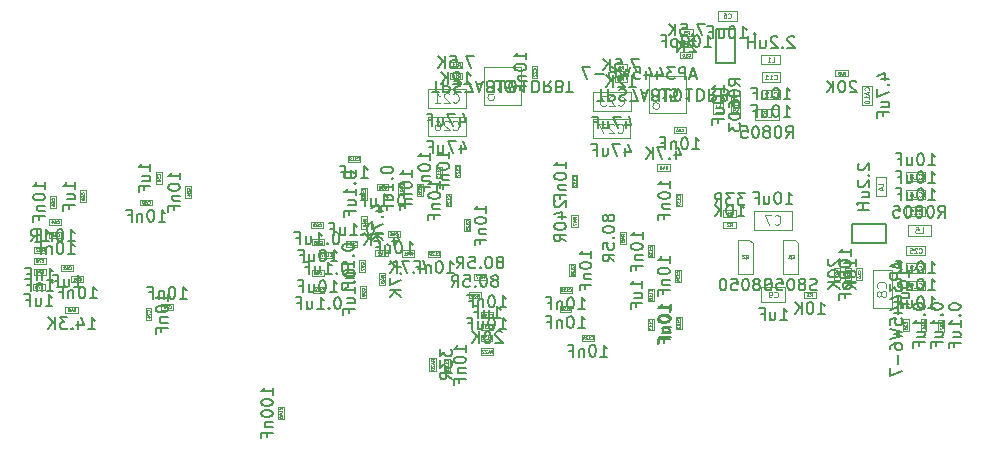
<source format=gbr>
%TF.GenerationSoftware,KiCad,Pcbnew,8.0.6*%
%TF.CreationDate,2025-01-14T20:30:26-08:00*%
%TF.ProjectId,IO_SDR_1.1,494f5f53-4452-45f3-912e-312e6b696361,rev?*%
%TF.SameCoordinates,Original*%
%TF.FileFunction,AssemblyDrawing,Bot*%
%FSLAX46Y46*%
G04 Gerber Fmt 4.6, Leading zero omitted, Abs format (unit mm)*
G04 Created by KiCad (PCBNEW 8.0.6) date 2025-01-14 20:30:26*
%MOMM*%
%LPD*%
G01*
G04 APERTURE LIST*
%ADD10C,0.150000*%
%ADD11C,0.040000*%
%ADD12C,0.050000*%
%ADD13C,0.060000*%
%ADD14C,0.120000*%
%ADD15C,0.080000*%
%ADD16C,0.100000*%
%ADD17C,0.127000*%
%ADD18C,0.200000*%
G04 APERTURE END LIST*
D10*
X112425032Y-93677433D02*
X112996460Y-93677433D01*
X112710746Y-93677433D02*
X112710746Y-92677433D01*
X112710746Y-92677433D02*
X112805984Y-92820290D01*
X112805984Y-92820290D02*
X112901222Y-92915528D01*
X112901222Y-92915528D02*
X112996460Y-92963147D01*
X111805984Y-92677433D02*
X111710746Y-92677433D01*
X111710746Y-92677433D02*
X111615508Y-92725052D01*
X111615508Y-92725052D02*
X111567889Y-92772671D01*
X111567889Y-92772671D02*
X111520270Y-92867909D01*
X111520270Y-92867909D02*
X111472651Y-93058385D01*
X111472651Y-93058385D02*
X111472651Y-93296480D01*
X111472651Y-93296480D02*
X111520270Y-93486956D01*
X111520270Y-93486956D02*
X111567889Y-93582194D01*
X111567889Y-93582194D02*
X111615508Y-93629814D01*
X111615508Y-93629814D02*
X111710746Y-93677433D01*
X111710746Y-93677433D02*
X111805984Y-93677433D01*
X111805984Y-93677433D02*
X111901222Y-93629814D01*
X111901222Y-93629814D02*
X111948841Y-93582194D01*
X111948841Y-93582194D02*
X111996460Y-93486956D01*
X111996460Y-93486956D02*
X112044079Y-93296480D01*
X112044079Y-93296480D02*
X112044079Y-93058385D01*
X112044079Y-93058385D02*
X111996460Y-92867909D01*
X111996460Y-92867909D02*
X111948841Y-92772671D01*
X111948841Y-92772671D02*
X111901222Y-92725052D01*
X111901222Y-92725052D02*
X111805984Y-92677433D01*
X111044079Y-93010766D02*
X111044079Y-93677433D01*
X111044079Y-93106004D02*
X110996460Y-93058385D01*
X110996460Y-93058385D02*
X110901222Y-93010766D01*
X110901222Y-93010766D02*
X110758365Y-93010766D01*
X110758365Y-93010766D02*
X110663127Y-93058385D01*
X110663127Y-93058385D02*
X110615508Y-93153623D01*
X110615508Y-93153623D02*
X110615508Y-93677433D01*
X109805984Y-93153623D02*
X110139317Y-93153623D01*
X110139317Y-93677433D02*
X110139317Y-92677433D01*
X110139317Y-92677433D02*
X109663127Y-92677433D01*
D11*
X111514318Y-92152379D02*
X111526222Y-92164284D01*
X111526222Y-92164284D02*
X111561937Y-92176188D01*
X111561937Y-92176188D02*
X111585746Y-92176188D01*
X111585746Y-92176188D02*
X111621460Y-92164284D01*
X111621460Y-92164284D02*
X111645270Y-92140474D01*
X111645270Y-92140474D02*
X111657175Y-92116664D01*
X111657175Y-92116664D02*
X111669079Y-92069045D01*
X111669079Y-92069045D02*
X111669079Y-92033331D01*
X111669079Y-92033331D02*
X111657175Y-91985712D01*
X111657175Y-91985712D02*
X111645270Y-91961903D01*
X111645270Y-91961903D02*
X111621460Y-91938093D01*
X111621460Y-91938093D02*
X111585746Y-91926188D01*
X111585746Y-91926188D02*
X111561937Y-91926188D01*
X111561937Y-91926188D02*
X111526222Y-91938093D01*
X111526222Y-91938093D02*
X111514318Y-91949998D01*
X111300032Y-91926188D02*
X111347651Y-91926188D01*
X111347651Y-91926188D02*
X111371460Y-91938093D01*
X111371460Y-91938093D02*
X111383365Y-91949998D01*
X111383365Y-91949998D02*
X111407175Y-91985712D01*
X111407175Y-91985712D02*
X111419079Y-92033331D01*
X111419079Y-92033331D02*
X111419079Y-92128569D01*
X111419079Y-92128569D02*
X111407175Y-92152379D01*
X111407175Y-92152379D02*
X111395270Y-92164284D01*
X111395270Y-92164284D02*
X111371460Y-92176188D01*
X111371460Y-92176188D02*
X111323841Y-92176188D01*
X111323841Y-92176188D02*
X111300032Y-92164284D01*
X111300032Y-92164284D02*
X111288127Y-92152379D01*
X111288127Y-92152379D02*
X111276222Y-92128569D01*
X111276222Y-92128569D02*
X111276222Y-92069045D01*
X111276222Y-92069045D02*
X111288127Y-92045236D01*
X111288127Y-92045236D02*
X111300032Y-92033331D01*
X111300032Y-92033331D02*
X111323841Y-92021426D01*
X111323841Y-92021426D02*
X111371460Y-92021426D01*
X111371460Y-92021426D02*
X111395270Y-92033331D01*
X111395270Y-92033331D02*
X111407175Y-92045236D01*
X111407175Y-92045236D02*
X111419079Y-92069045D01*
X111121461Y-91926188D02*
X111097651Y-91926188D01*
X111097651Y-91926188D02*
X111073842Y-91938093D01*
X111073842Y-91938093D02*
X111061937Y-91949998D01*
X111061937Y-91949998D02*
X111050032Y-91973807D01*
X111050032Y-91973807D02*
X111038127Y-92021426D01*
X111038127Y-92021426D02*
X111038127Y-92080950D01*
X111038127Y-92080950D02*
X111050032Y-92128569D01*
X111050032Y-92128569D02*
X111061937Y-92152379D01*
X111061937Y-92152379D02*
X111073842Y-92164284D01*
X111073842Y-92164284D02*
X111097651Y-92176188D01*
X111097651Y-92176188D02*
X111121461Y-92176188D01*
X111121461Y-92176188D02*
X111145270Y-92164284D01*
X111145270Y-92164284D02*
X111157175Y-92152379D01*
X111157175Y-92152379D02*
X111169080Y-92128569D01*
X111169080Y-92128569D02*
X111180984Y-92080950D01*
X111180984Y-92080950D02*
X111180984Y-92021426D01*
X111180984Y-92021426D02*
X111169080Y-91973807D01*
X111169080Y-91973807D02*
X111157175Y-91949998D01*
X111157175Y-91949998D02*
X111145270Y-91938093D01*
X111145270Y-91938093D02*
X111121461Y-91926188D01*
D10*
X163429619Y-88057171D02*
X163429619Y-87485743D01*
X163429619Y-87771457D02*
X162429619Y-87771457D01*
X162429619Y-87771457D02*
X162572476Y-87676219D01*
X162572476Y-87676219D02*
X162667714Y-87580981D01*
X162667714Y-87580981D02*
X162715333Y-87485743D01*
X162429619Y-88676219D02*
X162429619Y-88771457D01*
X162429619Y-88771457D02*
X162477238Y-88866695D01*
X162477238Y-88866695D02*
X162524857Y-88914314D01*
X162524857Y-88914314D02*
X162620095Y-88961933D01*
X162620095Y-88961933D02*
X162810571Y-89009552D01*
X162810571Y-89009552D02*
X163048666Y-89009552D01*
X163048666Y-89009552D02*
X163239142Y-88961933D01*
X163239142Y-88961933D02*
X163334380Y-88914314D01*
X163334380Y-88914314D02*
X163382000Y-88866695D01*
X163382000Y-88866695D02*
X163429619Y-88771457D01*
X163429619Y-88771457D02*
X163429619Y-88676219D01*
X163429619Y-88676219D02*
X163382000Y-88580981D01*
X163382000Y-88580981D02*
X163334380Y-88533362D01*
X163334380Y-88533362D02*
X163239142Y-88485743D01*
X163239142Y-88485743D02*
X163048666Y-88438124D01*
X163048666Y-88438124D02*
X162810571Y-88438124D01*
X162810571Y-88438124D02*
X162620095Y-88485743D01*
X162620095Y-88485743D02*
X162524857Y-88533362D01*
X162524857Y-88533362D02*
X162477238Y-88580981D01*
X162477238Y-88580981D02*
X162429619Y-88676219D01*
X162762952Y-89438124D02*
X163429619Y-89438124D01*
X162858190Y-89438124D02*
X162810571Y-89485743D01*
X162810571Y-89485743D02*
X162762952Y-89580981D01*
X162762952Y-89580981D02*
X162762952Y-89723838D01*
X162762952Y-89723838D02*
X162810571Y-89819076D01*
X162810571Y-89819076D02*
X162905809Y-89866695D01*
X162905809Y-89866695D02*
X163429619Y-89866695D01*
X162905809Y-90676219D02*
X162905809Y-90342886D01*
X163429619Y-90342886D02*
X162429619Y-90342886D01*
X162429619Y-90342886D02*
X162429619Y-90819076D01*
D11*
X164224565Y-88848838D02*
X164236470Y-88836934D01*
X164236470Y-88836934D02*
X164248374Y-88801219D01*
X164248374Y-88801219D02*
X164248374Y-88777410D01*
X164248374Y-88777410D02*
X164236470Y-88741696D01*
X164236470Y-88741696D02*
X164212660Y-88717886D01*
X164212660Y-88717886D02*
X164188850Y-88705981D01*
X164188850Y-88705981D02*
X164141231Y-88694077D01*
X164141231Y-88694077D02*
X164105517Y-88694077D01*
X164105517Y-88694077D02*
X164057898Y-88705981D01*
X164057898Y-88705981D02*
X164034089Y-88717886D01*
X164034089Y-88717886D02*
X164010279Y-88741696D01*
X164010279Y-88741696D02*
X163998374Y-88777410D01*
X163998374Y-88777410D02*
X163998374Y-88801219D01*
X163998374Y-88801219D02*
X164010279Y-88836934D01*
X164010279Y-88836934D02*
X164022184Y-88848838D01*
X164248374Y-89086934D02*
X164248374Y-88944077D01*
X164248374Y-89015505D02*
X163998374Y-89015505D01*
X163998374Y-89015505D02*
X164034089Y-88991696D01*
X164034089Y-88991696D02*
X164057898Y-88967886D01*
X164057898Y-88967886D02*
X164069803Y-88944077D01*
X163998374Y-89170267D02*
X163998374Y-89325029D01*
X163998374Y-89325029D02*
X164093612Y-89241695D01*
X164093612Y-89241695D02*
X164093612Y-89277410D01*
X164093612Y-89277410D02*
X164105517Y-89301219D01*
X164105517Y-89301219D02*
X164117422Y-89313124D01*
X164117422Y-89313124D02*
X164141231Y-89325029D01*
X164141231Y-89325029D02*
X164200755Y-89325029D01*
X164200755Y-89325029D02*
X164224565Y-89313124D01*
X164224565Y-89313124D02*
X164236470Y-89301219D01*
X164236470Y-89301219D02*
X164248374Y-89277410D01*
X164248374Y-89277410D02*
X164248374Y-89205981D01*
X164248374Y-89205981D02*
X164236470Y-89182172D01*
X164236470Y-89182172D02*
X164224565Y-89170267D01*
X163998374Y-89408362D02*
X163998374Y-89575028D01*
X163998374Y-89575028D02*
X164248374Y-89467886D01*
D10*
X140013809Y-92238152D02*
X140013809Y-92904819D01*
X140251904Y-91857200D02*
X140489999Y-92571485D01*
X140489999Y-92571485D02*
X139870952Y-92571485D01*
X139489999Y-92809580D02*
X139442380Y-92857200D01*
X139442380Y-92857200D02*
X139489999Y-92904819D01*
X139489999Y-92904819D02*
X139537618Y-92857200D01*
X139537618Y-92857200D02*
X139489999Y-92809580D01*
X139489999Y-92809580D02*
X139489999Y-92904819D01*
X139109047Y-91904819D02*
X138442381Y-91904819D01*
X138442381Y-91904819D02*
X138870952Y-92904819D01*
X138061428Y-92904819D02*
X138061428Y-91904819D01*
X137490000Y-92904819D02*
X137918571Y-92333390D01*
X137490000Y-91904819D02*
X138061428Y-92476247D01*
D11*
X139157142Y-93738200D02*
X139243809Y-93614391D01*
X139305714Y-93738200D02*
X139305714Y-93478200D01*
X139305714Y-93478200D02*
X139206666Y-93478200D01*
X139206666Y-93478200D02*
X139181904Y-93490581D01*
X139181904Y-93490581D02*
X139169523Y-93502962D01*
X139169523Y-93502962D02*
X139157142Y-93527724D01*
X139157142Y-93527724D02*
X139157142Y-93564867D01*
X139157142Y-93564867D02*
X139169523Y-93589629D01*
X139169523Y-93589629D02*
X139181904Y-93602010D01*
X139181904Y-93602010D02*
X139206666Y-93614391D01*
X139206666Y-93614391D02*
X139305714Y-93614391D01*
X138934285Y-93564867D02*
X138934285Y-93738200D01*
X138996190Y-93465820D02*
X139058095Y-93651534D01*
X139058095Y-93651534D02*
X138897142Y-93651534D01*
X138810476Y-93502962D02*
X138798095Y-93490581D01*
X138798095Y-93490581D02*
X138773333Y-93478200D01*
X138773333Y-93478200D02*
X138711428Y-93478200D01*
X138711428Y-93478200D02*
X138686666Y-93490581D01*
X138686666Y-93490581D02*
X138674285Y-93502962D01*
X138674285Y-93502962D02*
X138661904Y-93527724D01*
X138661904Y-93527724D02*
X138661904Y-93552486D01*
X138661904Y-93552486D02*
X138674285Y-93589629D01*
X138674285Y-93589629D02*
X138822857Y-93738200D01*
X138822857Y-93738200D02*
X138661904Y-93738200D01*
D10*
X134650012Y-96903223D02*
X135221440Y-96903223D01*
X134935726Y-96903223D02*
X134935726Y-95903223D01*
X134935726Y-95903223D02*
X135030964Y-96046080D01*
X135030964Y-96046080D02*
X135126202Y-96141318D01*
X135126202Y-96141318D02*
X135221440Y-96188937D01*
X134030964Y-95903223D02*
X133935726Y-95903223D01*
X133935726Y-95903223D02*
X133840488Y-95950842D01*
X133840488Y-95950842D02*
X133792869Y-95998461D01*
X133792869Y-95998461D02*
X133745250Y-96093699D01*
X133745250Y-96093699D02*
X133697631Y-96284175D01*
X133697631Y-96284175D02*
X133697631Y-96522270D01*
X133697631Y-96522270D02*
X133745250Y-96712746D01*
X133745250Y-96712746D02*
X133792869Y-96807984D01*
X133792869Y-96807984D02*
X133840488Y-96855604D01*
X133840488Y-96855604D02*
X133935726Y-96903223D01*
X133935726Y-96903223D02*
X134030964Y-96903223D01*
X134030964Y-96903223D02*
X134126202Y-96855604D01*
X134126202Y-96855604D02*
X134173821Y-96807984D01*
X134173821Y-96807984D02*
X134221440Y-96712746D01*
X134221440Y-96712746D02*
X134269059Y-96522270D01*
X134269059Y-96522270D02*
X134269059Y-96284175D01*
X134269059Y-96284175D02*
X134221440Y-96093699D01*
X134221440Y-96093699D02*
X134173821Y-95998461D01*
X134173821Y-95998461D02*
X134126202Y-95950842D01*
X134126202Y-95950842D02*
X134030964Y-95903223D01*
X132840488Y-96236556D02*
X132840488Y-96903223D01*
X133269059Y-96236556D02*
X133269059Y-96760365D01*
X133269059Y-96760365D02*
X133221440Y-96855604D01*
X133221440Y-96855604D02*
X133126202Y-96903223D01*
X133126202Y-96903223D02*
X132983345Y-96903223D01*
X132983345Y-96903223D02*
X132888107Y-96855604D01*
X132888107Y-96855604D02*
X132840488Y-96807984D01*
X132030964Y-96379413D02*
X132364297Y-96379413D01*
X132364297Y-96903223D02*
X132364297Y-95903223D01*
X132364297Y-95903223D02*
X131888107Y-95903223D01*
D11*
X133739298Y-95378169D02*
X133751202Y-95390074D01*
X133751202Y-95390074D02*
X133786917Y-95401978D01*
X133786917Y-95401978D02*
X133810726Y-95401978D01*
X133810726Y-95401978D02*
X133846440Y-95390074D01*
X133846440Y-95390074D02*
X133870250Y-95366264D01*
X133870250Y-95366264D02*
X133882155Y-95342454D01*
X133882155Y-95342454D02*
X133894059Y-95294835D01*
X133894059Y-95294835D02*
X133894059Y-95259121D01*
X133894059Y-95259121D02*
X133882155Y-95211502D01*
X133882155Y-95211502D02*
X133870250Y-95187693D01*
X133870250Y-95187693D02*
X133846440Y-95163883D01*
X133846440Y-95163883D02*
X133810726Y-95151978D01*
X133810726Y-95151978D02*
X133786917Y-95151978D01*
X133786917Y-95151978D02*
X133751202Y-95163883D01*
X133751202Y-95163883D02*
X133739298Y-95175788D01*
X133620250Y-95401978D02*
X133572631Y-95401978D01*
X133572631Y-95401978D02*
X133548821Y-95390074D01*
X133548821Y-95390074D02*
X133536917Y-95378169D01*
X133536917Y-95378169D02*
X133513107Y-95342454D01*
X133513107Y-95342454D02*
X133501202Y-95294835D01*
X133501202Y-95294835D02*
X133501202Y-95199597D01*
X133501202Y-95199597D02*
X133513107Y-95175788D01*
X133513107Y-95175788D02*
X133525012Y-95163883D01*
X133525012Y-95163883D02*
X133548821Y-95151978D01*
X133548821Y-95151978D02*
X133596440Y-95151978D01*
X133596440Y-95151978D02*
X133620250Y-95163883D01*
X133620250Y-95163883D02*
X133632155Y-95175788D01*
X133632155Y-95175788D02*
X133644059Y-95199597D01*
X133644059Y-95199597D02*
X133644059Y-95259121D01*
X133644059Y-95259121D02*
X133632155Y-95282931D01*
X133632155Y-95282931D02*
X133620250Y-95294835D01*
X133620250Y-95294835D02*
X133596440Y-95306740D01*
X133596440Y-95306740D02*
X133548821Y-95306740D01*
X133548821Y-95306740D02*
X133525012Y-95294835D01*
X133525012Y-95294835D02*
X133513107Y-95282931D01*
X133513107Y-95282931D02*
X133501202Y-95259121D01*
X133286917Y-95235312D02*
X133286917Y-95401978D01*
X133346441Y-95140074D02*
X133405964Y-95318645D01*
X133405964Y-95318645D02*
X133251203Y-95318645D01*
D10*
X146104819Y-101978571D02*
X146104819Y-101407143D01*
X146104819Y-101692857D02*
X145104819Y-101692857D01*
X145104819Y-101692857D02*
X145247676Y-101597619D01*
X145247676Y-101597619D02*
X145342914Y-101502381D01*
X145342914Y-101502381D02*
X145390533Y-101407143D01*
X145104819Y-102597619D02*
X145104819Y-102692857D01*
X145104819Y-102692857D02*
X145152438Y-102788095D01*
X145152438Y-102788095D02*
X145200057Y-102835714D01*
X145200057Y-102835714D02*
X145295295Y-102883333D01*
X145295295Y-102883333D02*
X145485771Y-102930952D01*
X145485771Y-102930952D02*
X145723866Y-102930952D01*
X145723866Y-102930952D02*
X145914342Y-102883333D01*
X145914342Y-102883333D02*
X146009580Y-102835714D01*
X146009580Y-102835714D02*
X146057200Y-102788095D01*
X146057200Y-102788095D02*
X146104819Y-102692857D01*
X146104819Y-102692857D02*
X146104819Y-102597619D01*
X146104819Y-102597619D02*
X146057200Y-102502381D01*
X146057200Y-102502381D02*
X146009580Y-102454762D01*
X146009580Y-102454762D02*
X145914342Y-102407143D01*
X145914342Y-102407143D02*
X145723866Y-102359524D01*
X145723866Y-102359524D02*
X145485771Y-102359524D01*
X145485771Y-102359524D02*
X145295295Y-102407143D01*
X145295295Y-102407143D02*
X145200057Y-102454762D01*
X145200057Y-102454762D02*
X145152438Y-102502381D01*
X145152438Y-102502381D02*
X145104819Y-102597619D01*
X145438152Y-103359524D02*
X146104819Y-103359524D01*
X145533390Y-103359524D02*
X145485771Y-103407143D01*
X145485771Y-103407143D02*
X145438152Y-103502381D01*
X145438152Y-103502381D02*
X145438152Y-103645238D01*
X145438152Y-103645238D02*
X145485771Y-103740476D01*
X145485771Y-103740476D02*
X145581009Y-103788095D01*
X145581009Y-103788095D02*
X146104819Y-103788095D01*
X145581009Y-104597619D02*
X145581009Y-104264286D01*
X146104819Y-104264286D02*
X145104819Y-104264286D01*
X145104819Y-104264286D02*
X145104819Y-104740476D01*
D11*
X144579765Y-102770238D02*
X144591670Y-102758334D01*
X144591670Y-102758334D02*
X144603574Y-102722619D01*
X144603574Y-102722619D02*
X144603574Y-102698810D01*
X144603574Y-102698810D02*
X144591670Y-102663096D01*
X144591670Y-102663096D02*
X144567860Y-102639286D01*
X144567860Y-102639286D02*
X144544050Y-102627381D01*
X144544050Y-102627381D02*
X144496431Y-102615477D01*
X144496431Y-102615477D02*
X144460717Y-102615477D01*
X144460717Y-102615477D02*
X144413098Y-102627381D01*
X144413098Y-102627381D02*
X144389289Y-102639286D01*
X144389289Y-102639286D02*
X144365479Y-102663096D01*
X144365479Y-102663096D02*
X144353574Y-102698810D01*
X144353574Y-102698810D02*
X144353574Y-102722619D01*
X144353574Y-102722619D02*
X144365479Y-102758334D01*
X144365479Y-102758334D02*
X144377384Y-102770238D01*
X144603574Y-103008334D02*
X144603574Y-102865477D01*
X144603574Y-102936905D02*
X144353574Y-102936905D01*
X144353574Y-102936905D02*
X144389289Y-102913096D01*
X144389289Y-102913096D02*
X144413098Y-102889286D01*
X144413098Y-102889286D02*
X144425003Y-102865477D01*
X144377384Y-103103572D02*
X144365479Y-103115476D01*
X144365479Y-103115476D02*
X144353574Y-103139286D01*
X144353574Y-103139286D02*
X144353574Y-103198810D01*
X144353574Y-103198810D02*
X144365479Y-103222619D01*
X144365479Y-103222619D02*
X144377384Y-103234524D01*
X144377384Y-103234524D02*
X144401193Y-103246429D01*
X144401193Y-103246429D02*
X144425003Y-103246429D01*
X144425003Y-103246429D02*
X144460717Y-103234524D01*
X144460717Y-103234524D02*
X144603574Y-103091667D01*
X144603574Y-103091667D02*
X144603574Y-103246429D01*
X144353574Y-103329762D02*
X144353574Y-103484524D01*
X144353574Y-103484524D02*
X144448812Y-103401190D01*
X144448812Y-103401190D02*
X144448812Y-103436905D01*
X144448812Y-103436905D02*
X144460717Y-103460714D01*
X144460717Y-103460714D02*
X144472622Y-103472619D01*
X144472622Y-103472619D02*
X144496431Y-103484524D01*
X144496431Y-103484524D02*
X144555955Y-103484524D01*
X144555955Y-103484524D02*
X144579765Y-103472619D01*
X144579765Y-103472619D02*
X144591670Y-103460714D01*
X144591670Y-103460714D02*
X144603574Y-103436905D01*
X144603574Y-103436905D02*
X144603574Y-103365476D01*
X144603574Y-103365476D02*
X144591670Y-103341667D01*
X144591670Y-103341667D02*
X144579765Y-103329762D01*
D10*
X160799031Y-77133878D02*
X160132365Y-77133878D01*
X160132365Y-77133878D02*
X160560936Y-78133878D01*
X159751412Y-78038639D02*
X159703793Y-78086259D01*
X159703793Y-78086259D02*
X159751412Y-78133878D01*
X159751412Y-78133878D02*
X159799031Y-78086259D01*
X159799031Y-78086259D02*
X159751412Y-78038639D01*
X159751412Y-78038639D02*
X159751412Y-78133878D01*
X158799032Y-77133878D02*
X159275222Y-77133878D01*
X159275222Y-77133878D02*
X159322841Y-77610068D01*
X159322841Y-77610068D02*
X159275222Y-77562449D01*
X159275222Y-77562449D02*
X159179984Y-77514830D01*
X159179984Y-77514830D02*
X158941889Y-77514830D01*
X158941889Y-77514830D02*
X158846651Y-77562449D01*
X158846651Y-77562449D02*
X158799032Y-77610068D01*
X158799032Y-77610068D02*
X158751413Y-77705306D01*
X158751413Y-77705306D02*
X158751413Y-77943401D01*
X158751413Y-77943401D02*
X158799032Y-78038639D01*
X158799032Y-78038639D02*
X158846651Y-78086259D01*
X158846651Y-78086259D02*
X158941889Y-78133878D01*
X158941889Y-78133878D02*
X159179984Y-78133878D01*
X159179984Y-78133878D02*
X159275222Y-78086259D01*
X159275222Y-78086259D02*
X159322841Y-78038639D01*
X158322841Y-78133878D02*
X158322841Y-77133878D01*
X157751413Y-78133878D02*
X158179984Y-77562449D01*
X157751413Y-77133878D02*
X158322841Y-77705306D01*
D11*
X159294745Y-78967259D02*
X159381412Y-78843450D01*
X159443317Y-78967259D02*
X159443317Y-78707259D01*
X159443317Y-78707259D02*
X159344269Y-78707259D01*
X159344269Y-78707259D02*
X159319507Y-78719640D01*
X159319507Y-78719640D02*
X159307126Y-78732021D01*
X159307126Y-78732021D02*
X159294745Y-78756783D01*
X159294745Y-78756783D02*
X159294745Y-78793926D01*
X159294745Y-78793926D02*
X159307126Y-78818688D01*
X159307126Y-78818688D02*
X159319507Y-78831069D01*
X159319507Y-78831069D02*
X159344269Y-78843450D01*
X159344269Y-78843450D02*
X159443317Y-78843450D01*
X159146174Y-78818688D02*
X159170936Y-78806307D01*
X159170936Y-78806307D02*
X159183317Y-78793926D01*
X159183317Y-78793926D02*
X159195698Y-78769164D01*
X159195698Y-78769164D02*
X159195698Y-78756783D01*
X159195698Y-78756783D02*
X159183317Y-78732021D01*
X159183317Y-78732021D02*
X159170936Y-78719640D01*
X159170936Y-78719640D02*
X159146174Y-78707259D01*
X159146174Y-78707259D02*
X159096650Y-78707259D01*
X159096650Y-78707259D02*
X159071888Y-78719640D01*
X159071888Y-78719640D02*
X159059507Y-78732021D01*
X159059507Y-78732021D02*
X159047126Y-78756783D01*
X159047126Y-78756783D02*
X159047126Y-78769164D01*
X159047126Y-78769164D02*
X159059507Y-78793926D01*
X159059507Y-78793926D02*
X159071888Y-78806307D01*
X159071888Y-78806307D02*
X159096650Y-78818688D01*
X159096650Y-78818688D02*
X159146174Y-78818688D01*
X159146174Y-78818688D02*
X159170936Y-78831069D01*
X159170936Y-78831069D02*
X159183317Y-78843450D01*
X159183317Y-78843450D02*
X159195698Y-78868212D01*
X159195698Y-78868212D02*
X159195698Y-78917736D01*
X159195698Y-78917736D02*
X159183317Y-78942498D01*
X159183317Y-78942498D02*
X159170936Y-78954879D01*
X159170936Y-78954879D02*
X159146174Y-78967259D01*
X159146174Y-78967259D02*
X159096650Y-78967259D01*
X159096650Y-78967259D02*
X159071888Y-78954879D01*
X159071888Y-78954879D02*
X159059507Y-78942498D01*
X159059507Y-78942498D02*
X159047126Y-78917736D01*
X159047126Y-78917736D02*
X159047126Y-78868212D01*
X159047126Y-78868212D02*
X159059507Y-78843450D01*
X159059507Y-78843450D02*
X159071888Y-78831069D01*
X159071888Y-78831069D02*
X159096650Y-78818688D01*
D10*
X134671428Y-94304819D02*
X135242856Y-94304819D01*
X134957142Y-94304819D02*
X134957142Y-93304819D01*
X134957142Y-93304819D02*
X135052380Y-93447676D01*
X135052380Y-93447676D02*
X135147618Y-93542914D01*
X135147618Y-93542914D02*
X135242856Y-93590533D01*
X134052380Y-93304819D02*
X133957142Y-93304819D01*
X133957142Y-93304819D02*
X133861904Y-93352438D01*
X133861904Y-93352438D02*
X133814285Y-93400057D01*
X133814285Y-93400057D02*
X133766666Y-93495295D01*
X133766666Y-93495295D02*
X133719047Y-93685771D01*
X133719047Y-93685771D02*
X133719047Y-93923866D01*
X133719047Y-93923866D02*
X133766666Y-94114342D01*
X133766666Y-94114342D02*
X133814285Y-94209580D01*
X133814285Y-94209580D02*
X133861904Y-94257200D01*
X133861904Y-94257200D02*
X133957142Y-94304819D01*
X133957142Y-94304819D02*
X134052380Y-94304819D01*
X134052380Y-94304819D02*
X134147618Y-94257200D01*
X134147618Y-94257200D02*
X134195237Y-94209580D01*
X134195237Y-94209580D02*
X134242856Y-94114342D01*
X134242856Y-94114342D02*
X134290475Y-93923866D01*
X134290475Y-93923866D02*
X134290475Y-93685771D01*
X134290475Y-93685771D02*
X134242856Y-93495295D01*
X134242856Y-93495295D02*
X134195237Y-93400057D01*
X134195237Y-93400057D02*
X134147618Y-93352438D01*
X134147618Y-93352438D02*
X134052380Y-93304819D01*
X132861904Y-93638152D02*
X132861904Y-94304819D01*
X133290475Y-93638152D02*
X133290475Y-94161961D01*
X133290475Y-94161961D02*
X133242856Y-94257200D01*
X133242856Y-94257200D02*
X133147618Y-94304819D01*
X133147618Y-94304819D02*
X133004761Y-94304819D01*
X133004761Y-94304819D02*
X132909523Y-94257200D01*
X132909523Y-94257200D02*
X132861904Y-94209580D01*
X132052380Y-93781009D02*
X132385713Y-93781009D01*
X132385713Y-94304819D02*
X132385713Y-93304819D01*
X132385713Y-93304819D02*
X131909523Y-93304819D01*
D11*
X133760714Y-92779765D02*
X133772618Y-92791670D01*
X133772618Y-92791670D02*
X133808333Y-92803574D01*
X133808333Y-92803574D02*
X133832142Y-92803574D01*
X133832142Y-92803574D02*
X133867856Y-92791670D01*
X133867856Y-92791670D02*
X133891666Y-92767860D01*
X133891666Y-92767860D02*
X133903571Y-92744050D01*
X133903571Y-92744050D02*
X133915475Y-92696431D01*
X133915475Y-92696431D02*
X133915475Y-92660717D01*
X133915475Y-92660717D02*
X133903571Y-92613098D01*
X133903571Y-92613098D02*
X133891666Y-92589289D01*
X133891666Y-92589289D02*
X133867856Y-92565479D01*
X133867856Y-92565479D02*
X133832142Y-92553574D01*
X133832142Y-92553574D02*
X133808333Y-92553574D01*
X133808333Y-92553574D02*
X133772618Y-92565479D01*
X133772618Y-92565479D02*
X133760714Y-92577384D01*
X133641666Y-92803574D02*
X133594047Y-92803574D01*
X133594047Y-92803574D02*
X133570237Y-92791670D01*
X133570237Y-92791670D02*
X133558333Y-92779765D01*
X133558333Y-92779765D02*
X133534523Y-92744050D01*
X133534523Y-92744050D02*
X133522618Y-92696431D01*
X133522618Y-92696431D02*
X133522618Y-92601193D01*
X133522618Y-92601193D02*
X133534523Y-92577384D01*
X133534523Y-92577384D02*
X133546428Y-92565479D01*
X133546428Y-92565479D02*
X133570237Y-92553574D01*
X133570237Y-92553574D02*
X133617856Y-92553574D01*
X133617856Y-92553574D02*
X133641666Y-92565479D01*
X133641666Y-92565479D02*
X133653571Y-92577384D01*
X133653571Y-92577384D02*
X133665475Y-92601193D01*
X133665475Y-92601193D02*
X133665475Y-92660717D01*
X133665475Y-92660717D02*
X133653571Y-92684527D01*
X133653571Y-92684527D02*
X133641666Y-92696431D01*
X133641666Y-92696431D02*
X133617856Y-92708336D01*
X133617856Y-92708336D02*
X133570237Y-92708336D01*
X133570237Y-92708336D02*
X133546428Y-92696431D01*
X133546428Y-92696431D02*
X133534523Y-92684527D01*
X133534523Y-92684527D02*
X133522618Y-92660717D01*
X133296428Y-92553574D02*
X133415476Y-92553574D01*
X133415476Y-92553574D02*
X133427380Y-92672622D01*
X133427380Y-92672622D02*
X133415476Y-92660717D01*
X133415476Y-92660717D02*
X133391666Y-92648812D01*
X133391666Y-92648812D02*
X133332142Y-92648812D01*
X133332142Y-92648812D02*
X133308333Y-92660717D01*
X133308333Y-92660717D02*
X133296428Y-92672622D01*
X133296428Y-92672622D02*
X133284523Y-92696431D01*
X133284523Y-92696431D02*
X133284523Y-92755955D01*
X133284523Y-92755955D02*
X133296428Y-92779765D01*
X133296428Y-92779765D02*
X133308333Y-92791670D01*
X133308333Y-92791670D02*
X133332142Y-92803574D01*
X133332142Y-92803574D02*
X133391666Y-92803574D01*
X133391666Y-92803574D02*
X133415476Y-92791670D01*
X133415476Y-92791670D02*
X133427380Y-92779765D01*
D10*
X146822271Y-76907872D02*
X146155605Y-76907872D01*
X146155605Y-76907872D02*
X146584176Y-77907872D01*
X145774652Y-77812633D02*
X145727033Y-77860253D01*
X145727033Y-77860253D02*
X145774652Y-77907872D01*
X145774652Y-77907872D02*
X145822271Y-77860253D01*
X145822271Y-77860253D02*
X145774652Y-77812633D01*
X145774652Y-77812633D02*
X145774652Y-77907872D01*
X144822272Y-76907872D02*
X145298462Y-76907872D01*
X145298462Y-76907872D02*
X145346081Y-77384062D01*
X145346081Y-77384062D02*
X145298462Y-77336443D01*
X145298462Y-77336443D02*
X145203224Y-77288824D01*
X145203224Y-77288824D02*
X144965129Y-77288824D01*
X144965129Y-77288824D02*
X144869891Y-77336443D01*
X144869891Y-77336443D02*
X144822272Y-77384062D01*
X144822272Y-77384062D02*
X144774653Y-77479300D01*
X144774653Y-77479300D02*
X144774653Y-77717395D01*
X144774653Y-77717395D02*
X144822272Y-77812633D01*
X144822272Y-77812633D02*
X144869891Y-77860253D01*
X144869891Y-77860253D02*
X144965129Y-77907872D01*
X144965129Y-77907872D02*
X145203224Y-77907872D01*
X145203224Y-77907872D02*
X145298462Y-77860253D01*
X145298462Y-77860253D02*
X145346081Y-77812633D01*
X144346081Y-77907872D02*
X144346081Y-76907872D01*
X143774653Y-77907872D02*
X144203224Y-77336443D01*
X143774653Y-76907872D02*
X144346081Y-77479300D01*
D11*
X145441795Y-78741253D02*
X145528462Y-78617444D01*
X145590367Y-78741253D02*
X145590367Y-78481253D01*
X145590367Y-78481253D02*
X145491319Y-78481253D01*
X145491319Y-78481253D02*
X145466557Y-78493634D01*
X145466557Y-78493634D02*
X145454176Y-78506015D01*
X145454176Y-78506015D02*
X145441795Y-78530777D01*
X145441795Y-78530777D02*
X145441795Y-78567920D01*
X145441795Y-78567920D02*
X145454176Y-78592682D01*
X145454176Y-78592682D02*
X145466557Y-78605063D01*
X145466557Y-78605063D02*
X145491319Y-78617444D01*
X145491319Y-78617444D02*
X145590367Y-78617444D01*
X145194176Y-78741253D02*
X145342748Y-78741253D01*
X145268462Y-78741253D02*
X145268462Y-78481253D01*
X145268462Y-78481253D02*
X145293224Y-78518396D01*
X145293224Y-78518396D02*
X145317986Y-78543158D01*
X145317986Y-78543158D02*
X145342748Y-78555539D01*
X145033224Y-78481253D02*
X145008462Y-78481253D01*
X145008462Y-78481253D02*
X144983700Y-78493634D01*
X144983700Y-78493634D02*
X144971319Y-78506015D01*
X144971319Y-78506015D02*
X144958938Y-78530777D01*
X144958938Y-78530777D02*
X144946557Y-78580301D01*
X144946557Y-78580301D02*
X144946557Y-78642206D01*
X144946557Y-78642206D02*
X144958938Y-78691730D01*
X144958938Y-78691730D02*
X144971319Y-78716492D01*
X144971319Y-78716492D02*
X144983700Y-78728873D01*
X144983700Y-78728873D02*
X145008462Y-78741253D01*
X145008462Y-78741253D02*
X145033224Y-78741253D01*
X145033224Y-78741253D02*
X145057986Y-78728873D01*
X145057986Y-78728873D02*
X145070367Y-78716492D01*
X145070367Y-78716492D02*
X145082748Y-78691730D01*
X145082748Y-78691730D02*
X145095129Y-78642206D01*
X145095129Y-78642206D02*
X145095129Y-78580301D01*
X145095129Y-78580301D02*
X145082748Y-78530777D01*
X145082748Y-78530777D02*
X145070367Y-78506015D01*
X145070367Y-78506015D02*
X145057986Y-78493634D01*
X145057986Y-78493634D02*
X145033224Y-78481253D01*
D10*
X141101602Y-93601243D02*
X141673030Y-93601243D01*
X141387316Y-93601243D02*
X141387316Y-92601243D01*
X141387316Y-92601243D02*
X141482554Y-92744100D01*
X141482554Y-92744100D02*
X141577792Y-92839338D01*
X141577792Y-92839338D02*
X141673030Y-92886957D01*
X140482554Y-92601243D02*
X140387316Y-92601243D01*
X140387316Y-92601243D02*
X140292078Y-92648862D01*
X140292078Y-92648862D02*
X140244459Y-92696481D01*
X140244459Y-92696481D02*
X140196840Y-92791719D01*
X140196840Y-92791719D02*
X140149221Y-92982195D01*
X140149221Y-92982195D02*
X140149221Y-93220290D01*
X140149221Y-93220290D02*
X140196840Y-93410766D01*
X140196840Y-93410766D02*
X140244459Y-93506004D01*
X140244459Y-93506004D02*
X140292078Y-93553624D01*
X140292078Y-93553624D02*
X140387316Y-93601243D01*
X140387316Y-93601243D02*
X140482554Y-93601243D01*
X140482554Y-93601243D02*
X140577792Y-93553624D01*
X140577792Y-93553624D02*
X140625411Y-93506004D01*
X140625411Y-93506004D02*
X140673030Y-93410766D01*
X140673030Y-93410766D02*
X140720649Y-93220290D01*
X140720649Y-93220290D02*
X140720649Y-92982195D01*
X140720649Y-92982195D02*
X140673030Y-92791719D01*
X140673030Y-92791719D02*
X140625411Y-92696481D01*
X140625411Y-92696481D02*
X140577792Y-92648862D01*
X140577792Y-92648862D02*
X140482554Y-92601243D01*
X139292078Y-92934576D02*
X139292078Y-93601243D01*
X139720649Y-92934576D02*
X139720649Y-93458385D01*
X139720649Y-93458385D02*
X139673030Y-93553624D01*
X139673030Y-93553624D02*
X139577792Y-93601243D01*
X139577792Y-93601243D02*
X139434935Y-93601243D01*
X139434935Y-93601243D02*
X139339697Y-93553624D01*
X139339697Y-93553624D02*
X139292078Y-93506004D01*
X138482554Y-93077433D02*
X138815887Y-93077433D01*
X138815887Y-93601243D02*
X138815887Y-92601243D01*
X138815887Y-92601243D02*
X138339697Y-92601243D01*
D11*
X140190888Y-92076189D02*
X140202792Y-92088094D01*
X140202792Y-92088094D02*
X140238507Y-92099998D01*
X140238507Y-92099998D02*
X140262316Y-92099998D01*
X140262316Y-92099998D02*
X140298030Y-92088094D01*
X140298030Y-92088094D02*
X140321840Y-92064284D01*
X140321840Y-92064284D02*
X140333745Y-92040474D01*
X140333745Y-92040474D02*
X140345649Y-91992855D01*
X140345649Y-91992855D02*
X140345649Y-91957141D01*
X140345649Y-91957141D02*
X140333745Y-91909522D01*
X140333745Y-91909522D02*
X140321840Y-91885713D01*
X140321840Y-91885713D02*
X140298030Y-91861903D01*
X140298030Y-91861903D02*
X140262316Y-91849998D01*
X140262316Y-91849998D02*
X140238507Y-91849998D01*
X140238507Y-91849998D02*
X140202792Y-91861903D01*
X140202792Y-91861903D02*
X140190888Y-91873808D01*
X140071840Y-92099998D02*
X140024221Y-92099998D01*
X140024221Y-92099998D02*
X140000411Y-92088094D01*
X140000411Y-92088094D02*
X139988507Y-92076189D01*
X139988507Y-92076189D02*
X139964697Y-92040474D01*
X139964697Y-92040474D02*
X139952792Y-91992855D01*
X139952792Y-91992855D02*
X139952792Y-91897617D01*
X139952792Y-91897617D02*
X139964697Y-91873808D01*
X139964697Y-91873808D02*
X139976602Y-91861903D01*
X139976602Y-91861903D02*
X140000411Y-91849998D01*
X140000411Y-91849998D02*
X140048030Y-91849998D01*
X140048030Y-91849998D02*
X140071840Y-91861903D01*
X140071840Y-91861903D02*
X140083745Y-91873808D01*
X140083745Y-91873808D02*
X140095649Y-91897617D01*
X140095649Y-91897617D02*
X140095649Y-91957141D01*
X140095649Y-91957141D02*
X140083745Y-91980951D01*
X140083745Y-91980951D02*
X140071840Y-91992855D01*
X140071840Y-91992855D02*
X140048030Y-92004760D01*
X140048030Y-92004760D02*
X140000411Y-92004760D01*
X140000411Y-92004760D02*
X139976602Y-91992855D01*
X139976602Y-91992855D02*
X139964697Y-91980951D01*
X139964697Y-91980951D02*
X139952792Y-91957141D01*
X139738507Y-91849998D02*
X139786126Y-91849998D01*
X139786126Y-91849998D02*
X139809935Y-91861903D01*
X139809935Y-91861903D02*
X139821840Y-91873808D01*
X139821840Y-91873808D02*
X139845650Y-91909522D01*
X139845650Y-91909522D02*
X139857554Y-91957141D01*
X139857554Y-91957141D02*
X139857554Y-92052379D01*
X139857554Y-92052379D02*
X139845650Y-92076189D01*
X139845650Y-92076189D02*
X139833745Y-92088094D01*
X139833745Y-92088094D02*
X139809935Y-92099998D01*
X139809935Y-92099998D02*
X139762316Y-92099998D01*
X139762316Y-92099998D02*
X139738507Y-92088094D01*
X139738507Y-92088094D02*
X139726602Y-92076189D01*
X139726602Y-92076189D02*
X139714697Y-92052379D01*
X139714697Y-92052379D02*
X139714697Y-91992855D01*
X139714697Y-91992855D02*
X139726602Y-91969046D01*
X139726602Y-91969046D02*
X139738507Y-91957141D01*
X139738507Y-91957141D02*
X139762316Y-91945236D01*
X139762316Y-91945236D02*
X139809935Y-91945236D01*
X139809935Y-91945236D02*
X139833745Y-91957141D01*
X139833745Y-91957141D02*
X139845650Y-91969046D01*
X139845650Y-91969046D02*
X139857554Y-91992855D01*
D10*
X175933130Y-98757673D02*
X176504558Y-98757673D01*
X176218844Y-98757673D02*
X176218844Y-97757673D01*
X176218844Y-97757673D02*
X176314082Y-97900530D01*
X176314082Y-97900530D02*
X176409320Y-97995768D01*
X176409320Y-97995768D02*
X176504558Y-98043387D01*
X175314082Y-97757673D02*
X175218844Y-97757673D01*
X175218844Y-97757673D02*
X175123606Y-97805292D01*
X175123606Y-97805292D02*
X175075987Y-97852911D01*
X175075987Y-97852911D02*
X175028368Y-97948149D01*
X175028368Y-97948149D02*
X174980749Y-98138625D01*
X174980749Y-98138625D02*
X174980749Y-98376720D01*
X174980749Y-98376720D02*
X175028368Y-98567196D01*
X175028368Y-98567196D02*
X175075987Y-98662434D01*
X175075987Y-98662434D02*
X175123606Y-98710054D01*
X175123606Y-98710054D02*
X175218844Y-98757673D01*
X175218844Y-98757673D02*
X175314082Y-98757673D01*
X175314082Y-98757673D02*
X175409320Y-98710054D01*
X175409320Y-98710054D02*
X175456939Y-98662434D01*
X175456939Y-98662434D02*
X175504558Y-98567196D01*
X175504558Y-98567196D02*
X175552177Y-98376720D01*
X175552177Y-98376720D02*
X175552177Y-98138625D01*
X175552177Y-98138625D02*
X175504558Y-97948149D01*
X175504558Y-97948149D02*
X175456939Y-97852911D01*
X175456939Y-97852911D02*
X175409320Y-97805292D01*
X175409320Y-97805292D02*
X175314082Y-97757673D01*
X174552177Y-98757673D02*
X174552177Y-97757673D01*
X173980749Y-98757673D02*
X174409320Y-98186244D01*
X173980749Y-97757673D02*
X174552177Y-98329101D01*
D11*
X175285986Y-97251054D02*
X175372653Y-97127245D01*
X175434558Y-97251054D02*
X175434558Y-96991054D01*
X175434558Y-96991054D02*
X175335510Y-96991054D01*
X175335510Y-96991054D02*
X175310748Y-97003435D01*
X175310748Y-97003435D02*
X175298367Y-97015816D01*
X175298367Y-97015816D02*
X175285986Y-97040578D01*
X175285986Y-97040578D02*
X175285986Y-97077721D01*
X175285986Y-97077721D02*
X175298367Y-97102483D01*
X175298367Y-97102483D02*
X175310748Y-97114864D01*
X175310748Y-97114864D02*
X175335510Y-97127245D01*
X175335510Y-97127245D02*
X175434558Y-97127245D01*
X175199320Y-96991054D02*
X175038367Y-96991054D01*
X175038367Y-96991054D02*
X175125034Y-97090102D01*
X175125034Y-97090102D02*
X175087891Y-97090102D01*
X175087891Y-97090102D02*
X175063129Y-97102483D01*
X175063129Y-97102483D02*
X175050748Y-97114864D01*
X175050748Y-97114864D02*
X175038367Y-97139626D01*
X175038367Y-97139626D02*
X175038367Y-97201531D01*
X175038367Y-97201531D02*
X175050748Y-97226293D01*
X175050748Y-97226293D02*
X175063129Y-97238674D01*
X175063129Y-97238674D02*
X175087891Y-97251054D01*
X175087891Y-97251054D02*
X175162177Y-97251054D01*
X175162177Y-97251054D02*
X175186939Y-97238674D01*
X175186939Y-97238674D02*
X175199320Y-97226293D01*
D10*
X154615819Y-86431571D02*
X154615819Y-85860143D01*
X154615819Y-86145857D02*
X153615819Y-86145857D01*
X153615819Y-86145857D02*
X153758676Y-86050619D01*
X153758676Y-86050619D02*
X153853914Y-85955381D01*
X153853914Y-85955381D02*
X153901533Y-85860143D01*
X153615819Y-87050619D02*
X153615819Y-87145857D01*
X153615819Y-87145857D02*
X153663438Y-87241095D01*
X153663438Y-87241095D02*
X153711057Y-87288714D01*
X153711057Y-87288714D02*
X153806295Y-87336333D01*
X153806295Y-87336333D02*
X153996771Y-87383952D01*
X153996771Y-87383952D02*
X154234866Y-87383952D01*
X154234866Y-87383952D02*
X154425342Y-87336333D01*
X154425342Y-87336333D02*
X154520580Y-87288714D01*
X154520580Y-87288714D02*
X154568200Y-87241095D01*
X154568200Y-87241095D02*
X154615819Y-87145857D01*
X154615819Y-87145857D02*
X154615819Y-87050619D01*
X154615819Y-87050619D02*
X154568200Y-86955381D01*
X154568200Y-86955381D02*
X154520580Y-86907762D01*
X154520580Y-86907762D02*
X154425342Y-86860143D01*
X154425342Y-86860143D02*
X154234866Y-86812524D01*
X154234866Y-86812524D02*
X153996771Y-86812524D01*
X153996771Y-86812524D02*
X153806295Y-86860143D01*
X153806295Y-86860143D02*
X153711057Y-86907762D01*
X153711057Y-86907762D02*
X153663438Y-86955381D01*
X153663438Y-86955381D02*
X153615819Y-87050619D01*
X153949152Y-87812524D02*
X154615819Y-87812524D01*
X154044390Y-87812524D02*
X153996771Y-87860143D01*
X153996771Y-87860143D02*
X153949152Y-87955381D01*
X153949152Y-87955381D02*
X153949152Y-88098238D01*
X153949152Y-88098238D02*
X153996771Y-88193476D01*
X153996771Y-88193476D02*
X154092009Y-88241095D01*
X154092009Y-88241095D02*
X154615819Y-88241095D01*
X154092009Y-89050619D02*
X154092009Y-88717286D01*
X154615819Y-88717286D02*
X153615819Y-88717286D01*
X153615819Y-88717286D02*
X153615819Y-89193476D01*
D11*
X155410765Y-87223238D02*
X155422670Y-87211334D01*
X155422670Y-87211334D02*
X155434574Y-87175619D01*
X155434574Y-87175619D02*
X155434574Y-87151810D01*
X155434574Y-87151810D02*
X155422670Y-87116096D01*
X155422670Y-87116096D02*
X155398860Y-87092286D01*
X155398860Y-87092286D02*
X155375050Y-87080381D01*
X155375050Y-87080381D02*
X155327431Y-87068477D01*
X155327431Y-87068477D02*
X155291717Y-87068477D01*
X155291717Y-87068477D02*
X155244098Y-87080381D01*
X155244098Y-87080381D02*
X155220289Y-87092286D01*
X155220289Y-87092286D02*
X155196479Y-87116096D01*
X155196479Y-87116096D02*
X155184574Y-87151810D01*
X155184574Y-87151810D02*
X155184574Y-87175619D01*
X155184574Y-87175619D02*
X155196479Y-87211334D01*
X155196479Y-87211334D02*
X155208384Y-87223238D01*
X155434574Y-87461334D02*
X155434574Y-87318477D01*
X155434574Y-87389905D02*
X155184574Y-87389905D01*
X155184574Y-87389905D02*
X155220289Y-87366096D01*
X155220289Y-87366096D02*
X155244098Y-87342286D01*
X155244098Y-87342286D02*
X155256003Y-87318477D01*
X155184574Y-87544667D02*
X155184574Y-87699429D01*
X155184574Y-87699429D02*
X155279812Y-87616095D01*
X155279812Y-87616095D02*
X155279812Y-87651810D01*
X155279812Y-87651810D02*
X155291717Y-87675619D01*
X155291717Y-87675619D02*
X155303622Y-87687524D01*
X155303622Y-87687524D02*
X155327431Y-87699429D01*
X155327431Y-87699429D02*
X155386955Y-87699429D01*
X155386955Y-87699429D02*
X155410765Y-87687524D01*
X155410765Y-87687524D02*
X155422670Y-87675619D01*
X155422670Y-87675619D02*
X155434574Y-87651810D01*
X155434574Y-87651810D02*
X155434574Y-87580381D01*
X155434574Y-87580381D02*
X155422670Y-87556572D01*
X155422670Y-87556572D02*
X155410765Y-87544667D01*
X155208384Y-87794667D02*
X155196479Y-87806571D01*
X155196479Y-87806571D02*
X155184574Y-87830381D01*
X155184574Y-87830381D02*
X155184574Y-87889905D01*
X155184574Y-87889905D02*
X155196479Y-87913714D01*
X155196479Y-87913714D02*
X155208384Y-87925619D01*
X155208384Y-87925619D02*
X155232193Y-87937524D01*
X155232193Y-87937524D02*
X155256003Y-87937524D01*
X155256003Y-87937524D02*
X155291717Y-87925619D01*
X155291717Y-87925619D02*
X155434574Y-87782762D01*
X155434574Y-87782762D02*
X155434574Y-87937524D01*
D10*
X156758023Y-93988375D02*
X156758023Y-93416947D01*
X156758023Y-93702661D02*
X155758023Y-93702661D01*
X155758023Y-93702661D02*
X155900880Y-93607423D01*
X155900880Y-93607423D02*
X155996118Y-93512185D01*
X155996118Y-93512185D02*
X156043737Y-93416947D01*
X155758023Y-94607423D02*
X155758023Y-94702661D01*
X155758023Y-94702661D02*
X155805642Y-94797899D01*
X155805642Y-94797899D02*
X155853261Y-94845518D01*
X155853261Y-94845518D02*
X155948499Y-94893137D01*
X155948499Y-94893137D02*
X156138975Y-94940756D01*
X156138975Y-94940756D02*
X156377070Y-94940756D01*
X156377070Y-94940756D02*
X156567546Y-94893137D01*
X156567546Y-94893137D02*
X156662784Y-94845518D01*
X156662784Y-94845518D02*
X156710404Y-94797899D01*
X156710404Y-94797899D02*
X156758023Y-94702661D01*
X156758023Y-94702661D02*
X156758023Y-94607423D01*
X156758023Y-94607423D02*
X156710404Y-94512185D01*
X156710404Y-94512185D02*
X156662784Y-94464566D01*
X156662784Y-94464566D02*
X156567546Y-94416947D01*
X156567546Y-94416947D02*
X156377070Y-94369328D01*
X156377070Y-94369328D02*
X156138975Y-94369328D01*
X156138975Y-94369328D02*
X155948499Y-94416947D01*
X155948499Y-94416947D02*
X155853261Y-94464566D01*
X155853261Y-94464566D02*
X155805642Y-94512185D01*
X155805642Y-94512185D02*
X155758023Y-94607423D01*
X156091356Y-95369328D02*
X156758023Y-95369328D01*
X156186594Y-95369328D02*
X156138975Y-95416947D01*
X156138975Y-95416947D02*
X156091356Y-95512185D01*
X156091356Y-95512185D02*
X156091356Y-95655042D01*
X156091356Y-95655042D02*
X156138975Y-95750280D01*
X156138975Y-95750280D02*
X156234213Y-95797899D01*
X156234213Y-95797899D02*
X156758023Y-95797899D01*
X156234213Y-96607423D02*
X156234213Y-96274090D01*
X156758023Y-96274090D02*
X155758023Y-96274090D01*
X155758023Y-96274090D02*
X155758023Y-96750280D01*
D11*
X155232969Y-94780042D02*
X155244874Y-94768138D01*
X155244874Y-94768138D02*
X155256778Y-94732423D01*
X155256778Y-94732423D02*
X155256778Y-94708614D01*
X155256778Y-94708614D02*
X155244874Y-94672900D01*
X155244874Y-94672900D02*
X155221064Y-94649090D01*
X155221064Y-94649090D02*
X155197254Y-94637185D01*
X155197254Y-94637185D02*
X155149635Y-94625281D01*
X155149635Y-94625281D02*
X155113921Y-94625281D01*
X155113921Y-94625281D02*
X155066302Y-94637185D01*
X155066302Y-94637185D02*
X155042493Y-94649090D01*
X155042493Y-94649090D02*
X155018683Y-94672900D01*
X155018683Y-94672900D02*
X155006778Y-94708614D01*
X155006778Y-94708614D02*
X155006778Y-94732423D01*
X155006778Y-94732423D02*
X155018683Y-94768138D01*
X155018683Y-94768138D02*
X155030588Y-94780042D01*
X155256778Y-95018138D02*
X155256778Y-94875281D01*
X155256778Y-94946709D02*
X155006778Y-94946709D01*
X155006778Y-94946709D02*
X155042493Y-94922900D01*
X155042493Y-94922900D02*
X155066302Y-94899090D01*
X155066302Y-94899090D02*
X155078207Y-94875281D01*
X155006778Y-95101471D02*
X155006778Y-95256233D01*
X155006778Y-95256233D02*
X155102016Y-95172899D01*
X155102016Y-95172899D02*
X155102016Y-95208614D01*
X155102016Y-95208614D02*
X155113921Y-95232423D01*
X155113921Y-95232423D02*
X155125826Y-95244328D01*
X155125826Y-95244328D02*
X155149635Y-95256233D01*
X155149635Y-95256233D02*
X155209159Y-95256233D01*
X155209159Y-95256233D02*
X155232969Y-95244328D01*
X155232969Y-95244328D02*
X155244874Y-95232423D01*
X155244874Y-95232423D02*
X155256778Y-95208614D01*
X155256778Y-95208614D02*
X155256778Y-95137185D01*
X155256778Y-95137185D02*
X155244874Y-95113376D01*
X155244874Y-95113376D02*
X155232969Y-95101471D01*
X155006778Y-95410994D02*
X155006778Y-95434804D01*
X155006778Y-95434804D02*
X155018683Y-95458613D01*
X155018683Y-95458613D02*
X155030588Y-95470518D01*
X155030588Y-95470518D02*
X155054397Y-95482423D01*
X155054397Y-95482423D02*
X155102016Y-95494328D01*
X155102016Y-95494328D02*
X155161540Y-95494328D01*
X155161540Y-95494328D02*
X155209159Y-95482423D01*
X155209159Y-95482423D02*
X155232969Y-95470518D01*
X155232969Y-95470518D02*
X155244874Y-95458613D01*
X155244874Y-95458613D02*
X155256778Y-95434804D01*
X155256778Y-95434804D02*
X155256778Y-95410994D01*
X155256778Y-95410994D02*
X155244874Y-95387185D01*
X155244874Y-95387185D02*
X155232969Y-95375280D01*
X155232969Y-95375280D02*
X155209159Y-95363375D01*
X155209159Y-95363375D02*
X155161540Y-95351471D01*
X155161540Y-95351471D02*
X155102016Y-95351471D01*
X155102016Y-95351471D02*
X155054397Y-95363375D01*
X155054397Y-95363375D02*
X155030588Y-95375280D01*
X155030588Y-95375280D02*
X155018683Y-95387185D01*
X155018683Y-95387185D02*
X155006778Y-95410994D01*
D10*
X149105697Y-94331984D02*
X149200935Y-94284365D01*
X149200935Y-94284365D02*
X149248554Y-94236746D01*
X149248554Y-94236746D02*
X149296173Y-94141508D01*
X149296173Y-94141508D02*
X149296173Y-94093889D01*
X149296173Y-94093889D02*
X149248554Y-93998651D01*
X149248554Y-93998651D02*
X149200935Y-93951032D01*
X149200935Y-93951032D02*
X149105697Y-93903413D01*
X149105697Y-93903413D02*
X148915221Y-93903413D01*
X148915221Y-93903413D02*
X148819983Y-93951032D01*
X148819983Y-93951032D02*
X148772364Y-93998651D01*
X148772364Y-93998651D02*
X148724745Y-94093889D01*
X148724745Y-94093889D02*
X148724745Y-94141508D01*
X148724745Y-94141508D02*
X148772364Y-94236746D01*
X148772364Y-94236746D02*
X148819983Y-94284365D01*
X148819983Y-94284365D02*
X148915221Y-94331984D01*
X148915221Y-94331984D02*
X149105697Y-94331984D01*
X149105697Y-94331984D02*
X149200935Y-94379603D01*
X149200935Y-94379603D02*
X149248554Y-94427222D01*
X149248554Y-94427222D02*
X149296173Y-94522460D01*
X149296173Y-94522460D02*
X149296173Y-94712936D01*
X149296173Y-94712936D02*
X149248554Y-94808174D01*
X149248554Y-94808174D02*
X149200935Y-94855794D01*
X149200935Y-94855794D02*
X149105697Y-94903413D01*
X149105697Y-94903413D02*
X148915221Y-94903413D01*
X148915221Y-94903413D02*
X148819983Y-94855794D01*
X148819983Y-94855794D02*
X148772364Y-94808174D01*
X148772364Y-94808174D02*
X148724745Y-94712936D01*
X148724745Y-94712936D02*
X148724745Y-94522460D01*
X148724745Y-94522460D02*
X148772364Y-94427222D01*
X148772364Y-94427222D02*
X148819983Y-94379603D01*
X148819983Y-94379603D02*
X148915221Y-94331984D01*
X148105697Y-93903413D02*
X148010459Y-93903413D01*
X148010459Y-93903413D02*
X147915221Y-93951032D01*
X147915221Y-93951032D02*
X147867602Y-93998651D01*
X147867602Y-93998651D02*
X147819983Y-94093889D01*
X147819983Y-94093889D02*
X147772364Y-94284365D01*
X147772364Y-94284365D02*
X147772364Y-94522460D01*
X147772364Y-94522460D02*
X147819983Y-94712936D01*
X147819983Y-94712936D02*
X147867602Y-94808174D01*
X147867602Y-94808174D02*
X147915221Y-94855794D01*
X147915221Y-94855794D02*
X148010459Y-94903413D01*
X148010459Y-94903413D02*
X148105697Y-94903413D01*
X148105697Y-94903413D02*
X148200935Y-94855794D01*
X148200935Y-94855794D02*
X148248554Y-94808174D01*
X148248554Y-94808174D02*
X148296173Y-94712936D01*
X148296173Y-94712936D02*
X148343792Y-94522460D01*
X148343792Y-94522460D02*
X148343792Y-94284365D01*
X148343792Y-94284365D02*
X148296173Y-94093889D01*
X148296173Y-94093889D02*
X148248554Y-93998651D01*
X148248554Y-93998651D02*
X148200935Y-93951032D01*
X148200935Y-93951032D02*
X148105697Y-93903413D01*
X147343792Y-94808174D02*
X147296173Y-94855794D01*
X147296173Y-94855794D02*
X147343792Y-94903413D01*
X147343792Y-94903413D02*
X147391411Y-94855794D01*
X147391411Y-94855794D02*
X147343792Y-94808174D01*
X147343792Y-94808174D02*
X147343792Y-94903413D01*
X146391412Y-93903413D02*
X146867602Y-93903413D01*
X146867602Y-93903413D02*
X146915221Y-94379603D01*
X146915221Y-94379603D02*
X146867602Y-94331984D01*
X146867602Y-94331984D02*
X146772364Y-94284365D01*
X146772364Y-94284365D02*
X146534269Y-94284365D01*
X146534269Y-94284365D02*
X146439031Y-94331984D01*
X146439031Y-94331984D02*
X146391412Y-94379603D01*
X146391412Y-94379603D02*
X146343793Y-94474841D01*
X146343793Y-94474841D02*
X146343793Y-94712936D01*
X146343793Y-94712936D02*
X146391412Y-94808174D01*
X146391412Y-94808174D02*
X146439031Y-94855794D01*
X146439031Y-94855794D02*
X146534269Y-94903413D01*
X146534269Y-94903413D02*
X146772364Y-94903413D01*
X146772364Y-94903413D02*
X146867602Y-94855794D01*
X146867602Y-94855794D02*
X146915221Y-94808174D01*
X145343793Y-94903413D02*
X145677126Y-94427222D01*
X145915221Y-94903413D02*
X145915221Y-93903413D01*
X145915221Y-93903413D02*
X145534269Y-93903413D01*
X145534269Y-93903413D02*
X145439031Y-93951032D01*
X145439031Y-93951032D02*
X145391412Y-93998651D01*
X145391412Y-93998651D02*
X145343793Y-94093889D01*
X145343793Y-94093889D02*
X145343793Y-94236746D01*
X145343793Y-94236746D02*
X145391412Y-94331984D01*
X145391412Y-94331984D02*
X145439031Y-94379603D01*
X145439031Y-94379603D02*
X145534269Y-94427222D01*
X145534269Y-94427222D02*
X145915221Y-94427222D01*
D11*
X147487126Y-95736794D02*
X147573793Y-95612985D01*
X147635698Y-95736794D02*
X147635698Y-95476794D01*
X147635698Y-95476794D02*
X147536650Y-95476794D01*
X147536650Y-95476794D02*
X147511888Y-95489175D01*
X147511888Y-95489175D02*
X147499507Y-95501556D01*
X147499507Y-95501556D02*
X147487126Y-95526318D01*
X147487126Y-95526318D02*
X147487126Y-95563461D01*
X147487126Y-95563461D02*
X147499507Y-95588223D01*
X147499507Y-95588223D02*
X147511888Y-95600604D01*
X147511888Y-95600604D02*
X147536650Y-95612985D01*
X147536650Y-95612985D02*
X147635698Y-95612985D01*
X147400460Y-95476794D02*
X147239507Y-95476794D01*
X147239507Y-95476794D02*
X147326174Y-95575842D01*
X147326174Y-95575842D02*
X147289031Y-95575842D01*
X147289031Y-95575842D02*
X147264269Y-95588223D01*
X147264269Y-95588223D02*
X147251888Y-95600604D01*
X147251888Y-95600604D02*
X147239507Y-95625366D01*
X147239507Y-95625366D02*
X147239507Y-95687271D01*
X147239507Y-95687271D02*
X147251888Y-95712033D01*
X147251888Y-95712033D02*
X147264269Y-95724414D01*
X147264269Y-95724414D02*
X147289031Y-95736794D01*
X147289031Y-95736794D02*
X147363317Y-95736794D01*
X147363317Y-95736794D02*
X147388079Y-95724414D01*
X147388079Y-95724414D02*
X147400460Y-95712033D01*
X147152841Y-95476794D02*
X146979507Y-95476794D01*
X146979507Y-95476794D02*
X147090936Y-95736794D01*
D10*
X175823129Y-96710054D02*
X175680272Y-96757673D01*
X175680272Y-96757673D02*
X175442177Y-96757673D01*
X175442177Y-96757673D02*
X175346939Y-96710054D01*
X175346939Y-96710054D02*
X175299320Y-96662434D01*
X175299320Y-96662434D02*
X175251701Y-96567196D01*
X175251701Y-96567196D02*
X175251701Y-96471958D01*
X175251701Y-96471958D02*
X175299320Y-96376720D01*
X175299320Y-96376720D02*
X175346939Y-96329101D01*
X175346939Y-96329101D02*
X175442177Y-96281482D01*
X175442177Y-96281482D02*
X175632653Y-96233863D01*
X175632653Y-96233863D02*
X175727891Y-96186244D01*
X175727891Y-96186244D02*
X175775510Y-96138625D01*
X175775510Y-96138625D02*
X175823129Y-96043387D01*
X175823129Y-96043387D02*
X175823129Y-95948149D01*
X175823129Y-95948149D02*
X175775510Y-95852911D01*
X175775510Y-95852911D02*
X175727891Y-95805292D01*
X175727891Y-95805292D02*
X175632653Y-95757673D01*
X175632653Y-95757673D02*
X175394558Y-95757673D01*
X175394558Y-95757673D02*
X175251701Y-95805292D01*
X174680272Y-96186244D02*
X174775510Y-96138625D01*
X174775510Y-96138625D02*
X174823129Y-96091006D01*
X174823129Y-96091006D02*
X174870748Y-95995768D01*
X174870748Y-95995768D02*
X174870748Y-95948149D01*
X174870748Y-95948149D02*
X174823129Y-95852911D01*
X174823129Y-95852911D02*
X174775510Y-95805292D01*
X174775510Y-95805292D02*
X174680272Y-95757673D01*
X174680272Y-95757673D02*
X174489796Y-95757673D01*
X174489796Y-95757673D02*
X174394558Y-95805292D01*
X174394558Y-95805292D02*
X174346939Y-95852911D01*
X174346939Y-95852911D02*
X174299320Y-95948149D01*
X174299320Y-95948149D02*
X174299320Y-95995768D01*
X174299320Y-95995768D02*
X174346939Y-96091006D01*
X174346939Y-96091006D02*
X174394558Y-96138625D01*
X174394558Y-96138625D02*
X174489796Y-96186244D01*
X174489796Y-96186244D02*
X174680272Y-96186244D01*
X174680272Y-96186244D02*
X174775510Y-96233863D01*
X174775510Y-96233863D02*
X174823129Y-96281482D01*
X174823129Y-96281482D02*
X174870748Y-96376720D01*
X174870748Y-96376720D02*
X174870748Y-96567196D01*
X174870748Y-96567196D02*
X174823129Y-96662434D01*
X174823129Y-96662434D02*
X174775510Y-96710054D01*
X174775510Y-96710054D02*
X174680272Y-96757673D01*
X174680272Y-96757673D02*
X174489796Y-96757673D01*
X174489796Y-96757673D02*
X174394558Y-96710054D01*
X174394558Y-96710054D02*
X174346939Y-96662434D01*
X174346939Y-96662434D02*
X174299320Y-96567196D01*
X174299320Y-96567196D02*
X174299320Y-96376720D01*
X174299320Y-96376720D02*
X174346939Y-96281482D01*
X174346939Y-96281482D02*
X174394558Y-96233863D01*
X174394558Y-96233863D02*
X174489796Y-96186244D01*
X173680272Y-95757673D02*
X173585034Y-95757673D01*
X173585034Y-95757673D02*
X173489796Y-95805292D01*
X173489796Y-95805292D02*
X173442177Y-95852911D01*
X173442177Y-95852911D02*
X173394558Y-95948149D01*
X173394558Y-95948149D02*
X173346939Y-96138625D01*
X173346939Y-96138625D02*
X173346939Y-96376720D01*
X173346939Y-96376720D02*
X173394558Y-96567196D01*
X173394558Y-96567196D02*
X173442177Y-96662434D01*
X173442177Y-96662434D02*
X173489796Y-96710054D01*
X173489796Y-96710054D02*
X173585034Y-96757673D01*
X173585034Y-96757673D02*
X173680272Y-96757673D01*
X173680272Y-96757673D02*
X173775510Y-96710054D01*
X173775510Y-96710054D02*
X173823129Y-96662434D01*
X173823129Y-96662434D02*
X173870748Y-96567196D01*
X173870748Y-96567196D02*
X173918367Y-96376720D01*
X173918367Y-96376720D02*
X173918367Y-96138625D01*
X173918367Y-96138625D02*
X173870748Y-95948149D01*
X173870748Y-95948149D02*
X173823129Y-95852911D01*
X173823129Y-95852911D02*
X173775510Y-95805292D01*
X173775510Y-95805292D02*
X173680272Y-95757673D01*
X172442177Y-95757673D02*
X172918367Y-95757673D01*
X172918367Y-95757673D02*
X172965986Y-96233863D01*
X172965986Y-96233863D02*
X172918367Y-96186244D01*
X172918367Y-96186244D02*
X172823129Y-96138625D01*
X172823129Y-96138625D02*
X172585034Y-96138625D01*
X172585034Y-96138625D02*
X172489796Y-96186244D01*
X172489796Y-96186244D02*
X172442177Y-96233863D01*
X172442177Y-96233863D02*
X172394558Y-96329101D01*
X172394558Y-96329101D02*
X172394558Y-96567196D01*
X172394558Y-96567196D02*
X172442177Y-96662434D01*
X172442177Y-96662434D02*
X172489796Y-96710054D01*
X172489796Y-96710054D02*
X172585034Y-96757673D01*
X172585034Y-96757673D02*
X172823129Y-96757673D01*
X172823129Y-96757673D02*
X172918367Y-96710054D01*
X172918367Y-96710054D02*
X172965986Y-96662434D01*
X171775510Y-95757673D02*
X171680272Y-95757673D01*
X171680272Y-95757673D02*
X171585034Y-95805292D01*
X171585034Y-95805292D02*
X171537415Y-95852911D01*
X171537415Y-95852911D02*
X171489796Y-95948149D01*
X171489796Y-95948149D02*
X171442177Y-96138625D01*
X171442177Y-96138625D02*
X171442177Y-96376720D01*
X171442177Y-96376720D02*
X171489796Y-96567196D01*
X171489796Y-96567196D02*
X171537415Y-96662434D01*
X171537415Y-96662434D02*
X171585034Y-96710054D01*
X171585034Y-96710054D02*
X171680272Y-96757673D01*
X171680272Y-96757673D02*
X171775510Y-96757673D01*
X171775510Y-96757673D02*
X171870748Y-96710054D01*
X171870748Y-96710054D02*
X171918367Y-96662434D01*
X171918367Y-96662434D02*
X171965986Y-96567196D01*
X171965986Y-96567196D02*
X172013605Y-96376720D01*
X172013605Y-96376720D02*
X172013605Y-96138625D01*
X172013605Y-96138625D02*
X171965986Y-95948149D01*
X171965986Y-95948149D02*
X171918367Y-95852911D01*
X171918367Y-95852911D02*
X171870748Y-95805292D01*
X171870748Y-95805292D02*
X171775510Y-95757673D01*
D12*
X173663130Y-94078768D02*
X173693606Y-94063530D01*
X173693606Y-94063530D02*
X173724082Y-94033054D01*
X173724082Y-94033054D02*
X173769796Y-93987339D01*
X173769796Y-93987339D02*
X173800273Y-93972101D01*
X173800273Y-93972101D02*
X173830749Y-93972101D01*
X173815511Y-94048292D02*
X173845987Y-94033054D01*
X173845987Y-94033054D02*
X173876463Y-94002577D01*
X173876463Y-94002577D02*
X173891701Y-93941625D01*
X173891701Y-93941625D02*
X173891701Y-93834958D01*
X173891701Y-93834958D02*
X173876463Y-93774006D01*
X173876463Y-93774006D02*
X173845987Y-93743530D01*
X173845987Y-93743530D02*
X173815511Y-93728292D01*
X173815511Y-93728292D02*
X173754558Y-93728292D01*
X173754558Y-93728292D02*
X173724082Y-93743530D01*
X173724082Y-93743530D02*
X173693606Y-93774006D01*
X173693606Y-93774006D02*
X173678368Y-93834958D01*
X173678368Y-93834958D02*
X173678368Y-93941625D01*
X173678368Y-93941625D02*
X173693606Y-94002577D01*
X173693606Y-94002577D02*
X173724082Y-94033054D01*
X173724082Y-94033054D02*
X173754558Y-94048292D01*
X173754558Y-94048292D02*
X173815511Y-94048292D01*
X173373606Y-94048292D02*
X173556463Y-94048292D01*
X173465035Y-94048292D02*
X173465035Y-93728292D01*
X173465035Y-93728292D02*
X173495511Y-93774006D01*
X173495511Y-93774006D02*
X173525987Y-93804482D01*
X173525987Y-93804482D02*
X173556463Y-93819720D01*
D10*
X185290582Y-98238065D02*
X185862010Y-98238065D01*
X185576296Y-98238065D02*
X185576296Y-97238065D01*
X185576296Y-97238065D02*
X185671534Y-97380922D01*
X185671534Y-97380922D02*
X185766772Y-97476160D01*
X185766772Y-97476160D02*
X185862010Y-97523779D01*
X184671534Y-97238065D02*
X184576296Y-97238065D01*
X184576296Y-97238065D02*
X184481058Y-97285684D01*
X184481058Y-97285684D02*
X184433439Y-97333303D01*
X184433439Y-97333303D02*
X184385820Y-97428541D01*
X184385820Y-97428541D02*
X184338201Y-97619017D01*
X184338201Y-97619017D02*
X184338201Y-97857112D01*
X184338201Y-97857112D02*
X184385820Y-98047588D01*
X184385820Y-98047588D02*
X184433439Y-98142826D01*
X184433439Y-98142826D02*
X184481058Y-98190446D01*
X184481058Y-98190446D02*
X184576296Y-98238065D01*
X184576296Y-98238065D02*
X184671534Y-98238065D01*
X184671534Y-98238065D02*
X184766772Y-98190446D01*
X184766772Y-98190446D02*
X184814391Y-98142826D01*
X184814391Y-98142826D02*
X184862010Y-98047588D01*
X184862010Y-98047588D02*
X184909629Y-97857112D01*
X184909629Y-97857112D02*
X184909629Y-97619017D01*
X184909629Y-97619017D02*
X184862010Y-97428541D01*
X184862010Y-97428541D02*
X184814391Y-97333303D01*
X184814391Y-97333303D02*
X184766772Y-97285684D01*
X184766772Y-97285684D02*
X184671534Y-97238065D01*
X183481058Y-97571398D02*
X183481058Y-98238065D01*
X183909629Y-97571398D02*
X183909629Y-98095207D01*
X183909629Y-98095207D02*
X183862010Y-98190446D01*
X183862010Y-98190446D02*
X183766772Y-98238065D01*
X183766772Y-98238065D02*
X183623915Y-98238065D01*
X183623915Y-98238065D02*
X183528677Y-98190446D01*
X183528677Y-98190446D02*
X183481058Y-98142826D01*
X182671534Y-97714255D02*
X183004867Y-97714255D01*
X183004867Y-98238065D02*
X183004867Y-97238065D01*
X183004867Y-97238065D02*
X182528677Y-97238065D01*
D13*
X184476296Y-96497078D02*
X184495344Y-96516126D01*
X184495344Y-96516126D02*
X184552486Y-96535173D01*
X184552486Y-96535173D02*
X184590582Y-96535173D01*
X184590582Y-96535173D02*
X184647725Y-96516126D01*
X184647725Y-96516126D02*
X184685820Y-96478030D01*
X184685820Y-96478030D02*
X184704867Y-96439935D01*
X184704867Y-96439935D02*
X184723915Y-96363745D01*
X184723915Y-96363745D02*
X184723915Y-96306602D01*
X184723915Y-96306602D02*
X184704867Y-96230411D01*
X184704867Y-96230411D02*
X184685820Y-96192316D01*
X184685820Y-96192316D02*
X184647725Y-96154221D01*
X184647725Y-96154221D02*
X184590582Y-96135173D01*
X184590582Y-96135173D02*
X184552486Y-96135173D01*
X184552486Y-96135173D02*
X184495344Y-96154221D01*
X184495344Y-96154221D02*
X184476296Y-96173268D01*
X184095344Y-96535173D02*
X184323915Y-96535173D01*
X184209629Y-96535173D02*
X184209629Y-96135173D01*
X184209629Y-96135173D02*
X184247725Y-96192316D01*
X184247725Y-96192316D02*
X184285820Y-96230411D01*
X184285820Y-96230411D02*
X184323915Y-96249459D01*
X183904868Y-96535173D02*
X183828677Y-96535173D01*
X183828677Y-96535173D02*
X183790582Y-96516126D01*
X183790582Y-96516126D02*
X183771534Y-96497078D01*
X183771534Y-96497078D02*
X183733439Y-96439935D01*
X183733439Y-96439935D02*
X183714392Y-96363745D01*
X183714392Y-96363745D02*
X183714392Y-96211364D01*
X183714392Y-96211364D02*
X183733439Y-96173268D01*
X183733439Y-96173268D02*
X183752487Y-96154221D01*
X183752487Y-96154221D02*
X183790582Y-96135173D01*
X183790582Y-96135173D02*
X183866773Y-96135173D01*
X183866773Y-96135173D02*
X183904868Y-96154221D01*
X183904868Y-96154221D02*
X183923915Y-96173268D01*
X183923915Y-96173268D02*
X183942963Y-96211364D01*
X183942963Y-96211364D02*
X183942963Y-96306602D01*
X183942963Y-96306602D02*
X183923915Y-96344697D01*
X183923915Y-96344697D02*
X183904868Y-96363745D01*
X183904868Y-96363745D02*
X183866773Y-96382792D01*
X183866773Y-96382792D02*
X183790582Y-96382792D01*
X183790582Y-96382792D02*
X183752487Y-96363745D01*
X183752487Y-96363745D02*
X183733439Y-96344697D01*
X183733439Y-96344697D02*
X183714392Y-96306602D01*
D10*
X185484819Y-98069643D02*
X185484819Y-98164881D01*
X185484819Y-98164881D02*
X185532438Y-98260119D01*
X185532438Y-98260119D02*
X185580057Y-98307738D01*
X185580057Y-98307738D02*
X185675295Y-98355357D01*
X185675295Y-98355357D02*
X185865771Y-98402976D01*
X185865771Y-98402976D02*
X186103866Y-98402976D01*
X186103866Y-98402976D02*
X186294342Y-98355357D01*
X186294342Y-98355357D02*
X186389580Y-98307738D01*
X186389580Y-98307738D02*
X186437200Y-98260119D01*
X186437200Y-98260119D02*
X186484819Y-98164881D01*
X186484819Y-98164881D02*
X186484819Y-98069643D01*
X186484819Y-98069643D02*
X186437200Y-97974405D01*
X186437200Y-97974405D02*
X186389580Y-97926786D01*
X186389580Y-97926786D02*
X186294342Y-97879167D01*
X186294342Y-97879167D02*
X186103866Y-97831548D01*
X186103866Y-97831548D02*
X185865771Y-97831548D01*
X185865771Y-97831548D02*
X185675295Y-97879167D01*
X185675295Y-97879167D02*
X185580057Y-97926786D01*
X185580057Y-97926786D02*
X185532438Y-97974405D01*
X185532438Y-97974405D02*
X185484819Y-98069643D01*
X186389580Y-98831548D02*
X186437200Y-98879167D01*
X186437200Y-98879167D02*
X186484819Y-98831548D01*
X186484819Y-98831548D02*
X186437200Y-98783929D01*
X186437200Y-98783929D02*
X186389580Y-98831548D01*
X186389580Y-98831548D02*
X186484819Y-98831548D01*
X186484819Y-99831547D02*
X186484819Y-99260119D01*
X186484819Y-99545833D02*
X185484819Y-99545833D01*
X185484819Y-99545833D02*
X185627676Y-99450595D01*
X185627676Y-99450595D02*
X185722914Y-99355357D01*
X185722914Y-99355357D02*
X185770533Y-99260119D01*
X185818152Y-100688690D02*
X186484819Y-100688690D01*
X185818152Y-100260119D02*
X186341961Y-100260119D01*
X186341961Y-100260119D02*
X186437200Y-100307738D01*
X186437200Y-100307738D02*
X186484819Y-100402976D01*
X186484819Y-100402976D02*
X186484819Y-100545833D01*
X186484819Y-100545833D02*
X186437200Y-100641071D01*
X186437200Y-100641071D02*
X186389580Y-100688690D01*
X185961009Y-101498214D02*
X185961009Y-101164881D01*
X186484819Y-101164881D02*
X185484819Y-101164881D01*
X185484819Y-101164881D02*
X185484819Y-101641071D01*
D11*
X184959765Y-99563690D02*
X184971670Y-99551786D01*
X184971670Y-99551786D02*
X184983574Y-99516071D01*
X184983574Y-99516071D02*
X184983574Y-99492262D01*
X184983574Y-99492262D02*
X184971670Y-99456548D01*
X184971670Y-99456548D02*
X184947860Y-99432738D01*
X184947860Y-99432738D02*
X184924050Y-99420833D01*
X184924050Y-99420833D02*
X184876431Y-99408929D01*
X184876431Y-99408929D02*
X184840717Y-99408929D01*
X184840717Y-99408929D02*
X184793098Y-99420833D01*
X184793098Y-99420833D02*
X184769289Y-99432738D01*
X184769289Y-99432738D02*
X184745479Y-99456548D01*
X184745479Y-99456548D02*
X184733574Y-99492262D01*
X184733574Y-99492262D02*
X184733574Y-99516071D01*
X184733574Y-99516071D02*
X184745479Y-99551786D01*
X184745479Y-99551786D02*
X184757384Y-99563690D01*
X184912146Y-99658929D02*
X184912146Y-99777976D01*
X184983574Y-99635119D02*
X184733574Y-99718452D01*
X184733574Y-99718452D02*
X184983574Y-99801786D01*
X184983574Y-100016072D02*
X184983574Y-99873215D01*
X184983574Y-99944643D02*
X184733574Y-99944643D01*
X184733574Y-99944643D02*
X184769289Y-99920834D01*
X184769289Y-99920834D02*
X184793098Y-99897024D01*
X184793098Y-99897024D02*
X184805003Y-99873215D01*
D10*
X145683820Y-84486207D02*
X145683820Y-85152874D01*
X145921915Y-84105255D02*
X146160010Y-84819540D01*
X146160010Y-84819540D02*
X145540963Y-84819540D01*
X145255248Y-84152874D02*
X144588582Y-84152874D01*
X144588582Y-84152874D02*
X145017153Y-85152874D01*
X143779058Y-84486207D02*
X143779058Y-85152874D01*
X144207629Y-84486207D02*
X144207629Y-85010016D01*
X144207629Y-85010016D02*
X144160010Y-85105255D01*
X144160010Y-85105255D02*
X144064772Y-85152874D01*
X144064772Y-85152874D02*
X143921915Y-85152874D01*
X143921915Y-85152874D02*
X143826677Y-85105255D01*
X143826677Y-85105255D02*
X143779058Y-85057635D01*
X142969534Y-84629064D02*
X143302867Y-84629064D01*
X143302867Y-85152874D02*
X143302867Y-84152874D01*
X143302867Y-84152874D02*
X142826677Y-84152874D01*
D14*
X145031439Y-83135719D02*
X145069535Y-83173815D01*
X145069535Y-83173815D02*
X145183820Y-83211910D01*
X145183820Y-83211910D02*
X145260011Y-83211910D01*
X145260011Y-83211910D02*
X145374297Y-83173815D01*
X145374297Y-83173815D02*
X145450487Y-83097624D01*
X145450487Y-83097624D02*
X145488582Y-83021434D01*
X145488582Y-83021434D02*
X145526678Y-82869053D01*
X145526678Y-82869053D02*
X145526678Y-82754767D01*
X145526678Y-82754767D02*
X145488582Y-82602386D01*
X145488582Y-82602386D02*
X145450487Y-82526195D01*
X145450487Y-82526195D02*
X145374297Y-82450005D01*
X145374297Y-82450005D02*
X145260011Y-82411910D01*
X145260011Y-82411910D02*
X145183820Y-82411910D01*
X145183820Y-82411910D02*
X145069535Y-82450005D01*
X145069535Y-82450005D02*
X145031439Y-82488100D01*
X144726678Y-82488100D02*
X144688582Y-82450005D01*
X144688582Y-82450005D02*
X144612392Y-82411910D01*
X144612392Y-82411910D02*
X144421916Y-82411910D01*
X144421916Y-82411910D02*
X144345725Y-82450005D01*
X144345725Y-82450005D02*
X144307630Y-82488100D01*
X144307630Y-82488100D02*
X144269535Y-82564291D01*
X144269535Y-82564291D02*
X144269535Y-82640481D01*
X144269535Y-82640481D02*
X144307630Y-82754767D01*
X144307630Y-82754767D02*
X144764773Y-83211910D01*
X144764773Y-83211910D02*
X144269535Y-83211910D01*
X143583820Y-82411910D02*
X143736201Y-82411910D01*
X143736201Y-82411910D02*
X143812392Y-82450005D01*
X143812392Y-82450005D02*
X143850487Y-82488100D01*
X143850487Y-82488100D02*
X143926677Y-82602386D01*
X143926677Y-82602386D02*
X143964773Y-82754767D01*
X143964773Y-82754767D02*
X143964773Y-83059529D01*
X143964773Y-83059529D02*
X143926677Y-83135719D01*
X143926677Y-83135719D02*
X143888582Y-83173815D01*
X143888582Y-83173815D02*
X143812392Y-83211910D01*
X143812392Y-83211910D02*
X143660011Y-83211910D01*
X143660011Y-83211910D02*
X143583820Y-83173815D01*
X143583820Y-83173815D02*
X143545725Y-83135719D01*
X143545725Y-83135719D02*
X143507630Y-83059529D01*
X143507630Y-83059529D02*
X143507630Y-82869053D01*
X143507630Y-82869053D02*
X143545725Y-82792862D01*
X143545725Y-82792862D02*
X143583820Y-82754767D01*
X143583820Y-82754767D02*
X143660011Y-82716672D01*
X143660011Y-82716672D02*
X143812392Y-82716672D01*
X143812392Y-82716672D02*
X143888582Y-82754767D01*
X143888582Y-82754767D02*
X143926677Y-82792862D01*
X143926677Y-82792862D02*
X143964773Y-82869053D01*
D10*
X181304152Y-78833838D02*
X181970819Y-78833838D01*
X180923200Y-78595743D02*
X181637485Y-78357648D01*
X181637485Y-78357648D02*
X181637485Y-78976695D01*
X181875580Y-79357648D02*
X181923200Y-79405267D01*
X181923200Y-79405267D02*
X181970819Y-79357648D01*
X181970819Y-79357648D02*
X181923200Y-79310029D01*
X181923200Y-79310029D02*
X181875580Y-79357648D01*
X181875580Y-79357648D02*
X181970819Y-79357648D01*
X180970819Y-79738600D02*
X180970819Y-80405266D01*
X180970819Y-80405266D02*
X181970819Y-79976695D01*
X181304152Y-81214790D02*
X181970819Y-81214790D01*
X181304152Y-80786219D02*
X181827961Y-80786219D01*
X181827961Y-80786219D02*
X181923200Y-80833838D01*
X181923200Y-80833838D02*
X181970819Y-80929076D01*
X181970819Y-80929076D02*
X181970819Y-81071933D01*
X181970819Y-81071933D02*
X181923200Y-81167171D01*
X181923200Y-81167171D02*
X181875580Y-81214790D01*
X181447009Y-82024314D02*
X181447009Y-81690981D01*
X181970819Y-81690981D02*
X180970819Y-81690981D01*
X180970819Y-81690981D02*
X180970819Y-82167171D01*
D13*
X180229832Y-79810029D02*
X180248880Y-79790981D01*
X180248880Y-79790981D02*
X180267927Y-79733839D01*
X180267927Y-79733839D02*
X180267927Y-79695743D01*
X180267927Y-79695743D02*
X180248880Y-79638600D01*
X180248880Y-79638600D02*
X180210784Y-79600505D01*
X180210784Y-79600505D02*
X180172689Y-79581458D01*
X180172689Y-79581458D02*
X180096499Y-79562410D01*
X180096499Y-79562410D02*
X180039356Y-79562410D01*
X180039356Y-79562410D02*
X179963165Y-79581458D01*
X179963165Y-79581458D02*
X179925070Y-79600505D01*
X179925070Y-79600505D02*
X179886975Y-79638600D01*
X179886975Y-79638600D02*
X179867927Y-79695743D01*
X179867927Y-79695743D02*
X179867927Y-79733839D01*
X179867927Y-79733839D02*
X179886975Y-79790981D01*
X179886975Y-79790981D02*
X179906022Y-79810029D01*
X180153641Y-79962410D02*
X180153641Y-80152886D01*
X180267927Y-79924315D02*
X179867927Y-80057648D01*
X179867927Y-80057648D02*
X180267927Y-80190981D01*
X180267927Y-80533838D02*
X180267927Y-80305267D01*
X180267927Y-80419553D02*
X179867927Y-80419553D01*
X179867927Y-80419553D02*
X179925070Y-80381457D01*
X179925070Y-80381457D02*
X179963165Y-80343362D01*
X179963165Y-80343362D02*
X179982213Y-80305267D01*
X179867927Y-80781457D02*
X179867927Y-80819552D01*
X179867927Y-80819552D02*
X179886975Y-80857648D01*
X179886975Y-80857648D02*
X179906022Y-80876695D01*
X179906022Y-80876695D02*
X179944118Y-80895743D01*
X179944118Y-80895743D02*
X180020308Y-80914790D01*
X180020308Y-80914790D02*
X180115546Y-80914790D01*
X180115546Y-80914790D02*
X180191737Y-80895743D01*
X180191737Y-80895743D02*
X180229832Y-80876695D01*
X180229832Y-80876695D02*
X180248880Y-80857648D01*
X180248880Y-80857648D02*
X180267927Y-80819552D01*
X180267927Y-80819552D02*
X180267927Y-80781457D01*
X180267927Y-80781457D02*
X180248880Y-80743362D01*
X180248880Y-80743362D02*
X180229832Y-80724314D01*
X180229832Y-80724314D02*
X180191737Y-80705267D01*
X180191737Y-80705267D02*
X180115546Y-80686219D01*
X180115546Y-80686219D02*
X180020308Y-80686219D01*
X180020308Y-80686219D02*
X179944118Y-80705267D01*
X179944118Y-80705267D02*
X179906022Y-80724314D01*
X179906022Y-80724314D02*
X179886975Y-80743362D01*
X179886975Y-80743362D02*
X179867927Y-80781457D01*
D10*
X110551852Y-98097003D02*
X111123280Y-98097003D01*
X110837566Y-98097003D02*
X110837566Y-97097003D01*
X110837566Y-97097003D02*
X110932804Y-97239860D01*
X110932804Y-97239860D02*
X111028042Y-97335098D01*
X111028042Y-97335098D02*
X111123280Y-97382717D01*
X109694709Y-97430336D02*
X109694709Y-98097003D01*
X110123280Y-97430336D02*
X110123280Y-97954145D01*
X110123280Y-97954145D02*
X110075661Y-98049384D01*
X110075661Y-98049384D02*
X109980423Y-98097003D01*
X109980423Y-98097003D02*
X109837566Y-98097003D01*
X109837566Y-98097003D02*
X109742328Y-98049384D01*
X109742328Y-98049384D02*
X109694709Y-98001764D01*
X108885185Y-97573193D02*
X109218518Y-97573193D01*
X109218518Y-98097003D02*
X109218518Y-97097003D01*
X109218518Y-97097003D02*
X108742328Y-97097003D01*
D11*
X110117328Y-96571949D02*
X110129232Y-96583854D01*
X110129232Y-96583854D02*
X110164947Y-96595758D01*
X110164947Y-96595758D02*
X110188756Y-96595758D01*
X110188756Y-96595758D02*
X110224470Y-96583854D01*
X110224470Y-96583854D02*
X110248280Y-96560044D01*
X110248280Y-96560044D02*
X110260185Y-96536234D01*
X110260185Y-96536234D02*
X110272089Y-96488615D01*
X110272089Y-96488615D02*
X110272089Y-96452901D01*
X110272089Y-96452901D02*
X110260185Y-96405282D01*
X110260185Y-96405282D02*
X110248280Y-96381473D01*
X110248280Y-96381473D02*
X110224470Y-96357663D01*
X110224470Y-96357663D02*
X110188756Y-96345758D01*
X110188756Y-96345758D02*
X110164947Y-96345758D01*
X110164947Y-96345758D02*
X110129232Y-96357663D01*
X110129232Y-96357663D02*
X110117328Y-96369568D01*
X110033994Y-96345758D02*
X109867328Y-96345758D01*
X109867328Y-96345758D02*
X109974470Y-96595758D01*
X109724471Y-96345758D02*
X109700661Y-96345758D01*
X109700661Y-96345758D02*
X109676852Y-96357663D01*
X109676852Y-96357663D02*
X109664947Y-96369568D01*
X109664947Y-96369568D02*
X109653042Y-96393377D01*
X109653042Y-96393377D02*
X109641137Y-96440996D01*
X109641137Y-96440996D02*
X109641137Y-96500520D01*
X109641137Y-96500520D02*
X109653042Y-96548139D01*
X109653042Y-96548139D02*
X109664947Y-96571949D01*
X109664947Y-96571949D02*
X109676852Y-96583854D01*
X109676852Y-96583854D02*
X109700661Y-96595758D01*
X109700661Y-96595758D02*
X109724471Y-96595758D01*
X109724471Y-96595758D02*
X109748280Y-96583854D01*
X109748280Y-96583854D02*
X109760185Y-96571949D01*
X109760185Y-96571949D02*
X109772090Y-96548139D01*
X109772090Y-96548139D02*
X109783994Y-96500520D01*
X109783994Y-96500520D02*
X109783994Y-96440996D01*
X109783994Y-96440996D02*
X109772090Y-96393377D01*
X109772090Y-96393377D02*
X109760185Y-96369568D01*
X109760185Y-96369568D02*
X109748280Y-96357663D01*
X109748280Y-96357663D02*
X109724471Y-96345758D01*
D10*
X153701057Y-89143105D02*
X153653438Y-89190724D01*
X153653438Y-89190724D02*
X153605819Y-89285962D01*
X153605819Y-89285962D02*
X153605819Y-89524057D01*
X153605819Y-89524057D02*
X153653438Y-89619295D01*
X153653438Y-89619295D02*
X153701057Y-89666914D01*
X153701057Y-89666914D02*
X153796295Y-89714533D01*
X153796295Y-89714533D02*
X153891533Y-89714533D01*
X153891533Y-89714533D02*
X154034390Y-89666914D01*
X154034390Y-89666914D02*
X154605819Y-89095486D01*
X154605819Y-89095486D02*
X154605819Y-89714533D01*
X153939152Y-90571676D02*
X154605819Y-90571676D01*
X153558200Y-90333581D02*
X154272485Y-90095486D01*
X154272485Y-90095486D02*
X154272485Y-90714533D01*
X153605819Y-91285962D02*
X153605819Y-91381200D01*
X153605819Y-91381200D02*
X153653438Y-91476438D01*
X153653438Y-91476438D02*
X153701057Y-91524057D01*
X153701057Y-91524057D02*
X153796295Y-91571676D01*
X153796295Y-91571676D02*
X153986771Y-91619295D01*
X153986771Y-91619295D02*
X154224866Y-91619295D01*
X154224866Y-91619295D02*
X154415342Y-91571676D01*
X154415342Y-91571676D02*
X154510580Y-91524057D01*
X154510580Y-91524057D02*
X154558200Y-91476438D01*
X154558200Y-91476438D02*
X154605819Y-91381200D01*
X154605819Y-91381200D02*
X154605819Y-91285962D01*
X154605819Y-91285962D02*
X154558200Y-91190724D01*
X154558200Y-91190724D02*
X154510580Y-91143105D01*
X154510580Y-91143105D02*
X154415342Y-91095486D01*
X154415342Y-91095486D02*
X154224866Y-91047867D01*
X154224866Y-91047867D02*
X153986771Y-91047867D01*
X153986771Y-91047867D02*
X153796295Y-91095486D01*
X153796295Y-91095486D02*
X153701057Y-91143105D01*
X153701057Y-91143105D02*
X153653438Y-91190724D01*
X153653438Y-91190724D02*
X153605819Y-91285962D01*
X154605819Y-92619295D02*
X154129628Y-92285962D01*
X154605819Y-92047867D02*
X153605819Y-92047867D01*
X153605819Y-92047867D02*
X153605819Y-92428819D01*
X153605819Y-92428819D02*
X153653438Y-92524057D01*
X153653438Y-92524057D02*
X153701057Y-92571676D01*
X153701057Y-92571676D02*
X153796295Y-92619295D01*
X153796295Y-92619295D02*
X153939152Y-92619295D01*
X153939152Y-92619295D02*
X154034390Y-92571676D01*
X154034390Y-92571676D02*
X154082009Y-92524057D01*
X154082009Y-92524057D02*
X154129628Y-92428819D01*
X154129628Y-92428819D02*
X154129628Y-92047867D01*
D11*
X155439200Y-90714057D02*
X155315391Y-90627390D01*
X155439200Y-90565485D02*
X155179200Y-90565485D01*
X155179200Y-90565485D02*
X155179200Y-90664533D01*
X155179200Y-90664533D02*
X155191581Y-90689295D01*
X155191581Y-90689295D02*
X155203962Y-90701676D01*
X155203962Y-90701676D02*
X155228724Y-90714057D01*
X155228724Y-90714057D02*
X155265867Y-90714057D01*
X155265867Y-90714057D02*
X155290629Y-90701676D01*
X155290629Y-90701676D02*
X155303010Y-90689295D01*
X155303010Y-90689295D02*
X155315391Y-90664533D01*
X155315391Y-90664533D02*
X155315391Y-90565485D01*
X155265867Y-90936914D02*
X155439200Y-90936914D01*
X155166820Y-90875009D02*
X155352534Y-90813104D01*
X155352534Y-90813104D02*
X155352534Y-90974057D01*
X155179200Y-91048342D02*
X155179200Y-91221676D01*
X155179200Y-91221676D02*
X155439200Y-91110247D01*
D10*
X182786758Y-94420032D02*
X182786758Y-94896222D01*
X183072473Y-94324794D02*
X182072473Y-94658127D01*
X182072473Y-94658127D02*
X183072473Y-94991460D01*
X183072473Y-95324794D02*
X182072473Y-95324794D01*
X182072473Y-95324794D02*
X182072473Y-95705746D01*
X182072473Y-95705746D02*
X182120092Y-95800984D01*
X182120092Y-95800984D02*
X182167711Y-95848603D01*
X182167711Y-95848603D02*
X182262949Y-95896222D01*
X182262949Y-95896222D02*
X182405806Y-95896222D01*
X182405806Y-95896222D02*
X182501044Y-95848603D01*
X182501044Y-95848603D02*
X182548663Y-95800984D01*
X182548663Y-95800984D02*
X182596282Y-95705746D01*
X182596282Y-95705746D02*
X182596282Y-95324794D01*
X182072473Y-96229556D02*
X182072473Y-96848603D01*
X182072473Y-96848603D02*
X182453425Y-96515270D01*
X182453425Y-96515270D02*
X182453425Y-96658127D01*
X182453425Y-96658127D02*
X182501044Y-96753365D01*
X182501044Y-96753365D02*
X182548663Y-96800984D01*
X182548663Y-96800984D02*
X182643901Y-96848603D01*
X182643901Y-96848603D02*
X182881996Y-96848603D01*
X182881996Y-96848603D02*
X182977234Y-96800984D01*
X182977234Y-96800984D02*
X183024854Y-96753365D01*
X183024854Y-96753365D02*
X183072473Y-96658127D01*
X183072473Y-96658127D02*
X183072473Y-96372413D01*
X183072473Y-96372413D02*
X183024854Y-96277175D01*
X183024854Y-96277175D02*
X182977234Y-96229556D01*
X182405806Y-97705746D02*
X183072473Y-97705746D01*
X182024854Y-97467651D02*
X182739139Y-97229556D01*
X182739139Y-97229556D02*
X182739139Y-97848603D01*
X182405806Y-98658127D02*
X183072473Y-98658127D01*
X182024854Y-98420032D02*
X182739139Y-98181937D01*
X182739139Y-98181937D02*
X182739139Y-98800984D01*
X182072473Y-99658127D02*
X182072473Y-99181937D01*
X182072473Y-99181937D02*
X182548663Y-99134318D01*
X182548663Y-99134318D02*
X182501044Y-99181937D01*
X182501044Y-99181937D02*
X182453425Y-99277175D01*
X182453425Y-99277175D02*
X182453425Y-99515270D01*
X182453425Y-99515270D02*
X182501044Y-99610508D01*
X182501044Y-99610508D02*
X182548663Y-99658127D01*
X182548663Y-99658127D02*
X182643901Y-99705746D01*
X182643901Y-99705746D02*
X182881996Y-99705746D01*
X182881996Y-99705746D02*
X182977234Y-99658127D01*
X182977234Y-99658127D02*
X183024854Y-99610508D01*
X183024854Y-99610508D02*
X183072473Y-99515270D01*
X183072473Y-99515270D02*
X183072473Y-99277175D01*
X183072473Y-99277175D02*
X183024854Y-99181937D01*
X183024854Y-99181937D02*
X182977234Y-99134318D01*
X182072473Y-100039080D02*
X183072473Y-100277175D01*
X183072473Y-100277175D02*
X182358187Y-100467651D01*
X182358187Y-100467651D02*
X183072473Y-100658127D01*
X183072473Y-100658127D02*
X182072473Y-100896223D01*
X182072473Y-101705746D02*
X182072473Y-101515270D01*
X182072473Y-101515270D02*
X182120092Y-101420032D01*
X182120092Y-101420032D02*
X182167711Y-101372413D01*
X182167711Y-101372413D02*
X182310568Y-101277175D01*
X182310568Y-101277175D02*
X182501044Y-101229556D01*
X182501044Y-101229556D02*
X182881996Y-101229556D01*
X182881996Y-101229556D02*
X182977234Y-101277175D01*
X182977234Y-101277175D02*
X183024854Y-101324794D01*
X183024854Y-101324794D02*
X183072473Y-101420032D01*
X183072473Y-101420032D02*
X183072473Y-101610508D01*
X183072473Y-101610508D02*
X183024854Y-101705746D01*
X183024854Y-101705746D02*
X182977234Y-101753365D01*
X182977234Y-101753365D02*
X182881996Y-101800984D01*
X182881996Y-101800984D02*
X182643901Y-101800984D01*
X182643901Y-101800984D02*
X182548663Y-101753365D01*
X182548663Y-101753365D02*
X182501044Y-101705746D01*
X182501044Y-101705746D02*
X182453425Y-101610508D01*
X182453425Y-101610508D02*
X182453425Y-101420032D01*
X182453425Y-101420032D02*
X182501044Y-101324794D01*
X182501044Y-101324794D02*
X182548663Y-101277175D01*
X182548663Y-101277175D02*
X182643901Y-101229556D01*
X182691520Y-102229556D02*
X182691520Y-102991461D01*
X182072473Y-103372413D02*
X182072473Y-104039079D01*
X182072473Y-104039079D02*
X183072473Y-103610508D01*
X186119192Y-90589273D02*
X186452525Y-90113082D01*
X186690620Y-90589273D02*
X186690620Y-89589273D01*
X186690620Y-89589273D02*
X186309668Y-89589273D01*
X186309668Y-89589273D02*
X186214430Y-89636892D01*
X186214430Y-89636892D02*
X186166811Y-89684511D01*
X186166811Y-89684511D02*
X186119192Y-89779749D01*
X186119192Y-89779749D02*
X186119192Y-89922606D01*
X186119192Y-89922606D02*
X186166811Y-90017844D01*
X186166811Y-90017844D02*
X186214430Y-90065463D01*
X186214430Y-90065463D02*
X186309668Y-90113082D01*
X186309668Y-90113082D02*
X186690620Y-90113082D01*
X185500144Y-89589273D02*
X185404906Y-89589273D01*
X185404906Y-89589273D02*
X185309668Y-89636892D01*
X185309668Y-89636892D02*
X185262049Y-89684511D01*
X185262049Y-89684511D02*
X185214430Y-89779749D01*
X185214430Y-89779749D02*
X185166811Y-89970225D01*
X185166811Y-89970225D02*
X185166811Y-90208320D01*
X185166811Y-90208320D02*
X185214430Y-90398796D01*
X185214430Y-90398796D02*
X185262049Y-90494034D01*
X185262049Y-90494034D02*
X185309668Y-90541654D01*
X185309668Y-90541654D02*
X185404906Y-90589273D01*
X185404906Y-90589273D02*
X185500144Y-90589273D01*
X185500144Y-90589273D02*
X185595382Y-90541654D01*
X185595382Y-90541654D02*
X185643001Y-90494034D01*
X185643001Y-90494034D02*
X185690620Y-90398796D01*
X185690620Y-90398796D02*
X185738239Y-90208320D01*
X185738239Y-90208320D02*
X185738239Y-89970225D01*
X185738239Y-89970225D02*
X185690620Y-89779749D01*
X185690620Y-89779749D02*
X185643001Y-89684511D01*
X185643001Y-89684511D02*
X185595382Y-89636892D01*
X185595382Y-89636892D02*
X185500144Y-89589273D01*
X184595382Y-90017844D02*
X184690620Y-89970225D01*
X184690620Y-89970225D02*
X184738239Y-89922606D01*
X184738239Y-89922606D02*
X184785858Y-89827368D01*
X184785858Y-89827368D02*
X184785858Y-89779749D01*
X184785858Y-89779749D02*
X184738239Y-89684511D01*
X184738239Y-89684511D02*
X184690620Y-89636892D01*
X184690620Y-89636892D02*
X184595382Y-89589273D01*
X184595382Y-89589273D02*
X184404906Y-89589273D01*
X184404906Y-89589273D02*
X184309668Y-89636892D01*
X184309668Y-89636892D02*
X184262049Y-89684511D01*
X184262049Y-89684511D02*
X184214430Y-89779749D01*
X184214430Y-89779749D02*
X184214430Y-89827368D01*
X184214430Y-89827368D02*
X184262049Y-89922606D01*
X184262049Y-89922606D02*
X184309668Y-89970225D01*
X184309668Y-89970225D02*
X184404906Y-90017844D01*
X184404906Y-90017844D02*
X184595382Y-90017844D01*
X184595382Y-90017844D02*
X184690620Y-90065463D01*
X184690620Y-90065463D02*
X184738239Y-90113082D01*
X184738239Y-90113082D02*
X184785858Y-90208320D01*
X184785858Y-90208320D02*
X184785858Y-90398796D01*
X184785858Y-90398796D02*
X184738239Y-90494034D01*
X184738239Y-90494034D02*
X184690620Y-90541654D01*
X184690620Y-90541654D02*
X184595382Y-90589273D01*
X184595382Y-90589273D02*
X184404906Y-90589273D01*
X184404906Y-90589273D02*
X184309668Y-90541654D01*
X184309668Y-90541654D02*
X184262049Y-90494034D01*
X184262049Y-90494034D02*
X184214430Y-90398796D01*
X184214430Y-90398796D02*
X184214430Y-90208320D01*
X184214430Y-90208320D02*
X184262049Y-90113082D01*
X184262049Y-90113082D02*
X184309668Y-90065463D01*
X184309668Y-90065463D02*
X184404906Y-90017844D01*
X183595382Y-89589273D02*
X183500144Y-89589273D01*
X183500144Y-89589273D02*
X183404906Y-89636892D01*
X183404906Y-89636892D02*
X183357287Y-89684511D01*
X183357287Y-89684511D02*
X183309668Y-89779749D01*
X183309668Y-89779749D02*
X183262049Y-89970225D01*
X183262049Y-89970225D02*
X183262049Y-90208320D01*
X183262049Y-90208320D02*
X183309668Y-90398796D01*
X183309668Y-90398796D02*
X183357287Y-90494034D01*
X183357287Y-90494034D02*
X183404906Y-90541654D01*
X183404906Y-90541654D02*
X183500144Y-90589273D01*
X183500144Y-90589273D02*
X183595382Y-90589273D01*
X183595382Y-90589273D02*
X183690620Y-90541654D01*
X183690620Y-90541654D02*
X183738239Y-90494034D01*
X183738239Y-90494034D02*
X183785858Y-90398796D01*
X183785858Y-90398796D02*
X183833477Y-90208320D01*
X183833477Y-90208320D02*
X183833477Y-89970225D01*
X183833477Y-89970225D02*
X183785858Y-89779749D01*
X183785858Y-89779749D02*
X183738239Y-89684511D01*
X183738239Y-89684511D02*
X183690620Y-89636892D01*
X183690620Y-89636892D02*
X183595382Y-89589273D01*
X182357287Y-89589273D02*
X182833477Y-89589273D01*
X182833477Y-89589273D02*
X182881096Y-90065463D01*
X182881096Y-90065463D02*
X182833477Y-90017844D01*
X182833477Y-90017844D02*
X182738239Y-89970225D01*
X182738239Y-89970225D02*
X182500144Y-89970225D01*
X182500144Y-89970225D02*
X182404906Y-90017844D01*
X182404906Y-90017844D02*
X182357287Y-90065463D01*
X182357287Y-90065463D02*
X182309668Y-90160701D01*
X182309668Y-90160701D02*
X182309668Y-90398796D01*
X182309668Y-90398796D02*
X182357287Y-90494034D01*
X182357287Y-90494034D02*
X182404906Y-90541654D01*
X182404906Y-90541654D02*
X182500144Y-90589273D01*
X182500144Y-90589273D02*
X182738239Y-90589273D01*
X182738239Y-90589273D02*
X182833477Y-90541654D01*
X182833477Y-90541654D02*
X182881096Y-90494034D01*
D15*
X184607287Y-91911603D02*
X184845382Y-91911603D01*
X184845382Y-91911603D02*
X184845382Y-91411603D01*
X184202525Y-91411603D02*
X184440620Y-91411603D01*
X184440620Y-91411603D02*
X184464429Y-91649698D01*
X184464429Y-91649698D02*
X184440620Y-91625889D01*
X184440620Y-91625889D02*
X184393001Y-91602079D01*
X184393001Y-91602079D02*
X184273953Y-91602079D01*
X184273953Y-91602079D02*
X184226334Y-91625889D01*
X184226334Y-91625889D02*
X184202525Y-91649698D01*
X184202525Y-91649698D02*
X184178715Y-91697317D01*
X184178715Y-91697317D02*
X184178715Y-91816365D01*
X184178715Y-91816365D02*
X184202525Y-91863984D01*
X184202525Y-91863984D02*
X184226334Y-91887794D01*
X184226334Y-91887794D02*
X184273953Y-91911603D01*
X184273953Y-91911603D02*
X184393001Y-91911603D01*
X184393001Y-91911603D02*
X184440620Y-91887794D01*
X184440620Y-91887794D02*
X184464429Y-91863984D01*
D10*
X140707870Y-88638813D02*
X140612632Y-88638813D01*
X140612632Y-88638813D02*
X140517394Y-88686432D01*
X140517394Y-88686432D02*
X140469775Y-88734051D01*
X140469775Y-88734051D02*
X140422156Y-88829289D01*
X140422156Y-88829289D02*
X140374537Y-89019765D01*
X140374537Y-89019765D02*
X140374537Y-89257860D01*
X140374537Y-89257860D02*
X140422156Y-89448336D01*
X140422156Y-89448336D02*
X140469775Y-89543574D01*
X140469775Y-89543574D02*
X140517394Y-89591194D01*
X140517394Y-89591194D02*
X140612632Y-89638813D01*
X140612632Y-89638813D02*
X140707870Y-89638813D01*
X140707870Y-89638813D02*
X140803108Y-89591194D01*
X140803108Y-89591194D02*
X140850727Y-89543574D01*
X140850727Y-89543574D02*
X140898346Y-89448336D01*
X140898346Y-89448336D02*
X140945965Y-89257860D01*
X140945965Y-89257860D02*
X140945965Y-89019765D01*
X140945965Y-89019765D02*
X140898346Y-88829289D01*
X140898346Y-88829289D02*
X140850727Y-88734051D01*
X140850727Y-88734051D02*
X140803108Y-88686432D01*
X140803108Y-88686432D02*
X140707870Y-88638813D01*
X139945965Y-89543574D02*
X139898346Y-89591194D01*
X139898346Y-89591194D02*
X139945965Y-89638813D01*
X139945965Y-89638813D02*
X139993584Y-89591194D01*
X139993584Y-89591194D02*
X139945965Y-89543574D01*
X139945965Y-89543574D02*
X139945965Y-89638813D01*
X138945966Y-89638813D02*
X139517394Y-89638813D01*
X139231680Y-89638813D02*
X139231680Y-88638813D01*
X139231680Y-88638813D02*
X139326918Y-88781670D01*
X139326918Y-88781670D02*
X139422156Y-88876908D01*
X139422156Y-88876908D02*
X139517394Y-88924527D01*
X138088823Y-88972146D02*
X138088823Y-89638813D01*
X138517394Y-88972146D02*
X138517394Y-89495955D01*
X138517394Y-89495955D02*
X138469775Y-89591194D01*
X138469775Y-89591194D02*
X138374537Y-89638813D01*
X138374537Y-89638813D02*
X138231680Y-89638813D01*
X138231680Y-89638813D02*
X138136442Y-89591194D01*
X138136442Y-89591194D02*
X138088823Y-89543574D01*
X137279299Y-89115003D02*
X137612632Y-89115003D01*
X137612632Y-89638813D02*
X137612632Y-88638813D01*
X137612632Y-88638813D02*
X137136442Y-88638813D01*
D11*
X139225728Y-88113759D02*
X139237632Y-88125664D01*
X139237632Y-88125664D02*
X139273347Y-88137568D01*
X139273347Y-88137568D02*
X139297156Y-88137568D01*
X139297156Y-88137568D02*
X139332870Y-88125664D01*
X139332870Y-88125664D02*
X139356680Y-88101854D01*
X139356680Y-88101854D02*
X139368585Y-88078044D01*
X139368585Y-88078044D02*
X139380489Y-88030425D01*
X139380489Y-88030425D02*
X139380489Y-87994711D01*
X139380489Y-87994711D02*
X139368585Y-87947092D01*
X139368585Y-87947092D02*
X139356680Y-87923283D01*
X139356680Y-87923283D02*
X139332870Y-87899473D01*
X139332870Y-87899473D02*
X139297156Y-87887568D01*
X139297156Y-87887568D02*
X139273347Y-87887568D01*
X139273347Y-87887568D02*
X139237632Y-87899473D01*
X139237632Y-87899473D02*
X139225728Y-87911378D01*
X139106680Y-88137568D02*
X139059061Y-88137568D01*
X139059061Y-88137568D02*
X139035251Y-88125664D01*
X139035251Y-88125664D02*
X139023347Y-88113759D01*
X139023347Y-88113759D02*
X138999537Y-88078044D01*
X138999537Y-88078044D02*
X138987632Y-88030425D01*
X138987632Y-88030425D02*
X138987632Y-87935187D01*
X138987632Y-87935187D02*
X138999537Y-87911378D01*
X138999537Y-87911378D02*
X139011442Y-87899473D01*
X139011442Y-87899473D02*
X139035251Y-87887568D01*
X139035251Y-87887568D02*
X139082870Y-87887568D01*
X139082870Y-87887568D02*
X139106680Y-87899473D01*
X139106680Y-87899473D02*
X139118585Y-87911378D01*
X139118585Y-87911378D02*
X139130489Y-87935187D01*
X139130489Y-87935187D02*
X139130489Y-87994711D01*
X139130489Y-87994711D02*
X139118585Y-88018521D01*
X139118585Y-88018521D02*
X139106680Y-88030425D01*
X139106680Y-88030425D02*
X139082870Y-88042330D01*
X139082870Y-88042330D02*
X139035251Y-88042330D01*
X139035251Y-88042330D02*
X139011442Y-88030425D01*
X139011442Y-88030425D02*
X138999537Y-88018521D01*
X138999537Y-88018521D02*
X138987632Y-87994711D01*
X138904299Y-87887568D02*
X138749537Y-87887568D01*
X138749537Y-87887568D02*
X138832871Y-87982806D01*
X138832871Y-87982806D02*
X138797156Y-87982806D01*
X138797156Y-87982806D02*
X138773347Y-87994711D01*
X138773347Y-87994711D02*
X138761442Y-88006616D01*
X138761442Y-88006616D02*
X138749537Y-88030425D01*
X138749537Y-88030425D02*
X138749537Y-88089949D01*
X138749537Y-88089949D02*
X138761442Y-88113759D01*
X138761442Y-88113759D02*
X138773347Y-88125664D01*
X138773347Y-88125664D02*
X138797156Y-88137568D01*
X138797156Y-88137568D02*
X138868585Y-88137568D01*
X138868585Y-88137568D02*
X138892394Y-88125664D01*
X138892394Y-88125664D02*
X138904299Y-88113759D01*
D10*
X144530632Y-95277623D02*
X145102060Y-95277623D01*
X144816346Y-95277623D02*
X144816346Y-94277623D01*
X144816346Y-94277623D02*
X144911584Y-94420480D01*
X144911584Y-94420480D02*
X145006822Y-94515718D01*
X145006822Y-94515718D02*
X145102060Y-94563337D01*
X143911584Y-94277623D02*
X143816346Y-94277623D01*
X143816346Y-94277623D02*
X143721108Y-94325242D01*
X143721108Y-94325242D02*
X143673489Y-94372861D01*
X143673489Y-94372861D02*
X143625870Y-94468099D01*
X143625870Y-94468099D02*
X143578251Y-94658575D01*
X143578251Y-94658575D02*
X143578251Y-94896670D01*
X143578251Y-94896670D02*
X143625870Y-95087146D01*
X143625870Y-95087146D02*
X143673489Y-95182384D01*
X143673489Y-95182384D02*
X143721108Y-95230004D01*
X143721108Y-95230004D02*
X143816346Y-95277623D01*
X143816346Y-95277623D02*
X143911584Y-95277623D01*
X143911584Y-95277623D02*
X144006822Y-95230004D01*
X144006822Y-95230004D02*
X144054441Y-95182384D01*
X144054441Y-95182384D02*
X144102060Y-95087146D01*
X144102060Y-95087146D02*
X144149679Y-94896670D01*
X144149679Y-94896670D02*
X144149679Y-94658575D01*
X144149679Y-94658575D02*
X144102060Y-94468099D01*
X144102060Y-94468099D02*
X144054441Y-94372861D01*
X144054441Y-94372861D02*
X144006822Y-94325242D01*
X144006822Y-94325242D02*
X143911584Y-94277623D01*
X143149679Y-94610956D02*
X143149679Y-95277623D01*
X143149679Y-94706194D02*
X143102060Y-94658575D01*
X143102060Y-94658575D02*
X143006822Y-94610956D01*
X143006822Y-94610956D02*
X142863965Y-94610956D01*
X142863965Y-94610956D02*
X142768727Y-94658575D01*
X142768727Y-94658575D02*
X142721108Y-94753813D01*
X142721108Y-94753813D02*
X142721108Y-95277623D01*
X141911584Y-94753813D02*
X142244917Y-94753813D01*
X142244917Y-95277623D02*
X142244917Y-94277623D01*
X142244917Y-94277623D02*
X141768727Y-94277623D01*
D11*
X143738965Y-93752569D02*
X143750869Y-93764474D01*
X143750869Y-93764474D02*
X143786584Y-93776378D01*
X143786584Y-93776378D02*
X143810393Y-93776378D01*
X143810393Y-93776378D02*
X143846107Y-93764474D01*
X143846107Y-93764474D02*
X143869917Y-93740664D01*
X143869917Y-93740664D02*
X143881822Y-93716854D01*
X143881822Y-93716854D02*
X143893726Y-93669235D01*
X143893726Y-93669235D02*
X143893726Y-93633521D01*
X143893726Y-93633521D02*
X143881822Y-93585902D01*
X143881822Y-93585902D02*
X143869917Y-93562093D01*
X143869917Y-93562093D02*
X143846107Y-93538283D01*
X143846107Y-93538283D02*
X143810393Y-93526378D01*
X143810393Y-93526378D02*
X143786584Y-93526378D01*
X143786584Y-93526378D02*
X143750869Y-93538283D01*
X143750869Y-93538283D02*
X143738965Y-93550188D01*
X143500869Y-93776378D02*
X143643726Y-93776378D01*
X143572298Y-93776378D02*
X143572298Y-93526378D01*
X143572298Y-93526378D02*
X143596107Y-93562093D01*
X143596107Y-93562093D02*
X143619917Y-93585902D01*
X143619917Y-93585902D02*
X143643726Y-93597807D01*
X143405631Y-93550188D02*
X143393727Y-93538283D01*
X143393727Y-93538283D02*
X143369917Y-93526378D01*
X143369917Y-93526378D02*
X143310393Y-93526378D01*
X143310393Y-93526378D02*
X143286584Y-93538283D01*
X143286584Y-93538283D02*
X143274679Y-93550188D01*
X143274679Y-93550188D02*
X143262774Y-93573997D01*
X143262774Y-93573997D02*
X143262774Y-93597807D01*
X143262774Y-93597807D02*
X143274679Y-93633521D01*
X143274679Y-93633521D02*
X143417536Y-93776378D01*
X143417536Y-93776378D02*
X143262774Y-93776378D01*
X143143727Y-93776378D02*
X143096108Y-93776378D01*
X143096108Y-93776378D02*
X143072298Y-93764474D01*
X143072298Y-93764474D02*
X143060394Y-93752569D01*
X143060394Y-93752569D02*
X143036584Y-93716854D01*
X143036584Y-93716854D02*
X143024679Y-93669235D01*
X143024679Y-93669235D02*
X143024679Y-93573997D01*
X143024679Y-93573997D02*
X143036584Y-93550188D01*
X143036584Y-93550188D02*
X143048489Y-93538283D01*
X143048489Y-93538283D02*
X143072298Y-93526378D01*
X143072298Y-93526378D02*
X143119917Y-93526378D01*
X143119917Y-93526378D02*
X143143727Y-93538283D01*
X143143727Y-93538283D02*
X143155632Y-93550188D01*
X143155632Y-93550188D02*
X143167536Y-93573997D01*
X143167536Y-93573997D02*
X143167536Y-93633521D01*
X143167536Y-93633521D02*
X143155632Y-93657331D01*
X143155632Y-93657331D02*
X143143727Y-93669235D01*
X143143727Y-93669235D02*
X143119917Y-93681140D01*
X143119917Y-93681140D02*
X143072298Y-93681140D01*
X143072298Y-93681140D02*
X143048489Y-93669235D01*
X143048489Y-93669235D02*
X143036584Y-93657331D01*
X143036584Y-93657331D02*
X143024679Y-93633521D01*
D10*
X185290582Y-96768065D02*
X185862010Y-96768065D01*
X185576296Y-96768065D02*
X185576296Y-95768065D01*
X185576296Y-95768065D02*
X185671534Y-95910922D01*
X185671534Y-95910922D02*
X185766772Y-96006160D01*
X185766772Y-96006160D02*
X185862010Y-96053779D01*
X184671534Y-95768065D02*
X184576296Y-95768065D01*
X184576296Y-95768065D02*
X184481058Y-95815684D01*
X184481058Y-95815684D02*
X184433439Y-95863303D01*
X184433439Y-95863303D02*
X184385820Y-95958541D01*
X184385820Y-95958541D02*
X184338201Y-96149017D01*
X184338201Y-96149017D02*
X184338201Y-96387112D01*
X184338201Y-96387112D02*
X184385820Y-96577588D01*
X184385820Y-96577588D02*
X184433439Y-96672826D01*
X184433439Y-96672826D02*
X184481058Y-96720446D01*
X184481058Y-96720446D02*
X184576296Y-96768065D01*
X184576296Y-96768065D02*
X184671534Y-96768065D01*
X184671534Y-96768065D02*
X184766772Y-96720446D01*
X184766772Y-96720446D02*
X184814391Y-96672826D01*
X184814391Y-96672826D02*
X184862010Y-96577588D01*
X184862010Y-96577588D02*
X184909629Y-96387112D01*
X184909629Y-96387112D02*
X184909629Y-96149017D01*
X184909629Y-96149017D02*
X184862010Y-95958541D01*
X184862010Y-95958541D02*
X184814391Y-95863303D01*
X184814391Y-95863303D02*
X184766772Y-95815684D01*
X184766772Y-95815684D02*
X184671534Y-95768065D01*
X183481058Y-96101398D02*
X183481058Y-96768065D01*
X183909629Y-96101398D02*
X183909629Y-96625207D01*
X183909629Y-96625207D02*
X183862010Y-96720446D01*
X183862010Y-96720446D02*
X183766772Y-96768065D01*
X183766772Y-96768065D02*
X183623915Y-96768065D01*
X183623915Y-96768065D02*
X183528677Y-96720446D01*
X183528677Y-96720446D02*
X183481058Y-96672826D01*
X182671534Y-96244255D02*
X183004867Y-96244255D01*
X183004867Y-96768065D02*
X183004867Y-95768065D01*
X183004867Y-95768065D02*
X182528677Y-95768065D01*
D13*
X184457248Y-95027078D02*
X184476296Y-95046126D01*
X184476296Y-95046126D02*
X184533438Y-95065173D01*
X184533438Y-95065173D02*
X184571534Y-95065173D01*
X184571534Y-95065173D02*
X184628677Y-95046126D01*
X184628677Y-95046126D02*
X184666772Y-95008030D01*
X184666772Y-95008030D02*
X184685819Y-94969935D01*
X184685819Y-94969935D02*
X184704867Y-94893745D01*
X184704867Y-94893745D02*
X184704867Y-94836602D01*
X184704867Y-94836602D02*
X184685819Y-94760411D01*
X184685819Y-94760411D02*
X184666772Y-94722316D01*
X184666772Y-94722316D02*
X184628677Y-94684221D01*
X184628677Y-94684221D02*
X184571534Y-94665173D01*
X184571534Y-94665173D02*
X184533438Y-94665173D01*
X184533438Y-94665173D02*
X184476296Y-94684221D01*
X184476296Y-94684221D02*
X184457248Y-94703268D01*
X184304867Y-94950887D02*
X184114391Y-94950887D01*
X184342962Y-95065173D02*
X184209629Y-94665173D01*
X184209629Y-94665173D02*
X184076296Y-95065173D01*
X183962010Y-94703268D02*
X183942962Y-94684221D01*
X183942962Y-94684221D02*
X183904867Y-94665173D01*
X183904867Y-94665173D02*
X183809629Y-94665173D01*
X183809629Y-94665173D02*
X183771534Y-94684221D01*
X183771534Y-94684221D02*
X183752486Y-94703268D01*
X183752486Y-94703268D02*
X183733439Y-94741364D01*
X183733439Y-94741364D02*
X183733439Y-94779459D01*
X183733439Y-94779459D02*
X183752486Y-94836602D01*
X183752486Y-94836602D02*
X183981058Y-95065173D01*
X183981058Y-95065173D02*
X183733439Y-95065173D01*
D10*
X173031428Y-80584819D02*
X173602856Y-80584819D01*
X173317142Y-80584819D02*
X173317142Y-79584819D01*
X173317142Y-79584819D02*
X173412380Y-79727676D01*
X173412380Y-79727676D02*
X173507618Y-79822914D01*
X173507618Y-79822914D02*
X173602856Y-79870533D01*
X172412380Y-79584819D02*
X172317142Y-79584819D01*
X172317142Y-79584819D02*
X172221904Y-79632438D01*
X172221904Y-79632438D02*
X172174285Y-79680057D01*
X172174285Y-79680057D02*
X172126666Y-79775295D01*
X172126666Y-79775295D02*
X172079047Y-79965771D01*
X172079047Y-79965771D02*
X172079047Y-80203866D01*
X172079047Y-80203866D02*
X172126666Y-80394342D01*
X172126666Y-80394342D02*
X172174285Y-80489580D01*
X172174285Y-80489580D02*
X172221904Y-80537200D01*
X172221904Y-80537200D02*
X172317142Y-80584819D01*
X172317142Y-80584819D02*
X172412380Y-80584819D01*
X172412380Y-80584819D02*
X172507618Y-80537200D01*
X172507618Y-80537200D02*
X172555237Y-80489580D01*
X172555237Y-80489580D02*
X172602856Y-80394342D01*
X172602856Y-80394342D02*
X172650475Y-80203866D01*
X172650475Y-80203866D02*
X172650475Y-79965771D01*
X172650475Y-79965771D02*
X172602856Y-79775295D01*
X172602856Y-79775295D02*
X172555237Y-79680057D01*
X172555237Y-79680057D02*
X172507618Y-79632438D01*
X172507618Y-79632438D02*
X172412380Y-79584819D01*
X171221904Y-79918152D02*
X171221904Y-80584819D01*
X171650475Y-79918152D02*
X171650475Y-80441961D01*
X171650475Y-80441961D02*
X171602856Y-80537200D01*
X171602856Y-80537200D02*
X171507618Y-80584819D01*
X171507618Y-80584819D02*
X171364761Y-80584819D01*
X171364761Y-80584819D02*
X171269523Y-80537200D01*
X171269523Y-80537200D02*
X171221904Y-80489580D01*
X170412380Y-80061009D02*
X170745713Y-80061009D01*
X170745713Y-80584819D02*
X170745713Y-79584819D01*
X170745713Y-79584819D02*
X170269523Y-79584819D01*
D13*
X172217142Y-78843832D02*
X172236190Y-78862880D01*
X172236190Y-78862880D02*
X172293332Y-78881927D01*
X172293332Y-78881927D02*
X172331428Y-78881927D01*
X172331428Y-78881927D02*
X172388571Y-78862880D01*
X172388571Y-78862880D02*
X172426666Y-78824784D01*
X172426666Y-78824784D02*
X172445713Y-78786689D01*
X172445713Y-78786689D02*
X172464761Y-78710499D01*
X172464761Y-78710499D02*
X172464761Y-78653356D01*
X172464761Y-78653356D02*
X172445713Y-78577165D01*
X172445713Y-78577165D02*
X172426666Y-78539070D01*
X172426666Y-78539070D02*
X172388571Y-78500975D01*
X172388571Y-78500975D02*
X172331428Y-78481927D01*
X172331428Y-78481927D02*
X172293332Y-78481927D01*
X172293332Y-78481927D02*
X172236190Y-78500975D01*
X172236190Y-78500975D02*
X172217142Y-78520022D01*
X171836190Y-78881927D02*
X172064761Y-78881927D01*
X171950475Y-78881927D02*
X171950475Y-78481927D01*
X171950475Y-78481927D02*
X171988571Y-78539070D01*
X171988571Y-78539070D02*
X172026666Y-78577165D01*
X172026666Y-78577165D02*
X172064761Y-78596213D01*
X171455238Y-78881927D02*
X171683809Y-78881927D01*
X171569523Y-78881927D02*
X171569523Y-78481927D01*
X171569523Y-78481927D02*
X171607619Y-78539070D01*
X171607619Y-78539070D02*
X171645714Y-78577165D01*
X171645714Y-78577165D02*
X171683809Y-78596213D01*
D10*
X185290582Y-87668065D02*
X185862010Y-87668065D01*
X185576296Y-87668065D02*
X185576296Y-86668065D01*
X185576296Y-86668065D02*
X185671534Y-86810922D01*
X185671534Y-86810922D02*
X185766772Y-86906160D01*
X185766772Y-86906160D02*
X185862010Y-86953779D01*
X184671534Y-86668065D02*
X184576296Y-86668065D01*
X184576296Y-86668065D02*
X184481058Y-86715684D01*
X184481058Y-86715684D02*
X184433439Y-86763303D01*
X184433439Y-86763303D02*
X184385820Y-86858541D01*
X184385820Y-86858541D02*
X184338201Y-87049017D01*
X184338201Y-87049017D02*
X184338201Y-87287112D01*
X184338201Y-87287112D02*
X184385820Y-87477588D01*
X184385820Y-87477588D02*
X184433439Y-87572826D01*
X184433439Y-87572826D02*
X184481058Y-87620446D01*
X184481058Y-87620446D02*
X184576296Y-87668065D01*
X184576296Y-87668065D02*
X184671534Y-87668065D01*
X184671534Y-87668065D02*
X184766772Y-87620446D01*
X184766772Y-87620446D02*
X184814391Y-87572826D01*
X184814391Y-87572826D02*
X184862010Y-87477588D01*
X184862010Y-87477588D02*
X184909629Y-87287112D01*
X184909629Y-87287112D02*
X184909629Y-87049017D01*
X184909629Y-87049017D02*
X184862010Y-86858541D01*
X184862010Y-86858541D02*
X184814391Y-86763303D01*
X184814391Y-86763303D02*
X184766772Y-86715684D01*
X184766772Y-86715684D02*
X184671534Y-86668065D01*
X183481058Y-87001398D02*
X183481058Y-87668065D01*
X183909629Y-87001398D02*
X183909629Y-87525207D01*
X183909629Y-87525207D02*
X183862010Y-87620446D01*
X183862010Y-87620446D02*
X183766772Y-87668065D01*
X183766772Y-87668065D02*
X183623915Y-87668065D01*
X183623915Y-87668065D02*
X183528677Y-87620446D01*
X183528677Y-87620446D02*
X183481058Y-87572826D01*
X182671534Y-87144255D02*
X183004867Y-87144255D01*
X183004867Y-87668065D02*
X183004867Y-86668065D01*
X183004867Y-86668065D02*
X182528677Y-86668065D01*
D13*
X184476296Y-88787078D02*
X184495344Y-88806126D01*
X184495344Y-88806126D02*
X184552486Y-88825173D01*
X184552486Y-88825173D02*
X184590582Y-88825173D01*
X184590582Y-88825173D02*
X184647725Y-88806126D01*
X184647725Y-88806126D02*
X184685820Y-88768030D01*
X184685820Y-88768030D02*
X184704867Y-88729935D01*
X184704867Y-88729935D02*
X184723915Y-88653745D01*
X184723915Y-88653745D02*
X184723915Y-88596602D01*
X184723915Y-88596602D02*
X184704867Y-88520411D01*
X184704867Y-88520411D02*
X184685820Y-88482316D01*
X184685820Y-88482316D02*
X184647725Y-88444221D01*
X184647725Y-88444221D02*
X184590582Y-88425173D01*
X184590582Y-88425173D02*
X184552486Y-88425173D01*
X184552486Y-88425173D02*
X184495344Y-88444221D01*
X184495344Y-88444221D02*
X184476296Y-88463268D01*
X184095344Y-88825173D02*
X184323915Y-88825173D01*
X184209629Y-88825173D02*
X184209629Y-88425173D01*
X184209629Y-88425173D02*
X184247725Y-88482316D01*
X184247725Y-88482316D02*
X184285820Y-88520411D01*
X184285820Y-88520411D02*
X184323915Y-88539459D01*
X183752487Y-88425173D02*
X183828677Y-88425173D01*
X183828677Y-88425173D02*
X183866773Y-88444221D01*
X183866773Y-88444221D02*
X183885820Y-88463268D01*
X183885820Y-88463268D02*
X183923915Y-88520411D01*
X183923915Y-88520411D02*
X183942963Y-88596602D01*
X183942963Y-88596602D02*
X183942963Y-88748983D01*
X183942963Y-88748983D02*
X183923915Y-88787078D01*
X183923915Y-88787078D02*
X183904868Y-88806126D01*
X183904868Y-88806126D02*
X183866773Y-88825173D01*
X183866773Y-88825173D02*
X183790582Y-88825173D01*
X183790582Y-88825173D02*
X183752487Y-88806126D01*
X183752487Y-88806126D02*
X183733439Y-88787078D01*
X183733439Y-88787078D02*
X183714392Y-88748983D01*
X183714392Y-88748983D02*
X183714392Y-88653745D01*
X183714392Y-88653745D02*
X183733439Y-88615649D01*
X183733439Y-88615649D02*
X183752487Y-88596602D01*
X183752487Y-88596602D02*
X183790582Y-88577554D01*
X183790582Y-88577554D02*
X183866773Y-88577554D01*
X183866773Y-88577554D02*
X183904868Y-88596602D01*
X183904868Y-88596602D02*
X183923915Y-88615649D01*
X183923915Y-88615649D02*
X183942963Y-88653745D01*
D10*
X138473756Y-89997424D02*
X139140423Y-89997424D01*
X138092804Y-89759329D02*
X138807089Y-89521234D01*
X138807089Y-89521234D02*
X138807089Y-90140281D01*
X139045184Y-90521234D02*
X139092804Y-90568853D01*
X139092804Y-90568853D02*
X139140423Y-90521234D01*
X139140423Y-90521234D02*
X139092804Y-90473615D01*
X139092804Y-90473615D02*
X139045184Y-90521234D01*
X139045184Y-90521234D02*
X139140423Y-90521234D01*
X138140423Y-90902186D02*
X138140423Y-91568852D01*
X138140423Y-91568852D02*
X139140423Y-91140281D01*
X139140423Y-91949805D02*
X138140423Y-91949805D01*
X139140423Y-92521233D02*
X138568994Y-92092662D01*
X138140423Y-92521233D02*
X138711851Y-91949805D01*
D11*
X137633804Y-90854091D02*
X137509995Y-90767424D01*
X137633804Y-90705519D02*
X137373804Y-90705519D01*
X137373804Y-90705519D02*
X137373804Y-90804567D01*
X137373804Y-90804567D02*
X137386185Y-90829329D01*
X137386185Y-90829329D02*
X137398566Y-90841710D01*
X137398566Y-90841710D02*
X137423328Y-90854091D01*
X137423328Y-90854091D02*
X137460471Y-90854091D01*
X137460471Y-90854091D02*
X137485233Y-90841710D01*
X137485233Y-90841710D02*
X137497614Y-90829329D01*
X137497614Y-90829329D02*
X137509995Y-90804567D01*
X137509995Y-90804567D02*
X137509995Y-90705519D01*
X137460471Y-91076948D02*
X137633804Y-91076948D01*
X137361424Y-91015043D02*
X137547138Y-90953138D01*
X137547138Y-90953138D02*
X137547138Y-91114091D01*
X137373804Y-91262662D02*
X137373804Y-91287424D01*
X137373804Y-91287424D02*
X137386185Y-91312186D01*
X137386185Y-91312186D02*
X137398566Y-91324567D01*
X137398566Y-91324567D02*
X137423328Y-91336948D01*
X137423328Y-91336948D02*
X137472852Y-91349329D01*
X137472852Y-91349329D02*
X137534757Y-91349329D01*
X137534757Y-91349329D02*
X137584281Y-91336948D01*
X137584281Y-91336948D02*
X137609043Y-91324567D01*
X137609043Y-91324567D02*
X137621424Y-91312186D01*
X137621424Y-91312186D02*
X137633804Y-91287424D01*
X137633804Y-91287424D02*
X137633804Y-91262662D01*
X137633804Y-91262662D02*
X137621424Y-91237900D01*
X137621424Y-91237900D02*
X137609043Y-91225519D01*
X137609043Y-91225519D02*
X137584281Y-91213138D01*
X137584281Y-91213138D02*
X137534757Y-91200757D01*
X137534757Y-91200757D02*
X137472852Y-91200757D01*
X137472852Y-91200757D02*
X137423328Y-91213138D01*
X137423328Y-91213138D02*
X137398566Y-91225519D01*
X137398566Y-91225519D02*
X137386185Y-91237900D01*
X137386185Y-91237900D02*
X137373804Y-91262662D01*
D10*
X178717473Y-93835626D02*
X178717473Y-93264198D01*
X178717473Y-93549912D02*
X177717473Y-93549912D01*
X177717473Y-93549912D02*
X177860330Y-93454674D01*
X177860330Y-93454674D02*
X177955568Y-93359436D01*
X177955568Y-93359436D02*
X178003187Y-93264198D01*
X177717473Y-94454674D02*
X177717473Y-94549912D01*
X177717473Y-94549912D02*
X177765092Y-94645150D01*
X177765092Y-94645150D02*
X177812711Y-94692769D01*
X177812711Y-94692769D02*
X177907949Y-94740388D01*
X177907949Y-94740388D02*
X178098425Y-94788007D01*
X178098425Y-94788007D02*
X178336520Y-94788007D01*
X178336520Y-94788007D02*
X178526996Y-94740388D01*
X178526996Y-94740388D02*
X178622234Y-94692769D01*
X178622234Y-94692769D02*
X178669854Y-94645150D01*
X178669854Y-94645150D02*
X178717473Y-94549912D01*
X178717473Y-94549912D02*
X178717473Y-94454674D01*
X178717473Y-94454674D02*
X178669854Y-94359436D01*
X178669854Y-94359436D02*
X178622234Y-94311817D01*
X178622234Y-94311817D02*
X178526996Y-94264198D01*
X178526996Y-94264198D02*
X178336520Y-94216579D01*
X178336520Y-94216579D02*
X178098425Y-94216579D01*
X178098425Y-94216579D02*
X177907949Y-94264198D01*
X177907949Y-94264198D02*
X177812711Y-94311817D01*
X177812711Y-94311817D02*
X177765092Y-94359436D01*
X177765092Y-94359436D02*
X177717473Y-94454674D01*
X177717473Y-95407055D02*
X177717473Y-95502293D01*
X177717473Y-95502293D02*
X177765092Y-95597531D01*
X177765092Y-95597531D02*
X177812711Y-95645150D01*
X177812711Y-95645150D02*
X177907949Y-95692769D01*
X177907949Y-95692769D02*
X178098425Y-95740388D01*
X178098425Y-95740388D02*
X178336520Y-95740388D01*
X178336520Y-95740388D02*
X178526996Y-95692769D01*
X178526996Y-95692769D02*
X178622234Y-95645150D01*
X178622234Y-95645150D02*
X178669854Y-95597531D01*
X178669854Y-95597531D02*
X178717473Y-95502293D01*
X178717473Y-95502293D02*
X178717473Y-95407055D01*
X178717473Y-95407055D02*
X178669854Y-95311817D01*
X178669854Y-95311817D02*
X178622234Y-95264198D01*
X178622234Y-95264198D02*
X178526996Y-95216579D01*
X178526996Y-95216579D02*
X178336520Y-95168960D01*
X178336520Y-95168960D02*
X178098425Y-95168960D01*
X178098425Y-95168960D02*
X177907949Y-95216579D01*
X177907949Y-95216579D02*
X177812711Y-95264198D01*
X177812711Y-95264198D02*
X177765092Y-95311817D01*
X177765092Y-95311817D02*
X177717473Y-95407055D01*
X178050806Y-96168960D02*
X179050806Y-96168960D01*
X178098425Y-96168960D02*
X178050806Y-96264198D01*
X178050806Y-96264198D02*
X178050806Y-96454674D01*
X178050806Y-96454674D02*
X178098425Y-96549912D01*
X178098425Y-96549912D02*
X178146044Y-96597531D01*
X178146044Y-96597531D02*
X178241282Y-96645150D01*
X178241282Y-96645150D02*
X178526996Y-96645150D01*
X178526996Y-96645150D02*
X178622234Y-96597531D01*
X178622234Y-96597531D02*
X178669854Y-96549912D01*
X178669854Y-96549912D02*
X178717473Y-96454674D01*
X178717473Y-96454674D02*
X178717473Y-96264198D01*
X178717473Y-96264198D02*
X178669854Y-96168960D01*
X178193663Y-97407055D02*
X178193663Y-97073722D01*
X178717473Y-97073722D02*
X177717473Y-97073722D01*
X177717473Y-97073722D02*
X177717473Y-97549912D01*
D11*
X179512419Y-95222531D02*
X179524324Y-95210627D01*
X179524324Y-95210627D02*
X179536228Y-95174912D01*
X179536228Y-95174912D02*
X179536228Y-95151103D01*
X179536228Y-95151103D02*
X179524324Y-95115389D01*
X179524324Y-95115389D02*
X179500514Y-95091579D01*
X179500514Y-95091579D02*
X179476704Y-95079674D01*
X179476704Y-95079674D02*
X179429085Y-95067770D01*
X179429085Y-95067770D02*
X179393371Y-95067770D01*
X179393371Y-95067770D02*
X179345752Y-95079674D01*
X179345752Y-95079674D02*
X179321943Y-95091579D01*
X179321943Y-95091579D02*
X179298133Y-95115389D01*
X179298133Y-95115389D02*
X179286228Y-95151103D01*
X179286228Y-95151103D02*
X179286228Y-95174912D01*
X179286228Y-95174912D02*
X179298133Y-95210627D01*
X179298133Y-95210627D02*
X179310038Y-95222531D01*
X179536228Y-95460627D02*
X179536228Y-95317770D01*
X179536228Y-95389198D02*
X179286228Y-95389198D01*
X179286228Y-95389198D02*
X179321943Y-95365389D01*
X179321943Y-95365389D02*
X179345752Y-95341579D01*
X179345752Y-95341579D02*
X179357657Y-95317770D01*
X179369562Y-95674912D02*
X179536228Y-95674912D01*
X179274324Y-95615388D02*
X179452895Y-95555865D01*
X179452895Y-95555865D02*
X179452895Y-95710626D01*
D10*
X137248312Y-87246493D02*
X137819740Y-87246493D01*
X137534026Y-87246493D02*
X137534026Y-86246493D01*
X137534026Y-86246493D02*
X137629264Y-86389350D01*
X137629264Y-86389350D02*
X137724502Y-86484588D01*
X137724502Y-86484588D02*
X137819740Y-86532207D01*
X136391169Y-86579826D02*
X136391169Y-87246493D01*
X136819740Y-86579826D02*
X136819740Y-87103635D01*
X136819740Y-87103635D02*
X136772121Y-87198874D01*
X136772121Y-87198874D02*
X136676883Y-87246493D01*
X136676883Y-87246493D02*
X136534026Y-87246493D01*
X136534026Y-87246493D02*
X136438788Y-87198874D01*
X136438788Y-87198874D02*
X136391169Y-87151254D01*
X135581645Y-86722683D02*
X135914978Y-86722683D01*
X135914978Y-87246493D02*
X135914978Y-86246493D01*
X135914978Y-86246493D02*
X135438788Y-86246493D01*
D11*
X136932835Y-85721439D02*
X136944739Y-85733344D01*
X136944739Y-85733344D02*
X136980454Y-85745248D01*
X136980454Y-85745248D02*
X137004263Y-85745248D01*
X137004263Y-85745248D02*
X137039977Y-85733344D01*
X137039977Y-85733344D02*
X137063787Y-85709534D01*
X137063787Y-85709534D02*
X137075692Y-85685724D01*
X137075692Y-85685724D02*
X137087596Y-85638105D01*
X137087596Y-85638105D02*
X137087596Y-85602391D01*
X137087596Y-85602391D02*
X137075692Y-85554772D01*
X137075692Y-85554772D02*
X137063787Y-85530963D01*
X137063787Y-85530963D02*
X137039977Y-85507153D01*
X137039977Y-85507153D02*
X137004263Y-85495248D01*
X137004263Y-85495248D02*
X136980454Y-85495248D01*
X136980454Y-85495248D02*
X136944739Y-85507153D01*
X136944739Y-85507153D02*
X136932835Y-85519058D01*
X136694739Y-85745248D02*
X136837596Y-85745248D01*
X136766168Y-85745248D02*
X136766168Y-85495248D01*
X136766168Y-85495248D02*
X136789977Y-85530963D01*
X136789977Y-85530963D02*
X136813787Y-85554772D01*
X136813787Y-85554772D02*
X136837596Y-85566677D01*
X136456644Y-85745248D02*
X136599501Y-85745248D01*
X136528073Y-85745248D02*
X136528073Y-85495248D01*
X136528073Y-85495248D02*
X136551882Y-85530963D01*
X136551882Y-85530963D02*
X136575692Y-85554772D01*
X136575692Y-85554772D02*
X136599501Y-85566677D01*
X136361406Y-85519058D02*
X136349502Y-85507153D01*
X136349502Y-85507153D02*
X136325692Y-85495248D01*
X136325692Y-85495248D02*
X136266168Y-85495248D01*
X136266168Y-85495248D02*
X136242359Y-85507153D01*
X136242359Y-85507153D02*
X136230454Y-85519058D01*
X136230454Y-85519058D02*
X136218549Y-85542867D01*
X136218549Y-85542867D02*
X136218549Y-85566677D01*
X136218549Y-85566677D02*
X136230454Y-85602391D01*
X136230454Y-85602391D02*
X136373311Y-85745248D01*
X136373311Y-85745248D02*
X136218549Y-85745248D01*
D10*
X163888609Y-84978152D02*
X163888609Y-85644819D01*
X164126704Y-84597200D02*
X164364799Y-85311485D01*
X164364799Y-85311485D02*
X163745752Y-85311485D01*
X163364799Y-85549580D02*
X163317180Y-85597200D01*
X163317180Y-85597200D02*
X163364799Y-85644819D01*
X163364799Y-85644819D02*
X163412418Y-85597200D01*
X163412418Y-85597200D02*
X163364799Y-85549580D01*
X163364799Y-85549580D02*
X163364799Y-85644819D01*
X162983847Y-84644819D02*
X162317181Y-84644819D01*
X162317181Y-84644819D02*
X162745752Y-85644819D01*
X161936228Y-85644819D02*
X161936228Y-84644819D01*
X161364800Y-85644819D02*
X161793371Y-85073390D01*
X161364800Y-84644819D02*
X161936228Y-85216247D01*
D11*
X163031942Y-86478200D02*
X163118609Y-86354391D01*
X163180514Y-86478200D02*
X163180514Y-86218200D01*
X163180514Y-86218200D02*
X163081466Y-86218200D01*
X163081466Y-86218200D02*
X163056704Y-86230581D01*
X163056704Y-86230581D02*
X163044323Y-86242962D01*
X163044323Y-86242962D02*
X163031942Y-86267724D01*
X163031942Y-86267724D02*
X163031942Y-86304867D01*
X163031942Y-86304867D02*
X163044323Y-86329629D01*
X163044323Y-86329629D02*
X163056704Y-86342010D01*
X163056704Y-86342010D02*
X163081466Y-86354391D01*
X163081466Y-86354391D02*
X163180514Y-86354391D01*
X162809085Y-86304867D02*
X162809085Y-86478200D01*
X162870990Y-86205820D02*
X162932895Y-86391534D01*
X162932895Y-86391534D02*
X162771942Y-86391534D01*
X162561466Y-86218200D02*
X162610990Y-86218200D01*
X162610990Y-86218200D02*
X162635752Y-86230581D01*
X162635752Y-86230581D02*
X162648133Y-86242962D01*
X162648133Y-86242962D02*
X162672895Y-86280105D01*
X162672895Y-86280105D02*
X162685276Y-86329629D01*
X162685276Y-86329629D02*
X162685276Y-86428677D01*
X162685276Y-86428677D02*
X162672895Y-86453439D01*
X162672895Y-86453439D02*
X162660514Y-86465820D01*
X162660514Y-86465820D02*
X162635752Y-86478200D01*
X162635752Y-86478200D02*
X162586228Y-86478200D01*
X162586228Y-86478200D02*
X162561466Y-86465820D01*
X162561466Y-86465820D02*
X162549085Y-86453439D01*
X162549085Y-86453439D02*
X162536704Y-86428677D01*
X162536704Y-86428677D02*
X162536704Y-86366772D01*
X162536704Y-86366772D02*
X162549085Y-86342010D01*
X162549085Y-86342010D02*
X162561466Y-86329629D01*
X162561466Y-86329629D02*
X162586228Y-86317248D01*
X162586228Y-86317248D02*
X162635752Y-86317248D01*
X162635752Y-86317248D02*
X162660514Y-86329629D01*
X162660514Y-86329629D02*
X162672895Y-86342010D01*
X162672895Y-86342010D02*
X162685276Y-86366772D01*
D10*
X158123390Y-90544286D02*
X158075771Y-90449048D01*
X158075771Y-90449048D02*
X158028152Y-90401429D01*
X158028152Y-90401429D02*
X157932914Y-90353810D01*
X157932914Y-90353810D02*
X157885295Y-90353810D01*
X157885295Y-90353810D02*
X157790057Y-90401429D01*
X157790057Y-90401429D02*
X157742438Y-90449048D01*
X157742438Y-90449048D02*
X157694819Y-90544286D01*
X157694819Y-90544286D02*
X157694819Y-90734762D01*
X157694819Y-90734762D02*
X157742438Y-90830000D01*
X157742438Y-90830000D02*
X157790057Y-90877619D01*
X157790057Y-90877619D02*
X157885295Y-90925238D01*
X157885295Y-90925238D02*
X157932914Y-90925238D01*
X157932914Y-90925238D02*
X158028152Y-90877619D01*
X158028152Y-90877619D02*
X158075771Y-90830000D01*
X158075771Y-90830000D02*
X158123390Y-90734762D01*
X158123390Y-90734762D02*
X158123390Y-90544286D01*
X158123390Y-90544286D02*
X158171009Y-90449048D01*
X158171009Y-90449048D02*
X158218628Y-90401429D01*
X158218628Y-90401429D02*
X158313866Y-90353810D01*
X158313866Y-90353810D02*
X158504342Y-90353810D01*
X158504342Y-90353810D02*
X158599580Y-90401429D01*
X158599580Y-90401429D02*
X158647200Y-90449048D01*
X158647200Y-90449048D02*
X158694819Y-90544286D01*
X158694819Y-90544286D02*
X158694819Y-90734762D01*
X158694819Y-90734762D02*
X158647200Y-90830000D01*
X158647200Y-90830000D02*
X158599580Y-90877619D01*
X158599580Y-90877619D02*
X158504342Y-90925238D01*
X158504342Y-90925238D02*
X158313866Y-90925238D01*
X158313866Y-90925238D02*
X158218628Y-90877619D01*
X158218628Y-90877619D02*
X158171009Y-90830000D01*
X158171009Y-90830000D02*
X158123390Y-90734762D01*
X157694819Y-91544286D02*
X157694819Y-91639524D01*
X157694819Y-91639524D02*
X157742438Y-91734762D01*
X157742438Y-91734762D02*
X157790057Y-91782381D01*
X157790057Y-91782381D02*
X157885295Y-91830000D01*
X157885295Y-91830000D02*
X158075771Y-91877619D01*
X158075771Y-91877619D02*
X158313866Y-91877619D01*
X158313866Y-91877619D02*
X158504342Y-91830000D01*
X158504342Y-91830000D02*
X158599580Y-91782381D01*
X158599580Y-91782381D02*
X158647200Y-91734762D01*
X158647200Y-91734762D02*
X158694819Y-91639524D01*
X158694819Y-91639524D02*
X158694819Y-91544286D01*
X158694819Y-91544286D02*
X158647200Y-91449048D01*
X158647200Y-91449048D02*
X158599580Y-91401429D01*
X158599580Y-91401429D02*
X158504342Y-91353810D01*
X158504342Y-91353810D02*
X158313866Y-91306191D01*
X158313866Y-91306191D02*
X158075771Y-91306191D01*
X158075771Y-91306191D02*
X157885295Y-91353810D01*
X157885295Y-91353810D02*
X157790057Y-91401429D01*
X157790057Y-91401429D02*
X157742438Y-91449048D01*
X157742438Y-91449048D02*
X157694819Y-91544286D01*
X158599580Y-92306191D02*
X158647200Y-92353810D01*
X158647200Y-92353810D02*
X158694819Y-92306191D01*
X158694819Y-92306191D02*
X158647200Y-92258572D01*
X158647200Y-92258572D02*
X158599580Y-92306191D01*
X158599580Y-92306191D02*
X158694819Y-92306191D01*
X157694819Y-93258571D02*
X157694819Y-92782381D01*
X157694819Y-92782381D02*
X158171009Y-92734762D01*
X158171009Y-92734762D02*
X158123390Y-92782381D01*
X158123390Y-92782381D02*
X158075771Y-92877619D01*
X158075771Y-92877619D02*
X158075771Y-93115714D01*
X158075771Y-93115714D02*
X158123390Y-93210952D01*
X158123390Y-93210952D02*
X158171009Y-93258571D01*
X158171009Y-93258571D02*
X158266247Y-93306190D01*
X158266247Y-93306190D02*
X158504342Y-93306190D01*
X158504342Y-93306190D02*
X158599580Y-93258571D01*
X158599580Y-93258571D02*
X158647200Y-93210952D01*
X158647200Y-93210952D02*
X158694819Y-93115714D01*
X158694819Y-93115714D02*
X158694819Y-92877619D01*
X158694819Y-92877619D02*
X158647200Y-92782381D01*
X158647200Y-92782381D02*
X158599580Y-92734762D01*
X158694819Y-94306190D02*
X158218628Y-93972857D01*
X158694819Y-93734762D02*
X157694819Y-93734762D01*
X157694819Y-93734762D02*
X157694819Y-94115714D01*
X157694819Y-94115714D02*
X157742438Y-94210952D01*
X157742438Y-94210952D02*
X157790057Y-94258571D01*
X157790057Y-94258571D02*
X157885295Y-94306190D01*
X157885295Y-94306190D02*
X158028152Y-94306190D01*
X158028152Y-94306190D02*
X158123390Y-94258571D01*
X158123390Y-94258571D02*
X158171009Y-94210952D01*
X158171009Y-94210952D02*
X158218628Y-94115714D01*
X158218628Y-94115714D02*
X158218628Y-93734762D01*
D11*
X159528200Y-92162857D02*
X159404391Y-92076190D01*
X159528200Y-92014285D02*
X159268200Y-92014285D01*
X159268200Y-92014285D02*
X159268200Y-92113333D01*
X159268200Y-92113333D02*
X159280581Y-92138095D01*
X159280581Y-92138095D02*
X159292962Y-92150476D01*
X159292962Y-92150476D02*
X159317724Y-92162857D01*
X159317724Y-92162857D02*
X159354867Y-92162857D01*
X159354867Y-92162857D02*
X159379629Y-92150476D01*
X159379629Y-92150476D02*
X159392010Y-92138095D01*
X159392010Y-92138095D02*
X159404391Y-92113333D01*
X159404391Y-92113333D02*
X159404391Y-92014285D01*
X159354867Y-92385714D02*
X159528200Y-92385714D01*
X159255820Y-92323809D02*
X159441534Y-92261904D01*
X159441534Y-92261904D02*
X159441534Y-92422857D01*
X159379629Y-92559047D02*
X159367248Y-92534285D01*
X159367248Y-92534285D02*
X159354867Y-92521904D01*
X159354867Y-92521904D02*
X159330105Y-92509523D01*
X159330105Y-92509523D02*
X159317724Y-92509523D01*
X159317724Y-92509523D02*
X159292962Y-92521904D01*
X159292962Y-92521904D02*
X159280581Y-92534285D01*
X159280581Y-92534285D02*
X159268200Y-92559047D01*
X159268200Y-92559047D02*
X159268200Y-92608571D01*
X159268200Y-92608571D02*
X159280581Y-92633333D01*
X159280581Y-92633333D02*
X159292962Y-92645714D01*
X159292962Y-92645714D02*
X159317724Y-92658095D01*
X159317724Y-92658095D02*
X159330105Y-92658095D01*
X159330105Y-92658095D02*
X159354867Y-92645714D01*
X159354867Y-92645714D02*
X159367248Y-92633333D01*
X159367248Y-92633333D02*
X159379629Y-92608571D01*
X159379629Y-92608571D02*
X159379629Y-92559047D01*
X159379629Y-92559047D02*
X159392010Y-92534285D01*
X159392010Y-92534285D02*
X159404391Y-92521904D01*
X159404391Y-92521904D02*
X159429153Y-92509523D01*
X159429153Y-92509523D02*
X159478677Y-92509523D01*
X159478677Y-92509523D02*
X159503439Y-92521904D01*
X159503439Y-92521904D02*
X159515820Y-92534285D01*
X159515820Y-92534285D02*
X159528200Y-92559047D01*
X159528200Y-92559047D02*
X159528200Y-92608571D01*
X159528200Y-92608571D02*
X159515820Y-92633333D01*
X159515820Y-92633333D02*
X159503439Y-92645714D01*
X159503439Y-92645714D02*
X159478677Y-92658095D01*
X159478677Y-92658095D02*
X159429153Y-92658095D01*
X159429153Y-92658095D02*
X159404391Y-92645714D01*
X159404391Y-92645714D02*
X159392010Y-92633333D01*
X159392010Y-92633333D02*
X159379629Y-92608571D01*
D10*
X187004819Y-98099643D02*
X187004819Y-98194881D01*
X187004819Y-98194881D02*
X187052438Y-98290119D01*
X187052438Y-98290119D02*
X187100057Y-98337738D01*
X187100057Y-98337738D02*
X187195295Y-98385357D01*
X187195295Y-98385357D02*
X187385771Y-98432976D01*
X187385771Y-98432976D02*
X187623866Y-98432976D01*
X187623866Y-98432976D02*
X187814342Y-98385357D01*
X187814342Y-98385357D02*
X187909580Y-98337738D01*
X187909580Y-98337738D02*
X187957200Y-98290119D01*
X187957200Y-98290119D02*
X188004819Y-98194881D01*
X188004819Y-98194881D02*
X188004819Y-98099643D01*
X188004819Y-98099643D02*
X187957200Y-98004405D01*
X187957200Y-98004405D02*
X187909580Y-97956786D01*
X187909580Y-97956786D02*
X187814342Y-97909167D01*
X187814342Y-97909167D02*
X187623866Y-97861548D01*
X187623866Y-97861548D02*
X187385771Y-97861548D01*
X187385771Y-97861548D02*
X187195295Y-97909167D01*
X187195295Y-97909167D02*
X187100057Y-97956786D01*
X187100057Y-97956786D02*
X187052438Y-98004405D01*
X187052438Y-98004405D02*
X187004819Y-98099643D01*
X187909580Y-98861548D02*
X187957200Y-98909167D01*
X187957200Y-98909167D02*
X188004819Y-98861548D01*
X188004819Y-98861548D02*
X187957200Y-98813929D01*
X187957200Y-98813929D02*
X187909580Y-98861548D01*
X187909580Y-98861548D02*
X188004819Y-98861548D01*
X188004819Y-99861547D02*
X188004819Y-99290119D01*
X188004819Y-99575833D02*
X187004819Y-99575833D01*
X187004819Y-99575833D02*
X187147676Y-99480595D01*
X187147676Y-99480595D02*
X187242914Y-99385357D01*
X187242914Y-99385357D02*
X187290533Y-99290119D01*
X187338152Y-100718690D02*
X188004819Y-100718690D01*
X187338152Y-100290119D02*
X187861961Y-100290119D01*
X187861961Y-100290119D02*
X187957200Y-100337738D01*
X187957200Y-100337738D02*
X188004819Y-100432976D01*
X188004819Y-100432976D02*
X188004819Y-100575833D01*
X188004819Y-100575833D02*
X187957200Y-100671071D01*
X187957200Y-100671071D02*
X187909580Y-100718690D01*
X187481009Y-101528214D02*
X187481009Y-101194881D01*
X188004819Y-101194881D02*
X187004819Y-101194881D01*
X187004819Y-101194881D02*
X187004819Y-101671071D01*
D11*
X186479765Y-99581785D02*
X186491670Y-99569881D01*
X186491670Y-99569881D02*
X186503574Y-99534166D01*
X186503574Y-99534166D02*
X186503574Y-99510357D01*
X186503574Y-99510357D02*
X186491670Y-99474643D01*
X186491670Y-99474643D02*
X186467860Y-99450833D01*
X186467860Y-99450833D02*
X186444050Y-99438928D01*
X186444050Y-99438928D02*
X186396431Y-99427024D01*
X186396431Y-99427024D02*
X186360717Y-99427024D01*
X186360717Y-99427024D02*
X186313098Y-99438928D01*
X186313098Y-99438928D02*
X186289289Y-99450833D01*
X186289289Y-99450833D02*
X186265479Y-99474643D01*
X186265479Y-99474643D02*
X186253574Y-99510357D01*
X186253574Y-99510357D02*
X186253574Y-99534166D01*
X186253574Y-99534166D02*
X186265479Y-99569881D01*
X186265479Y-99569881D02*
X186277384Y-99581785D01*
X186503574Y-99819881D02*
X186503574Y-99677024D01*
X186503574Y-99748452D02*
X186253574Y-99748452D01*
X186253574Y-99748452D02*
X186289289Y-99724643D01*
X186289289Y-99724643D02*
X186313098Y-99700833D01*
X186313098Y-99700833D02*
X186325003Y-99677024D01*
X186253574Y-99903214D02*
X186253574Y-100069880D01*
X186253574Y-100069880D02*
X186503574Y-99962738D01*
D10*
X161092819Y-92375171D02*
X161092819Y-91803743D01*
X161092819Y-92089457D02*
X160092819Y-92089457D01*
X160092819Y-92089457D02*
X160235676Y-91994219D01*
X160235676Y-91994219D02*
X160330914Y-91898981D01*
X160330914Y-91898981D02*
X160378533Y-91803743D01*
X160092819Y-92994219D02*
X160092819Y-93089457D01*
X160092819Y-93089457D02*
X160140438Y-93184695D01*
X160140438Y-93184695D02*
X160188057Y-93232314D01*
X160188057Y-93232314D02*
X160283295Y-93279933D01*
X160283295Y-93279933D02*
X160473771Y-93327552D01*
X160473771Y-93327552D02*
X160711866Y-93327552D01*
X160711866Y-93327552D02*
X160902342Y-93279933D01*
X160902342Y-93279933D02*
X160997580Y-93232314D01*
X160997580Y-93232314D02*
X161045200Y-93184695D01*
X161045200Y-93184695D02*
X161092819Y-93089457D01*
X161092819Y-93089457D02*
X161092819Y-92994219D01*
X161092819Y-92994219D02*
X161045200Y-92898981D01*
X161045200Y-92898981D02*
X160997580Y-92851362D01*
X160997580Y-92851362D02*
X160902342Y-92803743D01*
X160902342Y-92803743D02*
X160711866Y-92756124D01*
X160711866Y-92756124D02*
X160473771Y-92756124D01*
X160473771Y-92756124D02*
X160283295Y-92803743D01*
X160283295Y-92803743D02*
X160188057Y-92851362D01*
X160188057Y-92851362D02*
X160140438Y-92898981D01*
X160140438Y-92898981D02*
X160092819Y-92994219D01*
X160426152Y-93756124D02*
X161092819Y-93756124D01*
X160521390Y-93756124D02*
X160473771Y-93803743D01*
X160473771Y-93803743D02*
X160426152Y-93898981D01*
X160426152Y-93898981D02*
X160426152Y-94041838D01*
X160426152Y-94041838D02*
X160473771Y-94137076D01*
X160473771Y-94137076D02*
X160569009Y-94184695D01*
X160569009Y-94184695D02*
X161092819Y-94184695D01*
X160569009Y-94994219D02*
X160569009Y-94660886D01*
X161092819Y-94660886D02*
X160092819Y-94660886D01*
X160092819Y-94660886D02*
X160092819Y-95137076D01*
D11*
X161887765Y-93166838D02*
X161899670Y-93154934D01*
X161899670Y-93154934D02*
X161911574Y-93119219D01*
X161911574Y-93119219D02*
X161911574Y-93095410D01*
X161911574Y-93095410D02*
X161899670Y-93059696D01*
X161899670Y-93059696D02*
X161875860Y-93035886D01*
X161875860Y-93035886D02*
X161852050Y-93023981D01*
X161852050Y-93023981D02*
X161804431Y-93012077D01*
X161804431Y-93012077D02*
X161768717Y-93012077D01*
X161768717Y-93012077D02*
X161721098Y-93023981D01*
X161721098Y-93023981D02*
X161697289Y-93035886D01*
X161697289Y-93035886D02*
X161673479Y-93059696D01*
X161673479Y-93059696D02*
X161661574Y-93095410D01*
X161661574Y-93095410D02*
X161661574Y-93119219D01*
X161661574Y-93119219D02*
X161673479Y-93154934D01*
X161673479Y-93154934D02*
X161685384Y-93166838D01*
X161911574Y-93404934D02*
X161911574Y-93262077D01*
X161911574Y-93333505D02*
X161661574Y-93333505D01*
X161661574Y-93333505D02*
X161697289Y-93309696D01*
X161697289Y-93309696D02*
X161721098Y-93285886D01*
X161721098Y-93285886D02*
X161733003Y-93262077D01*
X161661574Y-93488267D02*
X161661574Y-93643029D01*
X161661574Y-93643029D02*
X161756812Y-93559695D01*
X161756812Y-93559695D02*
X161756812Y-93595410D01*
X161756812Y-93595410D02*
X161768717Y-93619219D01*
X161768717Y-93619219D02*
X161780622Y-93631124D01*
X161780622Y-93631124D02*
X161804431Y-93643029D01*
X161804431Y-93643029D02*
X161863955Y-93643029D01*
X161863955Y-93643029D02*
X161887765Y-93631124D01*
X161887765Y-93631124D02*
X161899670Y-93619219D01*
X161899670Y-93619219D02*
X161911574Y-93595410D01*
X161911574Y-93595410D02*
X161911574Y-93523981D01*
X161911574Y-93523981D02*
X161899670Y-93500172D01*
X161899670Y-93500172D02*
X161887765Y-93488267D01*
X161661574Y-93857314D02*
X161661574Y-93809695D01*
X161661574Y-93809695D02*
X161673479Y-93785886D01*
X161673479Y-93785886D02*
X161685384Y-93773981D01*
X161685384Y-93773981D02*
X161721098Y-93750171D01*
X161721098Y-93750171D02*
X161768717Y-93738267D01*
X161768717Y-93738267D02*
X161863955Y-93738267D01*
X161863955Y-93738267D02*
X161887765Y-93750171D01*
X161887765Y-93750171D02*
X161899670Y-93762076D01*
X161899670Y-93762076D02*
X161911574Y-93785886D01*
X161911574Y-93785886D02*
X161911574Y-93833505D01*
X161911574Y-93833505D02*
X161899670Y-93857314D01*
X161899670Y-93857314D02*
X161887765Y-93869219D01*
X161887765Y-93869219D02*
X161863955Y-93881124D01*
X161863955Y-93881124D02*
X161804431Y-93881124D01*
X161804431Y-93881124D02*
X161780622Y-93869219D01*
X161780622Y-93869219D02*
X161768717Y-93857314D01*
X161768717Y-93857314D02*
X161756812Y-93833505D01*
X161756812Y-93833505D02*
X161756812Y-93785886D01*
X161756812Y-93785886D02*
X161768717Y-93762076D01*
X161768717Y-93762076D02*
X161780622Y-93750171D01*
X161780622Y-93750171D02*
X161804431Y-93738267D01*
D10*
X135789343Y-86944297D02*
X135789343Y-87039535D01*
X135789343Y-87039535D02*
X135836962Y-87134773D01*
X135836962Y-87134773D02*
X135884581Y-87182392D01*
X135884581Y-87182392D02*
X135979819Y-87230011D01*
X135979819Y-87230011D02*
X136170295Y-87277630D01*
X136170295Y-87277630D02*
X136408390Y-87277630D01*
X136408390Y-87277630D02*
X136598866Y-87230011D01*
X136598866Y-87230011D02*
X136694104Y-87182392D01*
X136694104Y-87182392D02*
X136741724Y-87134773D01*
X136741724Y-87134773D02*
X136789343Y-87039535D01*
X136789343Y-87039535D02*
X136789343Y-86944297D01*
X136789343Y-86944297D02*
X136741724Y-86849059D01*
X136741724Y-86849059D02*
X136694104Y-86801440D01*
X136694104Y-86801440D02*
X136598866Y-86753821D01*
X136598866Y-86753821D02*
X136408390Y-86706202D01*
X136408390Y-86706202D02*
X136170295Y-86706202D01*
X136170295Y-86706202D02*
X135979819Y-86753821D01*
X135979819Y-86753821D02*
X135884581Y-86801440D01*
X135884581Y-86801440D02*
X135836962Y-86849059D01*
X135836962Y-86849059D02*
X135789343Y-86944297D01*
X136694104Y-87706202D02*
X136741724Y-87753821D01*
X136741724Y-87753821D02*
X136789343Y-87706202D01*
X136789343Y-87706202D02*
X136741724Y-87658583D01*
X136741724Y-87658583D02*
X136694104Y-87706202D01*
X136694104Y-87706202D02*
X136789343Y-87706202D01*
X136789343Y-88706201D02*
X136789343Y-88134773D01*
X136789343Y-88420487D02*
X135789343Y-88420487D01*
X135789343Y-88420487D02*
X135932200Y-88325249D01*
X135932200Y-88325249D02*
X136027438Y-88230011D01*
X136027438Y-88230011D02*
X136075057Y-88134773D01*
X136122676Y-89563344D02*
X136789343Y-89563344D01*
X136122676Y-89134773D02*
X136646485Y-89134773D01*
X136646485Y-89134773D02*
X136741724Y-89182392D01*
X136741724Y-89182392D02*
X136789343Y-89277630D01*
X136789343Y-89277630D02*
X136789343Y-89420487D01*
X136789343Y-89420487D02*
X136741724Y-89515725D01*
X136741724Y-89515725D02*
X136694104Y-89563344D01*
X136265533Y-90372868D02*
X136265533Y-90039535D01*
X136789343Y-90039535D02*
X135789343Y-90039535D01*
X135789343Y-90039535D02*
X135789343Y-90515725D01*
D11*
X137584289Y-88307392D02*
X137596194Y-88295488D01*
X137596194Y-88295488D02*
X137608098Y-88259773D01*
X137608098Y-88259773D02*
X137608098Y-88235964D01*
X137608098Y-88235964D02*
X137596194Y-88200250D01*
X137596194Y-88200250D02*
X137572384Y-88176440D01*
X137572384Y-88176440D02*
X137548574Y-88164535D01*
X137548574Y-88164535D02*
X137500955Y-88152631D01*
X137500955Y-88152631D02*
X137465241Y-88152631D01*
X137465241Y-88152631D02*
X137417622Y-88164535D01*
X137417622Y-88164535D02*
X137393813Y-88176440D01*
X137393813Y-88176440D02*
X137370003Y-88200250D01*
X137370003Y-88200250D02*
X137358098Y-88235964D01*
X137358098Y-88235964D02*
X137358098Y-88259773D01*
X137358098Y-88259773D02*
X137370003Y-88295488D01*
X137370003Y-88295488D02*
X137381908Y-88307392D01*
X137608098Y-88545488D02*
X137608098Y-88402631D01*
X137608098Y-88474059D02*
X137358098Y-88474059D01*
X137358098Y-88474059D02*
X137393813Y-88450250D01*
X137393813Y-88450250D02*
X137417622Y-88426440D01*
X137417622Y-88426440D02*
X137429527Y-88402631D01*
X137358098Y-88700249D02*
X137358098Y-88724059D01*
X137358098Y-88724059D02*
X137370003Y-88747868D01*
X137370003Y-88747868D02*
X137381908Y-88759773D01*
X137381908Y-88759773D02*
X137405717Y-88771678D01*
X137405717Y-88771678D02*
X137453336Y-88783583D01*
X137453336Y-88783583D02*
X137512860Y-88783583D01*
X137512860Y-88783583D02*
X137560479Y-88771678D01*
X137560479Y-88771678D02*
X137584289Y-88759773D01*
X137584289Y-88759773D02*
X137596194Y-88747868D01*
X137596194Y-88747868D02*
X137608098Y-88724059D01*
X137608098Y-88724059D02*
X137608098Y-88700249D01*
X137608098Y-88700249D02*
X137596194Y-88676440D01*
X137596194Y-88676440D02*
X137584289Y-88664535D01*
X137584289Y-88664535D02*
X137560479Y-88652630D01*
X137560479Y-88652630D02*
X137512860Y-88640726D01*
X137512860Y-88640726D02*
X137453336Y-88640726D01*
X137453336Y-88640726D02*
X137405717Y-88652630D01*
X137405717Y-88652630D02*
X137381908Y-88664535D01*
X137381908Y-88664535D02*
X137370003Y-88676440D01*
X137370003Y-88676440D02*
X137358098Y-88700249D01*
X137358098Y-88866916D02*
X137358098Y-89021678D01*
X137358098Y-89021678D02*
X137453336Y-88938344D01*
X137453336Y-88938344D02*
X137453336Y-88974059D01*
X137453336Y-88974059D02*
X137465241Y-88997868D01*
X137465241Y-88997868D02*
X137477146Y-89009773D01*
X137477146Y-89009773D02*
X137500955Y-89021678D01*
X137500955Y-89021678D02*
X137560479Y-89021678D01*
X137560479Y-89021678D02*
X137584289Y-89009773D01*
X137584289Y-89009773D02*
X137596194Y-88997868D01*
X137596194Y-88997868D02*
X137608098Y-88974059D01*
X137608098Y-88974059D02*
X137608098Y-88902630D01*
X137608098Y-88902630D02*
X137596194Y-88878821D01*
X137596194Y-88878821D02*
X137584289Y-88866916D01*
D10*
X159939388Y-79528876D02*
X160510816Y-79528876D01*
X160225102Y-79528876D02*
X160225102Y-78528876D01*
X160225102Y-78528876D02*
X160320340Y-78671733D01*
X160320340Y-78671733D02*
X160415578Y-78766971D01*
X160415578Y-78766971D02*
X160510816Y-78814590D01*
X159558435Y-78624114D02*
X159510816Y-78576495D01*
X159510816Y-78576495D02*
X159415578Y-78528876D01*
X159415578Y-78528876D02*
X159177483Y-78528876D01*
X159177483Y-78528876D02*
X159082245Y-78576495D01*
X159082245Y-78576495D02*
X159034626Y-78624114D01*
X159034626Y-78624114D02*
X158987007Y-78719352D01*
X158987007Y-78719352D02*
X158987007Y-78814590D01*
X158987007Y-78814590D02*
X159034626Y-78957447D01*
X159034626Y-78957447D02*
X159606054Y-79528876D01*
X159606054Y-79528876D02*
X158987007Y-79528876D01*
X158558435Y-79528876D02*
X158558435Y-78528876D01*
X157987007Y-79528876D02*
X158415578Y-78957447D01*
X157987007Y-78528876D02*
X158558435Y-79100304D01*
D11*
X159292244Y-78022257D02*
X159378911Y-77898448D01*
X159440816Y-78022257D02*
X159440816Y-77762257D01*
X159440816Y-77762257D02*
X159341768Y-77762257D01*
X159341768Y-77762257D02*
X159317006Y-77774638D01*
X159317006Y-77774638D02*
X159304625Y-77787019D01*
X159304625Y-77787019D02*
X159292244Y-77811781D01*
X159292244Y-77811781D02*
X159292244Y-77848924D01*
X159292244Y-77848924D02*
X159304625Y-77873686D01*
X159304625Y-77873686D02*
X159317006Y-77886067D01*
X159317006Y-77886067D02*
X159341768Y-77898448D01*
X159341768Y-77898448D02*
X159440816Y-77898448D01*
X159168435Y-78022257D02*
X159118911Y-78022257D01*
X159118911Y-78022257D02*
X159094149Y-78009877D01*
X159094149Y-78009877D02*
X159081768Y-77997496D01*
X159081768Y-77997496D02*
X159057006Y-77960353D01*
X159057006Y-77960353D02*
X159044625Y-77910829D01*
X159044625Y-77910829D02*
X159044625Y-77811781D01*
X159044625Y-77811781D02*
X159057006Y-77787019D01*
X159057006Y-77787019D02*
X159069387Y-77774638D01*
X159069387Y-77774638D02*
X159094149Y-77762257D01*
X159094149Y-77762257D02*
X159143673Y-77762257D01*
X159143673Y-77762257D02*
X159168435Y-77774638D01*
X159168435Y-77774638D02*
X159180816Y-77787019D01*
X159180816Y-77787019D02*
X159193197Y-77811781D01*
X159193197Y-77811781D02*
X159193197Y-77873686D01*
X159193197Y-77873686D02*
X159180816Y-77898448D01*
X159180816Y-77898448D02*
X159168435Y-77910829D01*
X159168435Y-77910829D02*
X159143673Y-77923210D01*
X159143673Y-77923210D02*
X159094149Y-77923210D01*
X159094149Y-77923210D02*
X159069387Y-77910829D01*
X159069387Y-77910829D02*
X159057006Y-77898448D01*
X159057006Y-77898448D02*
X159044625Y-77873686D01*
D10*
X171983129Y-96710054D02*
X171840272Y-96757673D01*
X171840272Y-96757673D02*
X171602177Y-96757673D01*
X171602177Y-96757673D02*
X171506939Y-96710054D01*
X171506939Y-96710054D02*
X171459320Y-96662434D01*
X171459320Y-96662434D02*
X171411701Y-96567196D01*
X171411701Y-96567196D02*
X171411701Y-96471958D01*
X171411701Y-96471958D02*
X171459320Y-96376720D01*
X171459320Y-96376720D02*
X171506939Y-96329101D01*
X171506939Y-96329101D02*
X171602177Y-96281482D01*
X171602177Y-96281482D02*
X171792653Y-96233863D01*
X171792653Y-96233863D02*
X171887891Y-96186244D01*
X171887891Y-96186244D02*
X171935510Y-96138625D01*
X171935510Y-96138625D02*
X171983129Y-96043387D01*
X171983129Y-96043387D02*
X171983129Y-95948149D01*
X171983129Y-95948149D02*
X171935510Y-95852911D01*
X171935510Y-95852911D02*
X171887891Y-95805292D01*
X171887891Y-95805292D02*
X171792653Y-95757673D01*
X171792653Y-95757673D02*
X171554558Y-95757673D01*
X171554558Y-95757673D02*
X171411701Y-95805292D01*
X170840272Y-96186244D02*
X170935510Y-96138625D01*
X170935510Y-96138625D02*
X170983129Y-96091006D01*
X170983129Y-96091006D02*
X171030748Y-95995768D01*
X171030748Y-95995768D02*
X171030748Y-95948149D01*
X171030748Y-95948149D02*
X170983129Y-95852911D01*
X170983129Y-95852911D02*
X170935510Y-95805292D01*
X170935510Y-95805292D02*
X170840272Y-95757673D01*
X170840272Y-95757673D02*
X170649796Y-95757673D01*
X170649796Y-95757673D02*
X170554558Y-95805292D01*
X170554558Y-95805292D02*
X170506939Y-95852911D01*
X170506939Y-95852911D02*
X170459320Y-95948149D01*
X170459320Y-95948149D02*
X170459320Y-95995768D01*
X170459320Y-95995768D02*
X170506939Y-96091006D01*
X170506939Y-96091006D02*
X170554558Y-96138625D01*
X170554558Y-96138625D02*
X170649796Y-96186244D01*
X170649796Y-96186244D02*
X170840272Y-96186244D01*
X170840272Y-96186244D02*
X170935510Y-96233863D01*
X170935510Y-96233863D02*
X170983129Y-96281482D01*
X170983129Y-96281482D02*
X171030748Y-96376720D01*
X171030748Y-96376720D02*
X171030748Y-96567196D01*
X171030748Y-96567196D02*
X170983129Y-96662434D01*
X170983129Y-96662434D02*
X170935510Y-96710054D01*
X170935510Y-96710054D02*
X170840272Y-96757673D01*
X170840272Y-96757673D02*
X170649796Y-96757673D01*
X170649796Y-96757673D02*
X170554558Y-96710054D01*
X170554558Y-96710054D02*
X170506939Y-96662434D01*
X170506939Y-96662434D02*
X170459320Y-96567196D01*
X170459320Y-96567196D02*
X170459320Y-96376720D01*
X170459320Y-96376720D02*
X170506939Y-96281482D01*
X170506939Y-96281482D02*
X170554558Y-96233863D01*
X170554558Y-96233863D02*
X170649796Y-96186244D01*
X169840272Y-95757673D02*
X169745034Y-95757673D01*
X169745034Y-95757673D02*
X169649796Y-95805292D01*
X169649796Y-95805292D02*
X169602177Y-95852911D01*
X169602177Y-95852911D02*
X169554558Y-95948149D01*
X169554558Y-95948149D02*
X169506939Y-96138625D01*
X169506939Y-96138625D02*
X169506939Y-96376720D01*
X169506939Y-96376720D02*
X169554558Y-96567196D01*
X169554558Y-96567196D02*
X169602177Y-96662434D01*
X169602177Y-96662434D02*
X169649796Y-96710054D01*
X169649796Y-96710054D02*
X169745034Y-96757673D01*
X169745034Y-96757673D02*
X169840272Y-96757673D01*
X169840272Y-96757673D02*
X169935510Y-96710054D01*
X169935510Y-96710054D02*
X169983129Y-96662434D01*
X169983129Y-96662434D02*
X170030748Y-96567196D01*
X170030748Y-96567196D02*
X170078367Y-96376720D01*
X170078367Y-96376720D02*
X170078367Y-96138625D01*
X170078367Y-96138625D02*
X170030748Y-95948149D01*
X170030748Y-95948149D02*
X169983129Y-95852911D01*
X169983129Y-95852911D02*
X169935510Y-95805292D01*
X169935510Y-95805292D02*
X169840272Y-95757673D01*
X168602177Y-95757673D02*
X169078367Y-95757673D01*
X169078367Y-95757673D02*
X169125986Y-96233863D01*
X169125986Y-96233863D02*
X169078367Y-96186244D01*
X169078367Y-96186244D02*
X168983129Y-96138625D01*
X168983129Y-96138625D02*
X168745034Y-96138625D01*
X168745034Y-96138625D02*
X168649796Y-96186244D01*
X168649796Y-96186244D02*
X168602177Y-96233863D01*
X168602177Y-96233863D02*
X168554558Y-96329101D01*
X168554558Y-96329101D02*
X168554558Y-96567196D01*
X168554558Y-96567196D02*
X168602177Y-96662434D01*
X168602177Y-96662434D02*
X168649796Y-96710054D01*
X168649796Y-96710054D02*
X168745034Y-96757673D01*
X168745034Y-96757673D02*
X168983129Y-96757673D01*
X168983129Y-96757673D02*
X169078367Y-96710054D01*
X169078367Y-96710054D02*
X169125986Y-96662434D01*
X167935510Y-95757673D02*
X167840272Y-95757673D01*
X167840272Y-95757673D02*
X167745034Y-95805292D01*
X167745034Y-95805292D02*
X167697415Y-95852911D01*
X167697415Y-95852911D02*
X167649796Y-95948149D01*
X167649796Y-95948149D02*
X167602177Y-96138625D01*
X167602177Y-96138625D02*
X167602177Y-96376720D01*
X167602177Y-96376720D02*
X167649796Y-96567196D01*
X167649796Y-96567196D02*
X167697415Y-96662434D01*
X167697415Y-96662434D02*
X167745034Y-96710054D01*
X167745034Y-96710054D02*
X167840272Y-96757673D01*
X167840272Y-96757673D02*
X167935510Y-96757673D01*
X167935510Y-96757673D02*
X168030748Y-96710054D01*
X168030748Y-96710054D02*
X168078367Y-96662434D01*
X168078367Y-96662434D02*
X168125986Y-96567196D01*
X168125986Y-96567196D02*
X168173605Y-96376720D01*
X168173605Y-96376720D02*
X168173605Y-96138625D01*
X168173605Y-96138625D02*
X168125986Y-95948149D01*
X168125986Y-95948149D02*
X168078367Y-95852911D01*
X168078367Y-95852911D02*
X168030748Y-95805292D01*
X168030748Y-95805292D02*
X167935510Y-95757673D01*
D12*
X169823130Y-94078768D02*
X169853606Y-94063530D01*
X169853606Y-94063530D02*
X169884082Y-94033054D01*
X169884082Y-94033054D02*
X169929796Y-93987339D01*
X169929796Y-93987339D02*
X169960273Y-93972101D01*
X169960273Y-93972101D02*
X169990749Y-93972101D01*
X169975511Y-94048292D02*
X170005987Y-94033054D01*
X170005987Y-94033054D02*
X170036463Y-94002577D01*
X170036463Y-94002577D02*
X170051701Y-93941625D01*
X170051701Y-93941625D02*
X170051701Y-93834958D01*
X170051701Y-93834958D02*
X170036463Y-93774006D01*
X170036463Y-93774006D02*
X170005987Y-93743530D01*
X170005987Y-93743530D02*
X169975511Y-93728292D01*
X169975511Y-93728292D02*
X169914558Y-93728292D01*
X169914558Y-93728292D02*
X169884082Y-93743530D01*
X169884082Y-93743530D02*
X169853606Y-93774006D01*
X169853606Y-93774006D02*
X169838368Y-93834958D01*
X169838368Y-93834958D02*
X169838368Y-93941625D01*
X169838368Y-93941625D02*
X169853606Y-94002577D01*
X169853606Y-94002577D02*
X169884082Y-94033054D01*
X169884082Y-94033054D02*
X169914558Y-94048292D01*
X169914558Y-94048292D02*
X169975511Y-94048292D01*
X169716463Y-93758768D02*
X169701225Y-93743530D01*
X169701225Y-93743530D02*
X169670749Y-93728292D01*
X169670749Y-93728292D02*
X169594558Y-93728292D01*
X169594558Y-93728292D02*
X169564082Y-93743530D01*
X169564082Y-93743530D02*
X169548844Y-93758768D01*
X169548844Y-93758768D02*
X169533606Y-93789244D01*
X169533606Y-93789244D02*
X169533606Y-93819720D01*
X169533606Y-93819720D02*
X169548844Y-93865434D01*
X169548844Y-93865434D02*
X169731701Y-94048292D01*
X169731701Y-94048292D02*
X169533606Y-94048292D01*
D10*
X143274773Y-79998234D02*
X143846201Y-79998234D01*
X143560487Y-78998234D02*
X143560487Y-79998234D01*
X144179535Y-78998234D02*
X144179535Y-79998234D01*
X144179535Y-79998234D02*
X144560487Y-79998234D01*
X144560487Y-79998234D02*
X144655725Y-79950615D01*
X144655725Y-79950615D02*
X144703344Y-79902996D01*
X144703344Y-79902996D02*
X144750963Y-79807758D01*
X144750963Y-79807758D02*
X144750963Y-79664901D01*
X144750963Y-79664901D02*
X144703344Y-79569663D01*
X144703344Y-79569663D02*
X144655725Y-79522044D01*
X144655725Y-79522044D02*
X144560487Y-79474425D01*
X144560487Y-79474425D02*
X144179535Y-79474425D01*
X145131916Y-79045854D02*
X145274773Y-78998234D01*
X145274773Y-78998234D02*
X145512868Y-78998234D01*
X145512868Y-78998234D02*
X145608106Y-79045854D01*
X145608106Y-79045854D02*
X145655725Y-79093473D01*
X145655725Y-79093473D02*
X145703344Y-79188711D01*
X145703344Y-79188711D02*
X145703344Y-79283949D01*
X145703344Y-79283949D02*
X145655725Y-79379187D01*
X145655725Y-79379187D02*
X145608106Y-79426806D01*
X145608106Y-79426806D02*
X145512868Y-79474425D01*
X145512868Y-79474425D02*
X145322392Y-79522044D01*
X145322392Y-79522044D02*
X145227154Y-79569663D01*
X145227154Y-79569663D02*
X145179535Y-79617282D01*
X145179535Y-79617282D02*
X145131916Y-79712520D01*
X145131916Y-79712520D02*
X145131916Y-79807758D01*
X145131916Y-79807758D02*
X145179535Y-79902996D01*
X145179535Y-79902996D02*
X145227154Y-79950615D01*
X145227154Y-79950615D02*
X145322392Y-79998234D01*
X145322392Y-79998234D02*
X145560487Y-79998234D01*
X145560487Y-79998234D02*
X145703344Y-79950615D01*
X146036678Y-79998234D02*
X146703344Y-79998234D01*
X146703344Y-79998234D02*
X146274773Y-78998234D01*
X147036678Y-79283949D02*
X147512868Y-79283949D01*
X146941440Y-78998234D02*
X147274773Y-79998234D01*
X147274773Y-79998234D02*
X147608106Y-78998234D01*
X148084297Y-79569663D02*
X147989059Y-79617282D01*
X147989059Y-79617282D02*
X147941440Y-79664901D01*
X147941440Y-79664901D02*
X147893821Y-79760139D01*
X147893821Y-79760139D02*
X147893821Y-79807758D01*
X147893821Y-79807758D02*
X147941440Y-79902996D01*
X147941440Y-79902996D02*
X147989059Y-79950615D01*
X147989059Y-79950615D02*
X148084297Y-79998234D01*
X148084297Y-79998234D02*
X148274773Y-79998234D01*
X148274773Y-79998234D02*
X148370011Y-79950615D01*
X148370011Y-79950615D02*
X148417630Y-79902996D01*
X148417630Y-79902996D02*
X148465249Y-79807758D01*
X148465249Y-79807758D02*
X148465249Y-79760139D01*
X148465249Y-79760139D02*
X148417630Y-79664901D01*
X148417630Y-79664901D02*
X148370011Y-79617282D01*
X148370011Y-79617282D02*
X148274773Y-79569663D01*
X148274773Y-79569663D02*
X148084297Y-79569663D01*
X148084297Y-79569663D02*
X147989059Y-79522044D01*
X147989059Y-79522044D02*
X147941440Y-79474425D01*
X147941440Y-79474425D02*
X147893821Y-79379187D01*
X147893821Y-79379187D02*
X147893821Y-79188711D01*
X147893821Y-79188711D02*
X147941440Y-79093473D01*
X147941440Y-79093473D02*
X147989059Y-79045854D01*
X147989059Y-79045854D02*
X148084297Y-78998234D01*
X148084297Y-78998234D02*
X148274773Y-78998234D01*
X148274773Y-78998234D02*
X148370011Y-79045854D01*
X148370011Y-79045854D02*
X148417630Y-79093473D01*
X148417630Y-79093473D02*
X148465249Y-79188711D01*
X148465249Y-79188711D02*
X148465249Y-79379187D01*
X148465249Y-79379187D02*
X148417630Y-79474425D01*
X148417630Y-79474425D02*
X148370011Y-79522044D01*
X148370011Y-79522044D02*
X148274773Y-79569663D01*
X149417630Y-78998234D02*
X148846202Y-78998234D01*
X149131916Y-78998234D02*
X149131916Y-79998234D01*
X149131916Y-79998234D02*
X149036678Y-79855377D01*
X149036678Y-79855377D02*
X148941440Y-79760139D01*
X148941440Y-79760139D02*
X148846202Y-79712520D01*
X150036678Y-79998234D02*
X150131916Y-79998234D01*
X150131916Y-79998234D02*
X150227154Y-79950615D01*
X150227154Y-79950615D02*
X150274773Y-79902996D01*
X150274773Y-79902996D02*
X150322392Y-79807758D01*
X150322392Y-79807758D02*
X150370011Y-79617282D01*
X150370011Y-79617282D02*
X150370011Y-79379187D01*
X150370011Y-79379187D02*
X150322392Y-79188711D01*
X150322392Y-79188711D02*
X150274773Y-79093473D01*
X150274773Y-79093473D02*
X150227154Y-79045854D01*
X150227154Y-79045854D02*
X150131916Y-78998234D01*
X150131916Y-78998234D02*
X150036678Y-78998234D01*
X150036678Y-78998234D02*
X149941440Y-79045854D01*
X149941440Y-79045854D02*
X149893821Y-79093473D01*
X149893821Y-79093473D02*
X149846202Y-79188711D01*
X149846202Y-79188711D02*
X149798583Y-79379187D01*
X149798583Y-79379187D02*
X149798583Y-79617282D01*
X149798583Y-79617282D02*
X149846202Y-79807758D01*
X149846202Y-79807758D02*
X149893821Y-79902996D01*
X149893821Y-79902996D02*
X149941440Y-79950615D01*
X149941440Y-79950615D02*
X150036678Y-79998234D01*
X151322392Y-78998234D02*
X150750964Y-78998234D01*
X151036678Y-78998234D02*
X151036678Y-79998234D01*
X151036678Y-79998234D02*
X150941440Y-79855377D01*
X150941440Y-79855377D02*
X150846202Y-79760139D01*
X150846202Y-79760139D02*
X150750964Y-79712520D01*
X151750964Y-78998234D02*
X151750964Y-79998234D01*
X151750964Y-79998234D02*
X151989059Y-79998234D01*
X151989059Y-79998234D02*
X152131916Y-79950615D01*
X152131916Y-79950615D02*
X152227154Y-79855377D01*
X152227154Y-79855377D02*
X152274773Y-79760139D01*
X152274773Y-79760139D02*
X152322392Y-79569663D01*
X152322392Y-79569663D02*
X152322392Y-79426806D01*
X152322392Y-79426806D02*
X152274773Y-79236330D01*
X152274773Y-79236330D02*
X152227154Y-79141092D01*
X152227154Y-79141092D02*
X152131916Y-79045854D01*
X152131916Y-79045854D02*
X151989059Y-78998234D01*
X151989059Y-78998234D02*
X151750964Y-78998234D01*
X153322392Y-78998234D02*
X152989059Y-79474425D01*
X152750964Y-78998234D02*
X152750964Y-79998234D01*
X152750964Y-79998234D02*
X153131916Y-79998234D01*
X153131916Y-79998234D02*
X153227154Y-79950615D01*
X153227154Y-79950615D02*
X153274773Y-79902996D01*
X153274773Y-79902996D02*
X153322392Y-79807758D01*
X153322392Y-79807758D02*
X153322392Y-79664901D01*
X153322392Y-79664901D02*
X153274773Y-79569663D01*
X153274773Y-79569663D02*
X153227154Y-79522044D01*
X153227154Y-79522044D02*
X153131916Y-79474425D01*
X153131916Y-79474425D02*
X152750964Y-79474425D01*
X154084297Y-79522044D02*
X154227154Y-79474425D01*
X154227154Y-79474425D02*
X154274773Y-79426806D01*
X154274773Y-79426806D02*
X154322392Y-79331568D01*
X154322392Y-79331568D02*
X154322392Y-79188711D01*
X154322392Y-79188711D02*
X154274773Y-79093473D01*
X154274773Y-79093473D02*
X154227154Y-79045854D01*
X154227154Y-79045854D02*
X154131916Y-78998234D01*
X154131916Y-78998234D02*
X153750964Y-78998234D01*
X153750964Y-78998234D02*
X153750964Y-79998234D01*
X153750964Y-79998234D02*
X154084297Y-79998234D01*
X154084297Y-79998234D02*
X154179535Y-79950615D01*
X154179535Y-79950615D02*
X154227154Y-79902996D01*
X154227154Y-79902996D02*
X154274773Y-79807758D01*
X154274773Y-79807758D02*
X154274773Y-79712520D01*
X154274773Y-79712520D02*
X154227154Y-79617282D01*
X154227154Y-79617282D02*
X154179535Y-79569663D01*
X154179535Y-79569663D02*
X154084297Y-79522044D01*
X154084297Y-79522044D02*
X153750964Y-79522044D01*
X154608107Y-79998234D02*
X155179535Y-79998234D01*
X154893821Y-78998234D02*
X154893821Y-79998234D01*
X148465249Y-79998234D02*
X148465249Y-79188711D01*
X148465249Y-79188711D02*
X148512868Y-79093473D01*
X148512868Y-79093473D02*
X148560487Y-79045854D01*
X148560487Y-79045854D02*
X148655725Y-78998234D01*
X148655725Y-78998234D02*
X148846201Y-78998234D01*
X148846201Y-78998234D02*
X148941439Y-79045854D01*
X148941439Y-79045854D02*
X148989058Y-79093473D01*
X148989058Y-79093473D02*
X149036677Y-79188711D01*
X149036677Y-79188711D02*
X149036677Y-79998234D01*
X149941439Y-79998234D02*
X149750963Y-79998234D01*
X149750963Y-79998234D02*
X149655725Y-79950615D01*
X149655725Y-79950615D02*
X149608106Y-79902996D01*
X149608106Y-79902996D02*
X149512868Y-79760139D01*
X149512868Y-79760139D02*
X149465249Y-79569663D01*
X149465249Y-79569663D02*
X149465249Y-79188711D01*
X149465249Y-79188711D02*
X149512868Y-79093473D01*
X149512868Y-79093473D02*
X149560487Y-79045854D01*
X149560487Y-79045854D02*
X149655725Y-78998234D01*
X149655725Y-78998234D02*
X149846201Y-78998234D01*
X149846201Y-78998234D02*
X149941439Y-79045854D01*
X149941439Y-79045854D02*
X149989058Y-79093473D01*
X149989058Y-79093473D02*
X150036677Y-79188711D01*
X150036677Y-79188711D02*
X150036677Y-79426806D01*
X150036677Y-79426806D02*
X149989058Y-79522044D01*
X149989058Y-79522044D02*
X149941439Y-79569663D01*
X149941439Y-79569663D02*
X149846201Y-79617282D01*
X149846201Y-79617282D02*
X149655725Y-79617282D01*
X149655725Y-79617282D02*
X149560487Y-79569663D01*
X149560487Y-79569663D02*
X149512868Y-79522044D01*
X149512868Y-79522044D02*
X149465249Y-79426806D01*
X110470623Y-88197155D02*
X110470623Y-87625727D01*
X110470623Y-87911441D02*
X109470623Y-87911441D01*
X109470623Y-87911441D02*
X109613480Y-87816203D01*
X109613480Y-87816203D02*
X109708718Y-87720965D01*
X109708718Y-87720965D02*
X109756337Y-87625727D01*
X109470623Y-88816203D02*
X109470623Y-88911441D01*
X109470623Y-88911441D02*
X109518242Y-89006679D01*
X109518242Y-89006679D02*
X109565861Y-89054298D01*
X109565861Y-89054298D02*
X109661099Y-89101917D01*
X109661099Y-89101917D02*
X109851575Y-89149536D01*
X109851575Y-89149536D02*
X110089670Y-89149536D01*
X110089670Y-89149536D02*
X110280146Y-89101917D01*
X110280146Y-89101917D02*
X110375384Y-89054298D01*
X110375384Y-89054298D02*
X110423004Y-89006679D01*
X110423004Y-89006679D02*
X110470623Y-88911441D01*
X110470623Y-88911441D02*
X110470623Y-88816203D01*
X110470623Y-88816203D02*
X110423004Y-88720965D01*
X110423004Y-88720965D02*
X110375384Y-88673346D01*
X110375384Y-88673346D02*
X110280146Y-88625727D01*
X110280146Y-88625727D02*
X110089670Y-88578108D01*
X110089670Y-88578108D02*
X109851575Y-88578108D01*
X109851575Y-88578108D02*
X109661099Y-88625727D01*
X109661099Y-88625727D02*
X109565861Y-88673346D01*
X109565861Y-88673346D02*
X109518242Y-88720965D01*
X109518242Y-88720965D02*
X109470623Y-88816203D01*
X109803956Y-89578108D02*
X110470623Y-89578108D01*
X109899194Y-89578108D02*
X109851575Y-89625727D01*
X109851575Y-89625727D02*
X109803956Y-89720965D01*
X109803956Y-89720965D02*
X109803956Y-89863822D01*
X109803956Y-89863822D02*
X109851575Y-89959060D01*
X109851575Y-89959060D02*
X109946813Y-90006679D01*
X109946813Y-90006679D02*
X110470623Y-90006679D01*
X109946813Y-90816203D02*
X109946813Y-90482870D01*
X110470623Y-90482870D02*
X109470623Y-90482870D01*
X109470623Y-90482870D02*
X109470623Y-90959060D01*
D11*
X111265569Y-89107869D02*
X111277474Y-89095965D01*
X111277474Y-89095965D02*
X111289378Y-89060250D01*
X111289378Y-89060250D02*
X111289378Y-89036441D01*
X111289378Y-89036441D02*
X111277474Y-89000727D01*
X111277474Y-89000727D02*
X111253664Y-88976917D01*
X111253664Y-88976917D02*
X111229854Y-88965012D01*
X111229854Y-88965012D02*
X111182235Y-88953108D01*
X111182235Y-88953108D02*
X111146521Y-88953108D01*
X111146521Y-88953108D02*
X111098902Y-88965012D01*
X111098902Y-88965012D02*
X111075093Y-88976917D01*
X111075093Y-88976917D02*
X111051283Y-89000727D01*
X111051283Y-89000727D02*
X111039378Y-89036441D01*
X111039378Y-89036441D02*
X111039378Y-89060250D01*
X111039378Y-89060250D02*
X111051283Y-89095965D01*
X111051283Y-89095965D02*
X111063188Y-89107869D01*
X111039378Y-89322155D02*
X111039378Y-89274536D01*
X111039378Y-89274536D02*
X111051283Y-89250727D01*
X111051283Y-89250727D02*
X111063188Y-89238822D01*
X111063188Y-89238822D02*
X111098902Y-89215012D01*
X111098902Y-89215012D02*
X111146521Y-89203108D01*
X111146521Y-89203108D02*
X111241759Y-89203108D01*
X111241759Y-89203108D02*
X111265569Y-89215012D01*
X111265569Y-89215012D02*
X111277474Y-89226917D01*
X111277474Y-89226917D02*
X111289378Y-89250727D01*
X111289378Y-89250727D02*
X111289378Y-89298346D01*
X111289378Y-89298346D02*
X111277474Y-89322155D01*
X111277474Y-89322155D02*
X111265569Y-89334060D01*
X111265569Y-89334060D02*
X111241759Y-89345965D01*
X111241759Y-89345965D02*
X111182235Y-89345965D01*
X111182235Y-89345965D02*
X111158426Y-89334060D01*
X111158426Y-89334060D02*
X111146521Y-89322155D01*
X111146521Y-89322155D02*
X111134616Y-89298346D01*
X111134616Y-89298346D02*
X111134616Y-89250727D01*
X111134616Y-89250727D02*
X111146521Y-89226917D01*
X111146521Y-89226917D02*
X111158426Y-89215012D01*
X111158426Y-89215012D02*
X111182235Y-89203108D01*
X111039378Y-89560250D02*
X111039378Y-89512631D01*
X111039378Y-89512631D02*
X111051283Y-89488822D01*
X111051283Y-89488822D02*
X111063188Y-89476917D01*
X111063188Y-89476917D02*
X111098902Y-89453107D01*
X111098902Y-89453107D02*
X111146521Y-89441203D01*
X111146521Y-89441203D02*
X111241759Y-89441203D01*
X111241759Y-89441203D02*
X111265569Y-89453107D01*
X111265569Y-89453107D02*
X111277474Y-89465012D01*
X111277474Y-89465012D02*
X111289378Y-89488822D01*
X111289378Y-89488822D02*
X111289378Y-89536441D01*
X111289378Y-89536441D02*
X111277474Y-89560250D01*
X111277474Y-89560250D02*
X111265569Y-89572155D01*
X111265569Y-89572155D02*
X111241759Y-89584060D01*
X111241759Y-89584060D02*
X111182235Y-89584060D01*
X111182235Y-89584060D02*
X111158426Y-89572155D01*
X111158426Y-89572155D02*
X111146521Y-89560250D01*
X111146521Y-89560250D02*
X111134616Y-89536441D01*
X111134616Y-89536441D02*
X111134616Y-89488822D01*
X111134616Y-89488822D02*
X111146521Y-89465012D01*
X111146521Y-89465012D02*
X111158426Y-89453107D01*
X111158426Y-89453107D02*
X111182235Y-89441203D01*
D10*
X165300340Y-84808876D02*
X165871768Y-84808876D01*
X165586054Y-84808876D02*
X165586054Y-83808876D01*
X165586054Y-83808876D02*
X165681292Y-83951733D01*
X165681292Y-83951733D02*
X165776530Y-84046971D01*
X165776530Y-84046971D02*
X165871768Y-84094590D01*
X164681292Y-83808876D02*
X164586054Y-83808876D01*
X164586054Y-83808876D02*
X164490816Y-83856495D01*
X164490816Y-83856495D02*
X164443197Y-83904114D01*
X164443197Y-83904114D02*
X164395578Y-83999352D01*
X164395578Y-83999352D02*
X164347959Y-84189828D01*
X164347959Y-84189828D02*
X164347959Y-84427923D01*
X164347959Y-84427923D02*
X164395578Y-84618399D01*
X164395578Y-84618399D02*
X164443197Y-84713637D01*
X164443197Y-84713637D02*
X164490816Y-84761257D01*
X164490816Y-84761257D02*
X164586054Y-84808876D01*
X164586054Y-84808876D02*
X164681292Y-84808876D01*
X164681292Y-84808876D02*
X164776530Y-84761257D01*
X164776530Y-84761257D02*
X164824149Y-84713637D01*
X164824149Y-84713637D02*
X164871768Y-84618399D01*
X164871768Y-84618399D02*
X164919387Y-84427923D01*
X164919387Y-84427923D02*
X164919387Y-84189828D01*
X164919387Y-84189828D02*
X164871768Y-83999352D01*
X164871768Y-83999352D02*
X164824149Y-83904114D01*
X164824149Y-83904114D02*
X164776530Y-83856495D01*
X164776530Y-83856495D02*
X164681292Y-83808876D01*
X163919387Y-84142209D02*
X163919387Y-84808876D01*
X163919387Y-84237447D02*
X163871768Y-84189828D01*
X163871768Y-84189828D02*
X163776530Y-84142209D01*
X163776530Y-84142209D02*
X163633673Y-84142209D01*
X163633673Y-84142209D02*
X163538435Y-84189828D01*
X163538435Y-84189828D02*
X163490816Y-84285066D01*
X163490816Y-84285066D02*
X163490816Y-84808876D01*
X162681292Y-84285066D02*
X163014625Y-84285066D01*
X163014625Y-84808876D02*
X163014625Y-83808876D01*
X163014625Y-83808876D02*
X162538435Y-83808876D01*
D11*
X164389626Y-83283822D02*
X164401530Y-83295727D01*
X164401530Y-83295727D02*
X164437245Y-83307631D01*
X164437245Y-83307631D02*
X164461054Y-83307631D01*
X164461054Y-83307631D02*
X164496768Y-83295727D01*
X164496768Y-83295727D02*
X164520578Y-83271917D01*
X164520578Y-83271917D02*
X164532483Y-83248107D01*
X164532483Y-83248107D02*
X164544387Y-83200488D01*
X164544387Y-83200488D02*
X164544387Y-83164774D01*
X164544387Y-83164774D02*
X164532483Y-83117155D01*
X164532483Y-83117155D02*
X164520578Y-83093346D01*
X164520578Y-83093346D02*
X164496768Y-83069536D01*
X164496768Y-83069536D02*
X164461054Y-83057631D01*
X164461054Y-83057631D02*
X164437245Y-83057631D01*
X164437245Y-83057631D02*
X164401530Y-83069536D01*
X164401530Y-83069536D02*
X164389626Y-83081441D01*
X164294387Y-83081441D02*
X164282483Y-83069536D01*
X164282483Y-83069536D02*
X164258673Y-83057631D01*
X164258673Y-83057631D02*
X164199149Y-83057631D01*
X164199149Y-83057631D02*
X164175340Y-83069536D01*
X164175340Y-83069536D02*
X164163435Y-83081441D01*
X164163435Y-83081441D02*
X164151530Y-83105250D01*
X164151530Y-83105250D02*
X164151530Y-83129060D01*
X164151530Y-83129060D02*
X164163435Y-83164774D01*
X164163435Y-83164774D02*
X164306292Y-83307631D01*
X164306292Y-83307631D02*
X164151530Y-83307631D01*
X163937245Y-83140965D02*
X163937245Y-83307631D01*
X163996769Y-83045727D02*
X164056292Y-83224298D01*
X164056292Y-83224298D02*
X163901531Y-83224298D01*
D10*
X172747892Y-99267673D02*
X173319320Y-99267673D01*
X173033606Y-99267673D02*
X173033606Y-98267673D01*
X173033606Y-98267673D02*
X173128844Y-98410530D01*
X173128844Y-98410530D02*
X173224082Y-98505768D01*
X173224082Y-98505768D02*
X173319320Y-98553387D01*
X171890749Y-98601006D02*
X171890749Y-99267673D01*
X172319320Y-98601006D02*
X172319320Y-99124815D01*
X172319320Y-99124815D02*
X172271701Y-99220054D01*
X172271701Y-99220054D02*
X172176463Y-99267673D01*
X172176463Y-99267673D02*
X172033606Y-99267673D01*
X172033606Y-99267673D02*
X171938368Y-99220054D01*
X171938368Y-99220054D02*
X171890749Y-99172434D01*
X171081225Y-98743863D02*
X171414558Y-98743863D01*
X171414558Y-99267673D02*
X171414558Y-98267673D01*
X171414558Y-98267673D02*
X170938368Y-98267673D01*
D15*
X172235987Y-97312384D02*
X172259796Y-97336194D01*
X172259796Y-97336194D02*
X172331225Y-97360003D01*
X172331225Y-97360003D02*
X172378844Y-97360003D01*
X172378844Y-97360003D02*
X172450272Y-97336194D01*
X172450272Y-97336194D02*
X172497891Y-97288574D01*
X172497891Y-97288574D02*
X172521701Y-97240955D01*
X172521701Y-97240955D02*
X172545510Y-97145717D01*
X172545510Y-97145717D02*
X172545510Y-97074289D01*
X172545510Y-97074289D02*
X172521701Y-96979051D01*
X172521701Y-96979051D02*
X172497891Y-96931432D01*
X172497891Y-96931432D02*
X172450272Y-96883813D01*
X172450272Y-96883813D02*
X172378844Y-96860003D01*
X172378844Y-96860003D02*
X172331225Y-96860003D01*
X172331225Y-96860003D02*
X172259796Y-96883813D01*
X172259796Y-96883813D02*
X172235987Y-96907622D01*
X171997891Y-97360003D02*
X171902653Y-97360003D01*
X171902653Y-97360003D02*
X171855034Y-97336194D01*
X171855034Y-97336194D02*
X171831225Y-97312384D01*
X171831225Y-97312384D02*
X171783606Y-97240955D01*
X171783606Y-97240955D02*
X171759796Y-97145717D01*
X171759796Y-97145717D02*
X171759796Y-96955241D01*
X171759796Y-96955241D02*
X171783606Y-96907622D01*
X171783606Y-96907622D02*
X171807415Y-96883813D01*
X171807415Y-96883813D02*
X171855034Y-96860003D01*
X171855034Y-96860003D02*
X171950272Y-96860003D01*
X171950272Y-96860003D02*
X171997891Y-96883813D01*
X171997891Y-96883813D02*
X172021701Y-96907622D01*
X172021701Y-96907622D02*
X172045510Y-96955241D01*
X172045510Y-96955241D02*
X172045510Y-97074289D01*
X172045510Y-97074289D02*
X172021701Y-97121908D01*
X172021701Y-97121908D02*
X171997891Y-97145717D01*
X171997891Y-97145717D02*
X171950272Y-97169527D01*
X171950272Y-97169527D02*
X171855034Y-97169527D01*
X171855034Y-97169527D02*
X171807415Y-97145717D01*
X171807415Y-97145717D02*
X171783606Y-97121908D01*
X171783606Y-97121908D02*
X171759796Y-97074289D01*
D10*
X159618079Y-84717211D02*
X159618079Y-85383878D01*
X159856174Y-84336259D02*
X160094269Y-85050544D01*
X160094269Y-85050544D02*
X159475222Y-85050544D01*
X159189507Y-84383878D02*
X158522841Y-84383878D01*
X158522841Y-84383878D02*
X158951412Y-85383878D01*
X157713317Y-84717211D02*
X157713317Y-85383878D01*
X158141888Y-84717211D02*
X158141888Y-85241020D01*
X158141888Y-85241020D02*
X158094269Y-85336259D01*
X158094269Y-85336259D02*
X157999031Y-85383878D01*
X157999031Y-85383878D02*
X157856174Y-85383878D01*
X157856174Y-85383878D02*
X157760936Y-85336259D01*
X157760936Y-85336259D02*
X157713317Y-85288639D01*
X156903793Y-84860068D02*
X157237126Y-84860068D01*
X157237126Y-85383878D02*
X157237126Y-84383878D01*
X157237126Y-84383878D02*
X156760936Y-84383878D01*
D14*
X158965698Y-83366723D02*
X159003794Y-83404819D01*
X159003794Y-83404819D02*
X159118079Y-83442914D01*
X159118079Y-83442914D02*
X159194270Y-83442914D01*
X159194270Y-83442914D02*
X159308556Y-83404819D01*
X159308556Y-83404819D02*
X159384746Y-83328628D01*
X159384746Y-83328628D02*
X159422841Y-83252438D01*
X159422841Y-83252438D02*
X159460937Y-83100057D01*
X159460937Y-83100057D02*
X159460937Y-82985771D01*
X159460937Y-82985771D02*
X159422841Y-82833390D01*
X159422841Y-82833390D02*
X159384746Y-82757199D01*
X159384746Y-82757199D02*
X159308556Y-82681009D01*
X159308556Y-82681009D02*
X159194270Y-82642914D01*
X159194270Y-82642914D02*
X159118079Y-82642914D01*
X159118079Y-82642914D02*
X159003794Y-82681009D01*
X159003794Y-82681009D02*
X158965698Y-82719104D01*
X158660937Y-82719104D02*
X158622841Y-82681009D01*
X158622841Y-82681009D02*
X158546651Y-82642914D01*
X158546651Y-82642914D02*
X158356175Y-82642914D01*
X158356175Y-82642914D02*
X158279984Y-82681009D01*
X158279984Y-82681009D02*
X158241889Y-82719104D01*
X158241889Y-82719104D02*
X158203794Y-82795295D01*
X158203794Y-82795295D02*
X158203794Y-82871485D01*
X158203794Y-82871485D02*
X158241889Y-82985771D01*
X158241889Y-82985771D02*
X158699032Y-83442914D01*
X158699032Y-83442914D02*
X158203794Y-83442914D01*
X157937127Y-82642914D02*
X157403793Y-82642914D01*
X157403793Y-82642914D02*
X157746651Y-83442914D01*
D10*
X143109613Y-85707955D02*
X143109613Y-85136527D01*
X143109613Y-85422241D02*
X142109613Y-85422241D01*
X142109613Y-85422241D02*
X142252470Y-85327003D01*
X142252470Y-85327003D02*
X142347708Y-85231765D01*
X142347708Y-85231765D02*
X142395327Y-85136527D01*
X142109613Y-86327003D02*
X142109613Y-86422241D01*
X142109613Y-86422241D02*
X142157232Y-86517479D01*
X142157232Y-86517479D02*
X142204851Y-86565098D01*
X142204851Y-86565098D02*
X142300089Y-86612717D01*
X142300089Y-86612717D02*
X142490565Y-86660336D01*
X142490565Y-86660336D02*
X142728660Y-86660336D01*
X142728660Y-86660336D02*
X142919136Y-86612717D01*
X142919136Y-86612717D02*
X143014374Y-86565098D01*
X143014374Y-86565098D02*
X143061994Y-86517479D01*
X143061994Y-86517479D02*
X143109613Y-86422241D01*
X143109613Y-86422241D02*
X143109613Y-86327003D01*
X143109613Y-86327003D02*
X143061994Y-86231765D01*
X143061994Y-86231765D02*
X143014374Y-86184146D01*
X143014374Y-86184146D02*
X142919136Y-86136527D01*
X142919136Y-86136527D02*
X142728660Y-86088908D01*
X142728660Y-86088908D02*
X142490565Y-86088908D01*
X142490565Y-86088908D02*
X142300089Y-86136527D01*
X142300089Y-86136527D02*
X142204851Y-86184146D01*
X142204851Y-86184146D02*
X142157232Y-86231765D01*
X142157232Y-86231765D02*
X142109613Y-86327003D01*
X142442946Y-87088908D02*
X143109613Y-87088908D01*
X142538184Y-87088908D02*
X142490565Y-87136527D01*
X142490565Y-87136527D02*
X142442946Y-87231765D01*
X142442946Y-87231765D02*
X142442946Y-87374622D01*
X142442946Y-87374622D02*
X142490565Y-87469860D01*
X142490565Y-87469860D02*
X142585803Y-87517479D01*
X142585803Y-87517479D02*
X143109613Y-87517479D01*
X142585803Y-88327003D02*
X142585803Y-87993670D01*
X143109613Y-87993670D02*
X142109613Y-87993670D01*
X142109613Y-87993670D02*
X142109613Y-88469860D01*
D11*
X143904559Y-86499622D02*
X143916464Y-86487718D01*
X143916464Y-86487718D02*
X143928368Y-86452003D01*
X143928368Y-86452003D02*
X143928368Y-86428194D01*
X143928368Y-86428194D02*
X143916464Y-86392480D01*
X143916464Y-86392480D02*
X143892654Y-86368670D01*
X143892654Y-86368670D02*
X143868844Y-86356765D01*
X143868844Y-86356765D02*
X143821225Y-86344861D01*
X143821225Y-86344861D02*
X143785511Y-86344861D01*
X143785511Y-86344861D02*
X143737892Y-86356765D01*
X143737892Y-86356765D02*
X143714083Y-86368670D01*
X143714083Y-86368670D02*
X143690273Y-86392480D01*
X143690273Y-86392480D02*
X143678368Y-86428194D01*
X143678368Y-86428194D02*
X143678368Y-86452003D01*
X143678368Y-86452003D02*
X143690273Y-86487718D01*
X143690273Y-86487718D02*
X143702178Y-86499622D01*
X143928368Y-86737718D02*
X143928368Y-86594861D01*
X143928368Y-86666289D02*
X143678368Y-86666289D01*
X143678368Y-86666289D02*
X143714083Y-86642480D01*
X143714083Y-86642480D02*
X143737892Y-86618670D01*
X143737892Y-86618670D02*
X143749797Y-86594861D01*
X143928368Y-86975813D02*
X143928368Y-86832956D01*
X143928368Y-86904384D02*
X143678368Y-86904384D01*
X143678368Y-86904384D02*
X143714083Y-86880575D01*
X143714083Y-86880575D02*
X143737892Y-86856765D01*
X143737892Y-86856765D02*
X143749797Y-86832956D01*
X143678368Y-87059146D02*
X143678368Y-87225812D01*
X143678368Y-87225812D02*
X143928368Y-87118670D01*
D10*
X155655828Y-98338019D02*
X156227256Y-98338019D01*
X155941542Y-98338019D02*
X155941542Y-97338019D01*
X155941542Y-97338019D02*
X156036780Y-97480876D01*
X156036780Y-97480876D02*
X156132018Y-97576114D01*
X156132018Y-97576114D02*
X156227256Y-97623733D01*
X155036780Y-97338019D02*
X154941542Y-97338019D01*
X154941542Y-97338019D02*
X154846304Y-97385638D01*
X154846304Y-97385638D02*
X154798685Y-97433257D01*
X154798685Y-97433257D02*
X154751066Y-97528495D01*
X154751066Y-97528495D02*
X154703447Y-97718971D01*
X154703447Y-97718971D02*
X154703447Y-97957066D01*
X154703447Y-97957066D02*
X154751066Y-98147542D01*
X154751066Y-98147542D02*
X154798685Y-98242780D01*
X154798685Y-98242780D02*
X154846304Y-98290400D01*
X154846304Y-98290400D02*
X154941542Y-98338019D01*
X154941542Y-98338019D02*
X155036780Y-98338019D01*
X155036780Y-98338019D02*
X155132018Y-98290400D01*
X155132018Y-98290400D02*
X155179637Y-98242780D01*
X155179637Y-98242780D02*
X155227256Y-98147542D01*
X155227256Y-98147542D02*
X155274875Y-97957066D01*
X155274875Y-97957066D02*
X155274875Y-97718971D01*
X155274875Y-97718971D02*
X155227256Y-97528495D01*
X155227256Y-97528495D02*
X155179637Y-97433257D01*
X155179637Y-97433257D02*
X155132018Y-97385638D01*
X155132018Y-97385638D02*
X155036780Y-97338019D01*
X154274875Y-97671352D02*
X154274875Y-98338019D01*
X154274875Y-97766590D02*
X154227256Y-97718971D01*
X154227256Y-97718971D02*
X154132018Y-97671352D01*
X154132018Y-97671352D02*
X153989161Y-97671352D01*
X153989161Y-97671352D02*
X153893923Y-97718971D01*
X153893923Y-97718971D02*
X153846304Y-97814209D01*
X153846304Y-97814209D02*
X153846304Y-98338019D01*
X153036780Y-97814209D02*
X153370113Y-97814209D01*
X153370113Y-98338019D02*
X153370113Y-97338019D01*
X153370113Y-97338019D02*
X152893923Y-97338019D01*
D11*
X154864161Y-96812965D02*
X154876065Y-96824870D01*
X154876065Y-96824870D02*
X154911780Y-96836774D01*
X154911780Y-96836774D02*
X154935589Y-96836774D01*
X154935589Y-96836774D02*
X154971303Y-96824870D01*
X154971303Y-96824870D02*
X154995113Y-96801060D01*
X154995113Y-96801060D02*
X155007018Y-96777250D01*
X155007018Y-96777250D02*
X155018922Y-96729631D01*
X155018922Y-96729631D02*
X155018922Y-96693917D01*
X155018922Y-96693917D02*
X155007018Y-96646298D01*
X155007018Y-96646298D02*
X154995113Y-96622489D01*
X154995113Y-96622489D02*
X154971303Y-96598679D01*
X154971303Y-96598679D02*
X154935589Y-96586774D01*
X154935589Y-96586774D02*
X154911780Y-96586774D01*
X154911780Y-96586774D02*
X154876065Y-96598679D01*
X154876065Y-96598679D02*
X154864161Y-96610584D01*
X154626065Y-96836774D02*
X154768922Y-96836774D01*
X154697494Y-96836774D02*
X154697494Y-96586774D01*
X154697494Y-96586774D02*
X154721303Y-96622489D01*
X154721303Y-96622489D02*
X154745113Y-96646298D01*
X154745113Y-96646298D02*
X154768922Y-96658203D01*
X154530827Y-96610584D02*
X154518923Y-96598679D01*
X154518923Y-96598679D02*
X154495113Y-96586774D01*
X154495113Y-96586774D02*
X154435589Y-96586774D01*
X154435589Y-96586774D02*
X154411780Y-96598679D01*
X154411780Y-96598679D02*
X154399875Y-96610584D01*
X154399875Y-96610584D02*
X154387970Y-96634393D01*
X154387970Y-96634393D02*
X154387970Y-96658203D01*
X154387970Y-96658203D02*
X154399875Y-96693917D01*
X154399875Y-96693917D02*
X154542732Y-96836774D01*
X154542732Y-96836774D02*
X154387970Y-96836774D01*
X154245113Y-96693917D02*
X154268923Y-96682012D01*
X154268923Y-96682012D02*
X154280828Y-96670108D01*
X154280828Y-96670108D02*
X154292732Y-96646298D01*
X154292732Y-96646298D02*
X154292732Y-96634393D01*
X154292732Y-96634393D02*
X154280828Y-96610584D01*
X154280828Y-96610584D02*
X154268923Y-96598679D01*
X154268923Y-96598679D02*
X154245113Y-96586774D01*
X154245113Y-96586774D02*
X154197494Y-96586774D01*
X154197494Y-96586774D02*
X154173685Y-96598679D01*
X154173685Y-96598679D02*
X154161780Y-96610584D01*
X154161780Y-96610584D02*
X154149875Y-96634393D01*
X154149875Y-96634393D02*
X154149875Y-96646298D01*
X154149875Y-96646298D02*
X154161780Y-96670108D01*
X154161780Y-96670108D02*
X154173685Y-96682012D01*
X154173685Y-96682012D02*
X154197494Y-96693917D01*
X154197494Y-96693917D02*
X154245113Y-96693917D01*
X154245113Y-96693917D02*
X154268923Y-96705822D01*
X154268923Y-96705822D02*
X154280828Y-96717727D01*
X154280828Y-96717727D02*
X154292732Y-96741536D01*
X154292732Y-96741536D02*
X154292732Y-96789155D01*
X154292732Y-96789155D02*
X154280828Y-96812965D01*
X154280828Y-96812965D02*
X154268923Y-96824870D01*
X154268923Y-96824870D02*
X154245113Y-96836774D01*
X154245113Y-96836774D02*
X154197494Y-96836774D01*
X154197494Y-96836774D02*
X154173685Y-96824870D01*
X154173685Y-96824870D02*
X154161780Y-96812965D01*
X154161780Y-96812965D02*
X154149875Y-96789155D01*
X154149875Y-96789155D02*
X154149875Y-96741536D01*
X154149875Y-96741536D02*
X154161780Y-96717727D01*
X154161780Y-96717727D02*
X154173685Y-96705822D01*
X154173685Y-96705822D02*
X154197494Y-96693917D01*
D10*
X185290582Y-89128065D02*
X185862010Y-89128065D01*
X185576296Y-89128065D02*
X185576296Y-88128065D01*
X185576296Y-88128065D02*
X185671534Y-88270922D01*
X185671534Y-88270922D02*
X185766772Y-88366160D01*
X185766772Y-88366160D02*
X185862010Y-88413779D01*
X184671534Y-88128065D02*
X184576296Y-88128065D01*
X184576296Y-88128065D02*
X184481058Y-88175684D01*
X184481058Y-88175684D02*
X184433439Y-88223303D01*
X184433439Y-88223303D02*
X184385820Y-88318541D01*
X184385820Y-88318541D02*
X184338201Y-88509017D01*
X184338201Y-88509017D02*
X184338201Y-88747112D01*
X184338201Y-88747112D02*
X184385820Y-88937588D01*
X184385820Y-88937588D02*
X184433439Y-89032826D01*
X184433439Y-89032826D02*
X184481058Y-89080446D01*
X184481058Y-89080446D02*
X184576296Y-89128065D01*
X184576296Y-89128065D02*
X184671534Y-89128065D01*
X184671534Y-89128065D02*
X184766772Y-89080446D01*
X184766772Y-89080446D02*
X184814391Y-89032826D01*
X184814391Y-89032826D02*
X184862010Y-88937588D01*
X184862010Y-88937588D02*
X184909629Y-88747112D01*
X184909629Y-88747112D02*
X184909629Y-88509017D01*
X184909629Y-88509017D02*
X184862010Y-88318541D01*
X184862010Y-88318541D02*
X184814391Y-88223303D01*
X184814391Y-88223303D02*
X184766772Y-88175684D01*
X184766772Y-88175684D02*
X184671534Y-88128065D01*
X183481058Y-88461398D02*
X183481058Y-89128065D01*
X183909629Y-88461398D02*
X183909629Y-88985207D01*
X183909629Y-88985207D02*
X183862010Y-89080446D01*
X183862010Y-89080446D02*
X183766772Y-89128065D01*
X183766772Y-89128065D02*
X183623915Y-89128065D01*
X183623915Y-89128065D02*
X183528677Y-89080446D01*
X183528677Y-89080446D02*
X183481058Y-89032826D01*
X182671534Y-88604255D02*
X183004867Y-88604255D01*
X183004867Y-89128065D02*
X183004867Y-88128065D01*
X183004867Y-88128065D02*
X182528677Y-88128065D01*
D13*
X184476296Y-90247078D02*
X184495344Y-90266126D01*
X184495344Y-90266126D02*
X184552486Y-90285173D01*
X184552486Y-90285173D02*
X184590582Y-90285173D01*
X184590582Y-90285173D02*
X184647725Y-90266126D01*
X184647725Y-90266126D02*
X184685820Y-90228030D01*
X184685820Y-90228030D02*
X184704867Y-90189935D01*
X184704867Y-90189935D02*
X184723915Y-90113745D01*
X184723915Y-90113745D02*
X184723915Y-90056602D01*
X184723915Y-90056602D02*
X184704867Y-89980411D01*
X184704867Y-89980411D02*
X184685820Y-89942316D01*
X184685820Y-89942316D02*
X184647725Y-89904221D01*
X184647725Y-89904221D02*
X184590582Y-89885173D01*
X184590582Y-89885173D02*
X184552486Y-89885173D01*
X184552486Y-89885173D02*
X184495344Y-89904221D01*
X184495344Y-89904221D02*
X184476296Y-89923268D01*
X184095344Y-90285173D02*
X184323915Y-90285173D01*
X184209629Y-90285173D02*
X184209629Y-89885173D01*
X184209629Y-89885173D02*
X184247725Y-89942316D01*
X184247725Y-89942316D02*
X184285820Y-89980411D01*
X184285820Y-89980411D02*
X184323915Y-89999459D01*
X183733439Y-89885173D02*
X183923915Y-89885173D01*
X183923915Y-89885173D02*
X183942963Y-90075649D01*
X183942963Y-90075649D02*
X183923915Y-90056602D01*
X183923915Y-90056602D02*
X183885820Y-90037554D01*
X183885820Y-90037554D02*
X183790582Y-90037554D01*
X183790582Y-90037554D02*
X183752487Y-90056602D01*
X183752487Y-90056602D02*
X183733439Y-90075649D01*
X183733439Y-90075649D02*
X183714392Y-90113745D01*
X183714392Y-90113745D02*
X183714392Y-90208983D01*
X183714392Y-90208983D02*
X183733439Y-90247078D01*
X183733439Y-90247078D02*
X183752487Y-90266126D01*
X183752487Y-90266126D02*
X183790582Y-90285173D01*
X183790582Y-90285173D02*
X183885820Y-90285173D01*
X183885820Y-90285173D02*
X183923915Y-90266126D01*
X183923915Y-90266126D02*
X183942963Y-90247078D01*
D10*
X157510028Y-102376619D02*
X158081456Y-102376619D01*
X157795742Y-102376619D02*
X157795742Y-101376619D01*
X157795742Y-101376619D02*
X157890980Y-101519476D01*
X157890980Y-101519476D02*
X157986218Y-101614714D01*
X157986218Y-101614714D02*
X158081456Y-101662333D01*
X156890980Y-101376619D02*
X156795742Y-101376619D01*
X156795742Y-101376619D02*
X156700504Y-101424238D01*
X156700504Y-101424238D02*
X156652885Y-101471857D01*
X156652885Y-101471857D02*
X156605266Y-101567095D01*
X156605266Y-101567095D02*
X156557647Y-101757571D01*
X156557647Y-101757571D02*
X156557647Y-101995666D01*
X156557647Y-101995666D02*
X156605266Y-102186142D01*
X156605266Y-102186142D02*
X156652885Y-102281380D01*
X156652885Y-102281380D02*
X156700504Y-102329000D01*
X156700504Y-102329000D02*
X156795742Y-102376619D01*
X156795742Y-102376619D02*
X156890980Y-102376619D01*
X156890980Y-102376619D02*
X156986218Y-102329000D01*
X156986218Y-102329000D02*
X157033837Y-102281380D01*
X157033837Y-102281380D02*
X157081456Y-102186142D01*
X157081456Y-102186142D02*
X157129075Y-101995666D01*
X157129075Y-101995666D02*
X157129075Y-101757571D01*
X157129075Y-101757571D02*
X157081456Y-101567095D01*
X157081456Y-101567095D02*
X157033837Y-101471857D01*
X157033837Y-101471857D02*
X156986218Y-101424238D01*
X156986218Y-101424238D02*
X156890980Y-101376619D01*
X156129075Y-101709952D02*
X156129075Y-102376619D01*
X156129075Y-101805190D02*
X156081456Y-101757571D01*
X156081456Y-101757571D02*
X155986218Y-101709952D01*
X155986218Y-101709952D02*
X155843361Y-101709952D01*
X155843361Y-101709952D02*
X155748123Y-101757571D01*
X155748123Y-101757571D02*
X155700504Y-101852809D01*
X155700504Y-101852809D02*
X155700504Y-102376619D01*
X154890980Y-101852809D02*
X155224313Y-101852809D01*
X155224313Y-102376619D02*
X155224313Y-101376619D01*
X155224313Y-101376619D02*
X154748123Y-101376619D01*
D11*
X156718361Y-100851565D02*
X156730265Y-100863470D01*
X156730265Y-100863470D02*
X156765980Y-100875374D01*
X156765980Y-100875374D02*
X156789789Y-100875374D01*
X156789789Y-100875374D02*
X156825503Y-100863470D01*
X156825503Y-100863470D02*
X156849313Y-100839660D01*
X156849313Y-100839660D02*
X156861218Y-100815850D01*
X156861218Y-100815850D02*
X156873122Y-100768231D01*
X156873122Y-100768231D02*
X156873122Y-100732517D01*
X156873122Y-100732517D02*
X156861218Y-100684898D01*
X156861218Y-100684898D02*
X156849313Y-100661089D01*
X156849313Y-100661089D02*
X156825503Y-100637279D01*
X156825503Y-100637279D02*
X156789789Y-100625374D01*
X156789789Y-100625374D02*
X156765980Y-100625374D01*
X156765980Y-100625374D02*
X156730265Y-100637279D01*
X156730265Y-100637279D02*
X156718361Y-100649184D01*
X156480265Y-100875374D02*
X156623122Y-100875374D01*
X156551694Y-100875374D02*
X156551694Y-100625374D01*
X156551694Y-100625374D02*
X156575503Y-100661089D01*
X156575503Y-100661089D02*
X156599313Y-100684898D01*
X156599313Y-100684898D02*
X156623122Y-100696803D01*
X156385027Y-100649184D02*
X156373123Y-100637279D01*
X156373123Y-100637279D02*
X156349313Y-100625374D01*
X156349313Y-100625374D02*
X156289789Y-100625374D01*
X156289789Y-100625374D02*
X156265980Y-100637279D01*
X156265980Y-100637279D02*
X156254075Y-100649184D01*
X156254075Y-100649184D02*
X156242170Y-100672993D01*
X156242170Y-100672993D02*
X156242170Y-100696803D01*
X156242170Y-100696803D02*
X156254075Y-100732517D01*
X156254075Y-100732517D02*
X156396932Y-100875374D01*
X156396932Y-100875374D02*
X156242170Y-100875374D01*
X156027885Y-100708708D02*
X156027885Y-100875374D01*
X156087409Y-100613470D02*
X156146932Y-100792041D01*
X156146932Y-100792041D02*
X155992171Y-100792041D01*
D10*
X155630428Y-99938219D02*
X156201856Y-99938219D01*
X155916142Y-99938219D02*
X155916142Y-98938219D01*
X155916142Y-98938219D02*
X156011380Y-99081076D01*
X156011380Y-99081076D02*
X156106618Y-99176314D01*
X156106618Y-99176314D02*
X156201856Y-99223933D01*
X155011380Y-98938219D02*
X154916142Y-98938219D01*
X154916142Y-98938219D02*
X154820904Y-98985838D01*
X154820904Y-98985838D02*
X154773285Y-99033457D01*
X154773285Y-99033457D02*
X154725666Y-99128695D01*
X154725666Y-99128695D02*
X154678047Y-99319171D01*
X154678047Y-99319171D02*
X154678047Y-99557266D01*
X154678047Y-99557266D02*
X154725666Y-99747742D01*
X154725666Y-99747742D02*
X154773285Y-99842980D01*
X154773285Y-99842980D02*
X154820904Y-99890600D01*
X154820904Y-99890600D02*
X154916142Y-99938219D01*
X154916142Y-99938219D02*
X155011380Y-99938219D01*
X155011380Y-99938219D02*
X155106618Y-99890600D01*
X155106618Y-99890600D02*
X155154237Y-99842980D01*
X155154237Y-99842980D02*
X155201856Y-99747742D01*
X155201856Y-99747742D02*
X155249475Y-99557266D01*
X155249475Y-99557266D02*
X155249475Y-99319171D01*
X155249475Y-99319171D02*
X155201856Y-99128695D01*
X155201856Y-99128695D02*
X155154237Y-99033457D01*
X155154237Y-99033457D02*
X155106618Y-98985838D01*
X155106618Y-98985838D02*
X155011380Y-98938219D01*
X154249475Y-99271552D02*
X154249475Y-99938219D01*
X154249475Y-99366790D02*
X154201856Y-99319171D01*
X154201856Y-99319171D02*
X154106618Y-99271552D01*
X154106618Y-99271552D02*
X153963761Y-99271552D01*
X153963761Y-99271552D02*
X153868523Y-99319171D01*
X153868523Y-99319171D02*
X153820904Y-99414409D01*
X153820904Y-99414409D02*
X153820904Y-99938219D01*
X153011380Y-99414409D02*
X153344713Y-99414409D01*
X153344713Y-99938219D02*
X153344713Y-98938219D01*
X153344713Y-98938219D02*
X152868523Y-98938219D01*
D11*
X154838761Y-98413165D02*
X154850665Y-98425070D01*
X154850665Y-98425070D02*
X154886380Y-98436974D01*
X154886380Y-98436974D02*
X154910189Y-98436974D01*
X154910189Y-98436974D02*
X154945903Y-98425070D01*
X154945903Y-98425070D02*
X154969713Y-98401260D01*
X154969713Y-98401260D02*
X154981618Y-98377450D01*
X154981618Y-98377450D02*
X154993522Y-98329831D01*
X154993522Y-98329831D02*
X154993522Y-98294117D01*
X154993522Y-98294117D02*
X154981618Y-98246498D01*
X154981618Y-98246498D02*
X154969713Y-98222689D01*
X154969713Y-98222689D02*
X154945903Y-98198879D01*
X154945903Y-98198879D02*
X154910189Y-98186974D01*
X154910189Y-98186974D02*
X154886380Y-98186974D01*
X154886380Y-98186974D02*
X154850665Y-98198879D01*
X154850665Y-98198879D02*
X154838761Y-98210784D01*
X154600665Y-98436974D02*
X154743522Y-98436974D01*
X154672094Y-98436974D02*
X154672094Y-98186974D01*
X154672094Y-98186974D02*
X154695903Y-98222689D01*
X154695903Y-98222689D02*
X154719713Y-98246498D01*
X154719713Y-98246498D02*
X154743522Y-98258403D01*
X154505427Y-98210784D02*
X154493523Y-98198879D01*
X154493523Y-98198879D02*
X154469713Y-98186974D01*
X154469713Y-98186974D02*
X154410189Y-98186974D01*
X154410189Y-98186974D02*
X154386380Y-98198879D01*
X154386380Y-98198879D02*
X154374475Y-98210784D01*
X154374475Y-98210784D02*
X154362570Y-98234593D01*
X154362570Y-98234593D02*
X154362570Y-98258403D01*
X154362570Y-98258403D02*
X154374475Y-98294117D01*
X154374475Y-98294117D02*
X154517332Y-98436974D01*
X154517332Y-98436974D02*
X154362570Y-98436974D01*
X154148285Y-98186974D02*
X154195904Y-98186974D01*
X154195904Y-98186974D02*
X154219713Y-98198879D01*
X154219713Y-98198879D02*
X154231618Y-98210784D01*
X154231618Y-98210784D02*
X154255428Y-98246498D01*
X154255428Y-98246498D02*
X154267332Y-98294117D01*
X154267332Y-98294117D02*
X154267332Y-98389355D01*
X154267332Y-98389355D02*
X154255428Y-98413165D01*
X154255428Y-98413165D02*
X154243523Y-98425070D01*
X154243523Y-98425070D02*
X154219713Y-98436974D01*
X154219713Y-98436974D02*
X154172094Y-98436974D01*
X154172094Y-98436974D02*
X154148285Y-98425070D01*
X154148285Y-98425070D02*
X154136380Y-98413165D01*
X154136380Y-98413165D02*
X154124475Y-98389355D01*
X154124475Y-98389355D02*
X154124475Y-98329831D01*
X154124475Y-98329831D02*
X154136380Y-98306022D01*
X154136380Y-98306022D02*
X154148285Y-98294117D01*
X154148285Y-98294117D02*
X154172094Y-98282212D01*
X154172094Y-98282212D02*
X154219713Y-98282212D01*
X154219713Y-98282212D02*
X154243523Y-98294117D01*
X154243523Y-98294117D02*
X154255428Y-98306022D01*
X154255428Y-98306022D02*
X154267332Y-98329831D01*
D10*
X142247783Y-94595556D02*
X142247783Y-95262223D01*
X142485878Y-94214604D02*
X142723973Y-94928889D01*
X142723973Y-94928889D02*
X142104926Y-94928889D01*
X141723973Y-95166984D02*
X141676354Y-95214604D01*
X141676354Y-95214604D02*
X141723973Y-95262223D01*
X141723973Y-95262223D02*
X141771592Y-95214604D01*
X141771592Y-95214604D02*
X141723973Y-95166984D01*
X141723973Y-95166984D02*
X141723973Y-95262223D01*
X141343021Y-94262223D02*
X140676355Y-94262223D01*
X140676355Y-94262223D02*
X141104926Y-95262223D01*
X140295402Y-95262223D02*
X140295402Y-94262223D01*
X139723974Y-95262223D02*
X140152545Y-94690794D01*
X139723974Y-94262223D02*
X140295402Y-94833651D01*
D11*
X141391116Y-93755604D02*
X141477783Y-93631795D01*
X141539688Y-93755604D02*
X141539688Y-93495604D01*
X141539688Y-93495604D02*
X141440640Y-93495604D01*
X141440640Y-93495604D02*
X141415878Y-93507985D01*
X141415878Y-93507985D02*
X141403497Y-93520366D01*
X141403497Y-93520366D02*
X141391116Y-93545128D01*
X141391116Y-93545128D02*
X141391116Y-93582271D01*
X141391116Y-93582271D02*
X141403497Y-93607033D01*
X141403497Y-93607033D02*
X141415878Y-93619414D01*
X141415878Y-93619414D02*
X141440640Y-93631795D01*
X141440640Y-93631795D02*
X141539688Y-93631795D01*
X141168259Y-93582271D02*
X141168259Y-93755604D01*
X141230164Y-93483224D02*
X141292069Y-93668938D01*
X141292069Y-93668938D02*
X141131116Y-93668938D01*
X140895878Y-93755604D02*
X141044450Y-93755604D01*
X140970164Y-93755604D02*
X140970164Y-93495604D01*
X140970164Y-93495604D02*
X140994926Y-93532747D01*
X140994926Y-93532747D02*
X141019688Y-93557509D01*
X141019688Y-93557509D02*
X141044450Y-93569890D01*
D10*
X143931613Y-101725890D02*
X143931613Y-102344937D01*
X143931613Y-102344937D02*
X144312565Y-102011604D01*
X144312565Y-102011604D02*
X144312565Y-102154461D01*
X144312565Y-102154461D02*
X144360184Y-102249699D01*
X144360184Y-102249699D02*
X144407803Y-102297318D01*
X144407803Y-102297318D02*
X144503041Y-102344937D01*
X144503041Y-102344937D02*
X144741136Y-102344937D01*
X144741136Y-102344937D02*
X144836374Y-102297318D01*
X144836374Y-102297318D02*
X144883994Y-102249699D01*
X144883994Y-102249699D02*
X144931613Y-102154461D01*
X144931613Y-102154461D02*
X144931613Y-101868747D01*
X144931613Y-101868747D02*
X144883994Y-101773509D01*
X144883994Y-101773509D02*
X144836374Y-101725890D01*
X143931613Y-102678271D02*
X143931613Y-103297318D01*
X143931613Y-103297318D02*
X144312565Y-102963985D01*
X144312565Y-102963985D02*
X144312565Y-103106842D01*
X144312565Y-103106842D02*
X144360184Y-103202080D01*
X144360184Y-103202080D02*
X144407803Y-103249699D01*
X144407803Y-103249699D02*
X144503041Y-103297318D01*
X144503041Y-103297318D02*
X144741136Y-103297318D01*
X144741136Y-103297318D02*
X144836374Y-103249699D01*
X144836374Y-103249699D02*
X144883994Y-103202080D01*
X144883994Y-103202080D02*
X144931613Y-103106842D01*
X144931613Y-103106842D02*
X144931613Y-102821128D01*
X144931613Y-102821128D02*
X144883994Y-102725890D01*
X144883994Y-102725890D02*
X144836374Y-102678271D01*
X144931613Y-104297318D02*
X144455422Y-103963985D01*
X144931613Y-103725890D02*
X143931613Y-103725890D01*
X143931613Y-103725890D02*
X143931613Y-104106842D01*
X143931613Y-104106842D02*
X143979232Y-104202080D01*
X143979232Y-104202080D02*
X144026851Y-104249699D01*
X144026851Y-104249699D02*
X144122089Y-104297318D01*
X144122089Y-104297318D02*
X144264946Y-104297318D01*
X144264946Y-104297318D02*
X144360184Y-104249699D01*
X144360184Y-104249699D02*
X144407803Y-104202080D01*
X144407803Y-104202080D02*
X144455422Y-104106842D01*
X144455422Y-104106842D02*
X144455422Y-103725890D01*
D11*
X143424994Y-102756843D02*
X143301185Y-102670176D01*
X143424994Y-102608271D02*
X143164994Y-102608271D01*
X143164994Y-102608271D02*
X143164994Y-102707319D01*
X143164994Y-102707319D02*
X143177375Y-102732081D01*
X143177375Y-102732081D02*
X143189756Y-102744462D01*
X143189756Y-102744462D02*
X143214518Y-102756843D01*
X143214518Y-102756843D02*
X143251661Y-102756843D01*
X143251661Y-102756843D02*
X143276423Y-102744462D01*
X143276423Y-102744462D02*
X143288804Y-102732081D01*
X143288804Y-102732081D02*
X143301185Y-102707319D01*
X143301185Y-102707319D02*
X143301185Y-102608271D01*
X143350709Y-102855890D02*
X143350709Y-102979700D01*
X143424994Y-102831128D02*
X143164994Y-102917795D01*
X143164994Y-102917795D02*
X143424994Y-103004462D01*
X143189756Y-103078747D02*
X143177375Y-103091128D01*
X143177375Y-103091128D02*
X143164994Y-103115890D01*
X143164994Y-103115890D02*
X143164994Y-103177795D01*
X143164994Y-103177795D02*
X143177375Y-103202557D01*
X143177375Y-103202557D02*
X143189756Y-103214938D01*
X143189756Y-103214938D02*
X143214518Y-103227319D01*
X143214518Y-103227319D02*
X143239280Y-103227319D01*
X143239280Y-103227319D02*
X143276423Y-103214938D01*
X143276423Y-103214938D02*
X143424994Y-103066366D01*
X143424994Y-103066366D02*
X143424994Y-103227319D01*
X143164994Y-103388271D02*
X143164994Y-103413033D01*
X143164994Y-103413033D02*
X143177375Y-103437795D01*
X143177375Y-103437795D02*
X143189756Y-103450176D01*
X143189756Y-103450176D02*
X143214518Y-103462557D01*
X143214518Y-103462557D02*
X143264042Y-103474938D01*
X143264042Y-103474938D02*
X143325947Y-103474938D01*
X143325947Y-103474938D02*
X143375471Y-103462557D01*
X143375471Y-103462557D02*
X143400233Y-103450176D01*
X143400233Y-103450176D02*
X143412614Y-103437795D01*
X143412614Y-103437795D02*
X143424994Y-103413033D01*
X143424994Y-103413033D02*
X143424994Y-103388271D01*
X143424994Y-103388271D02*
X143412614Y-103363509D01*
X143412614Y-103363509D02*
X143400233Y-103351128D01*
X143400233Y-103351128D02*
X143375471Y-103338747D01*
X143375471Y-103338747D02*
X143325947Y-103326366D01*
X143325947Y-103326366D02*
X143264042Y-103326366D01*
X143264042Y-103326366D02*
X143214518Y-103338747D01*
X143214518Y-103338747D02*
X143189756Y-103351128D01*
X143189756Y-103351128D02*
X143177375Y-103363509D01*
X143177375Y-103363509D02*
X143164994Y-103388271D01*
D10*
X148950228Y-100056619D02*
X149521656Y-100056619D01*
X149235942Y-100056619D02*
X149235942Y-99056619D01*
X149235942Y-99056619D02*
X149331180Y-99199476D01*
X149331180Y-99199476D02*
X149426418Y-99294714D01*
X149426418Y-99294714D02*
X149521656Y-99342333D01*
X148331180Y-99056619D02*
X148235942Y-99056619D01*
X148235942Y-99056619D02*
X148140704Y-99104238D01*
X148140704Y-99104238D02*
X148093085Y-99151857D01*
X148093085Y-99151857D02*
X148045466Y-99247095D01*
X148045466Y-99247095D02*
X147997847Y-99437571D01*
X147997847Y-99437571D02*
X147997847Y-99675666D01*
X147997847Y-99675666D02*
X148045466Y-99866142D01*
X148045466Y-99866142D02*
X148093085Y-99961380D01*
X148093085Y-99961380D02*
X148140704Y-100009000D01*
X148140704Y-100009000D02*
X148235942Y-100056619D01*
X148235942Y-100056619D02*
X148331180Y-100056619D01*
X148331180Y-100056619D02*
X148426418Y-100009000D01*
X148426418Y-100009000D02*
X148474037Y-99961380D01*
X148474037Y-99961380D02*
X148521656Y-99866142D01*
X148521656Y-99866142D02*
X148569275Y-99675666D01*
X148569275Y-99675666D02*
X148569275Y-99437571D01*
X148569275Y-99437571D02*
X148521656Y-99247095D01*
X148521656Y-99247095D02*
X148474037Y-99151857D01*
X148474037Y-99151857D02*
X148426418Y-99104238D01*
X148426418Y-99104238D02*
X148331180Y-99056619D01*
X147140704Y-99389952D02*
X147140704Y-100056619D01*
X147569275Y-99389952D02*
X147569275Y-99913761D01*
X147569275Y-99913761D02*
X147521656Y-100009000D01*
X147521656Y-100009000D02*
X147426418Y-100056619D01*
X147426418Y-100056619D02*
X147283561Y-100056619D01*
X147283561Y-100056619D02*
X147188323Y-100009000D01*
X147188323Y-100009000D02*
X147140704Y-99961380D01*
X146331180Y-99532809D02*
X146664513Y-99532809D01*
X146664513Y-100056619D02*
X146664513Y-99056619D01*
X146664513Y-99056619D02*
X146188323Y-99056619D01*
D11*
X148158561Y-100851565D02*
X148170465Y-100863470D01*
X148170465Y-100863470D02*
X148206180Y-100875374D01*
X148206180Y-100875374D02*
X148229989Y-100875374D01*
X148229989Y-100875374D02*
X148265703Y-100863470D01*
X148265703Y-100863470D02*
X148289513Y-100839660D01*
X148289513Y-100839660D02*
X148301418Y-100815850D01*
X148301418Y-100815850D02*
X148313322Y-100768231D01*
X148313322Y-100768231D02*
X148313322Y-100732517D01*
X148313322Y-100732517D02*
X148301418Y-100684898D01*
X148301418Y-100684898D02*
X148289513Y-100661089D01*
X148289513Y-100661089D02*
X148265703Y-100637279D01*
X148265703Y-100637279D02*
X148229989Y-100625374D01*
X148229989Y-100625374D02*
X148206180Y-100625374D01*
X148206180Y-100625374D02*
X148170465Y-100637279D01*
X148170465Y-100637279D02*
X148158561Y-100649184D01*
X147920465Y-100875374D02*
X148063322Y-100875374D01*
X147991894Y-100875374D02*
X147991894Y-100625374D01*
X147991894Y-100625374D02*
X148015703Y-100661089D01*
X148015703Y-100661089D02*
X148039513Y-100684898D01*
X148039513Y-100684898D02*
X148063322Y-100696803D01*
X147837132Y-100625374D02*
X147682370Y-100625374D01*
X147682370Y-100625374D02*
X147765704Y-100720612D01*
X147765704Y-100720612D02*
X147729989Y-100720612D01*
X147729989Y-100720612D02*
X147706180Y-100732517D01*
X147706180Y-100732517D02*
X147694275Y-100744422D01*
X147694275Y-100744422D02*
X147682370Y-100768231D01*
X147682370Y-100768231D02*
X147682370Y-100827755D01*
X147682370Y-100827755D02*
X147694275Y-100851565D01*
X147694275Y-100851565D02*
X147706180Y-100863470D01*
X147706180Y-100863470D02*
X147729989Y-100875374D01*
X147729989Y-100875374D02*
X147801418Y-100875374D01*
X147801418Y-100875374D02*
X147825227Y-100863470D01*
X147825227Y-100863470D02*
X147837132Y-100851565D01*
X147456180Y-100625374D02*
X147575228Y-100625374D01*
X147575228Y-100625374D02*
X147587132Y-100744422D01*
X147587132Y-100744422D02*
X147575228Y-100732517D01*
X147575228Y-100732517D02*
X147551418Y-100720612D01*
X147551418Y-100720612D02*
X147491894Y-100720612D01*
X147491894Y-100720612D02*
X147468085Y-100732517D01*
X147468085Y-100732517D02*
X147456180Y-100744422D01*
X147456180Y-100744422D02*
X147444275Y-100768231D01*
X147444275Y-100768231D02*
X147444275Y-100827755D01*
X147444275Y-100827755D02*
X147456180Y-100851565D01*
X147456180Y-100851565D02*
X147468085Y-100863470D01*
X147468085Y-100863470D02*
X147491894Y-100875374D01*
X147491894Y-100875374D02*
X147551418Y-100875374D01*
X147551418Y-100875374D02*
X147575228Y-100863470D01*
X147575228Y-100863470D02*
X147587132Y-100851565D01*
D10*
X166330431Y-74178477D02*
X165663765Y-74178477D01*
X165663765Y-74178477D02*
X166092336Y-75178477D01*
X165282812Y-75083238D02*
X165235193Y-75130858D01*
X165235193Y-75130858D02*
X165282812Y-75178477D01*
X165282812Y-75178477D02*
X165330431Y-75130858D01*
X165330431Y-75130858D02*
X165282812Y-75083238D01*
X165282812Y-75083238D02*
X165282812Y-75178477D01*
X164330432Y-74178477D02*
X164806622Y-74178477D01*
X164806622Y-74178477D02*
X164854241Y-74654667D01*
X164854241Y-74654667D02*
X164806622Y-74607048D01*
X164806622Y-74607048D02*
X164711384Y-74559429D01*
X164711384Y-74559429D02*
X164473289Y-74559429D01*
X164473289Y-74559429D02*
X164378051Y-74607048D01*
X164378051Y-74607048D02*
X164330432Y-74654667D01*
X164330432Y-74654667D02*
X164282813Y-74749905D01*
X164282813Y-74749905D02*
X164282813Y-74988000D01*
X164282813Y-74988000D02*
X164330432Y-75083238D01*
X164330432Y-75083238D02*
X164378051Y-75130858D01*
X164378051Y-75130858D02*
X164473289Y-75178477D01*
X164473289Y-75178477D02*
X164711384Y-75178477D01*
X164711384Y-75178477D02*
X164806622Y-75130858D01*
X164806622Y-75130858D02*
X164854241Y-75083238D01*
X163854241Y-75178477D02*
X163854241Y-74178477D01*
X163282813Y-75178477D02*
X163711384Y-74607048D01*
X163282813Y-74178477D02*
X163854241Y-74749905D01*
D11*
X164826145Y-76011858D02*
X164912812Y-75888049D01*
X164974717Y-76011858D02*
X164974717Y-75751858D01*
X164974717Y-75751858D02*
X164875669Y-75751858D01*
X164875669Y-75751858D02*
X164850907Y-75764239D01*
X164850907Y-75764239D02*
X164838526Y-75776620D01*
X164838526Y-75776620D02*
X164826145Y-75801382D01*
X164826145Y-75801382D02*
X164826145Y-75838525D01*
X164826145Y-75838525D02*
X164838526Y-75863287D01*
X164838526Y-75863287D02*
X164850907Y-75875668D01*
X164850907Y-75875668D02*
X164875669Y-75888049D01*
X164875669Y-75888049D02*
X164974717Y-75888049D01*
X164603288Y-75838525D02*
X164603288Y-76011858D01*
X164665193Y-75739478D02*
X164727098Y-75925192D01*
X164727098Y-75925192D02*
X164566145Y-75925192D01*
D10*
X135734819Y-95247143D02*
X135734819Y-95342381D01*
X135734819Y-95342381D02*
X135782438Y-95437619D01*
X135782438Y-95437619D02*
X135830057Y-95485238D01*
X135830057Y-95485238D02*
X135925295Y-95532857D01*
X135925295Y-95532857D02*
X136115771Y-95580476D01*
X136115771Y-95580476D02*
X136353866Y-95580476D01*
X136353866Y-95580476D02*
X136544342Y-95532857D01*
X136544342Y-95532857D02*
X136639580Y-95485238D01*
X136639580Y-95485238D02*
X136687200Y-95437619D01*
X136687200Y-95437619D02*
X136734819Y-95342381D01*
X136734819Y-95342381D02*
X136734819Y-95247143D01*
X136734819Y-95247143D02*
X136687200Y-95151905D01*
X136687200Y-95151905D02*
X136639580Y-95104286D01*
X136639580Y-95104286D02*
X136544342Y-95056667D01*
X136544342Y-95056667D02*
X136353866Y-95009048D01*
X136353866Y-95009048D02*
X136115771Y-95009048D01*
X136115771Y-95009048D02*
X135925295Y-95056667D01*
X135925295Y-95056667D02*
X135830057Y-95104286D01*
X135830057Y-95104286D02*
X135782438Y-95151905D01*
X135782438Y-95151905D02*
X135734819Y-95247143D01*
X136639580Y-96009048D02*
X136687200Y-96056667D01*
X136687200Y-96056667D02*
X136734819Y-96009048D01*
X136734819Y-96009048D02*
X136687200Y-95961429D01*
X136687200Y-95961429D02*
X136639580Y-96009048D01*
X136639580Y-96009048D02*
X136734819Y-96009048D01*
X136734819Y-97009047D02*
X136734819Y-96437619D01*
X136734819Y-96723333D02*
X135734819Y-96723333D01*
X135734819Y-96723333D02*
X135877676Y-96628095D01*
X135877676Y-96628095D02*
X135972914Y-96532857D01*
X135972914Y-96532857D02*
X136020533Y-96437619D01*
X136068152Y-97866190D02*
X136734819Y-97866190D01*
X136068152Y-97437619D02*
X136591961Y-97437619D01*
X136591961Y-97437619D02*
X136687200Y-97485238D01*
X136687200Y-97485238D02*
X136734819Y-97580476D01*
X136734819Y-97580476D02*
X136734819Y-97723333D01*
X136734819Y-97723333D02*
X136687200Y-97818571D01*
X136687200Y-97818571D02*
X136639580Y-97866190D01*
X136211009Y-98675714D02*
X136211009Y-98342381D01*
X136734819Y-98342381D02*
X135734819Y-98342381D01*
X135734819Y-98342381D02*
X135734819Y-98818571D01*
D11*
X137529765Y-96729285D02*
X137541670Y-96717381D01*
X137541670Y-96717381D02*
X137553574Y-96681666D01*
X137553574Y-96681666D02*
X137553574Y-96657857D01*
X137553574Y-96657857D02*
X137541670Y-96622143D01*
X137541670Y-96622143D02*
X137517860Y-96598333D01*
X137517860Y-96598333D02*
X137494050Y-96586428D01*
X137494050Y-96586428D02*
X137446431Y-96574524D01*
X137446431Y-96574524D02*
X137410717Y-96574524D01*
X137410717Y-96574524D02*
X137363098Y-96586428D01*
X137363098Y-96586428D02*
X137339289Y-96598333D01*
X137339289Y-96598333D02*
X137315479Y-96622143D01*
X137315479Y-96622143D02*
X137303574Y-96657857D01*
X137303574Y-96657857D02*
X137303574Y-96681666D01*
X137303574Y-96681666D02*
X137315479Y-96717381D01*
X137315479Y-96717381D02*
X137327384Y-96729285D01*
X137553574Y-96848333D02*
X137553574Y-96895952D01*
X137553574Y-96895952D02*
X137541670Y-96919762D01*
X137541670Y-96919762D02*
X137529765Y-96931666D01*
X137529765Y-96931666D02*
X137494050Y-96955476D01*
X137494050Y-96955476D02*
X137446431Y-96967381D01*
X137446431Y-96967381D02*
X137351193Y-96967381D01*
X137351193Y-96967381D02*
X137327384Y-96955476D01*
X137327384Y-96955476D02*
X137315479Y-96943571D01*
X137315479Y-96943571D02*
X137303574Y-96919762D01*
X137303574Y-96919762D02*
X137303574Y-96872143D01*
X137303574Y-96872143D02*
X137315479Y-96848333D01*
X137315479Y-96848333D02*
X137327384Y-96836428D01*
X137327384Y-96836428D02*
X137351193Y-96824524D01*
X137351193Y-96824524D02*
X137410717Y-96824524D01*
X137410717Y-96824524D02*
X137434527Y-96836428D01*
X137434527Y-96836428D02*
X137446431Y-96848333D01*
X137446431Y-96848333D02*
X137458336Y-96872143D01*
X137458336Y-96872143D02*
X137458336Y-96919762D01*
X137458336Y-96919762D02*
X137446431Y-96943571D01*
X137446431Y-96943571D02*
X137434527Y-96955476D01*
X137434527Y-96955476D02*
X137410717Y-96967381D01*
X137410717Y-97110238D02*
X137398812Y-97086428D01*
X137398812Y-97086428D02*
X137386908Y-97074523D01*
X137386908Y-97074523D02*
X137363098Y-97062619D01*
X137363098Y-97062619D02*
X137351193Y-97062619D01*
X137351193Y-97062619D02*
X137327384Y-97074523D01*
X137327384Y-97074523D02*
X137315479Y-97086428D01*
X137315479Y-97086428D02*
X137303574Y-97110238D01*
X137303574Y-97110238D02*
X137303574Y-97157857D01*
X137303574Y-97157857D02*
X137315479Y-97181666D01*
X137315479Y-97181666D02*
X137327384Y-97193571D01*
X137327384Y-97193571D02*
X137351193Y-97205476D01*
X137351193Y-97205476D02*
X137363098Y-97205476D01*
X137363098Y-97205476D02*
X137386908Y-97193571D01*
X137386908Y-97193571D02*
X137398812Y-97181666D01*
X137398812Y-97181666D02*
X137410717Y-97157857D01*
X137410717Y-97157857D02*
X137410717Y-97110238D01*
X137410717Y-97110238D02*
X137422622Y-97086428D01*
X137422622Y-97086428D02*
X137
... [234097 chars truncated]
</source>
